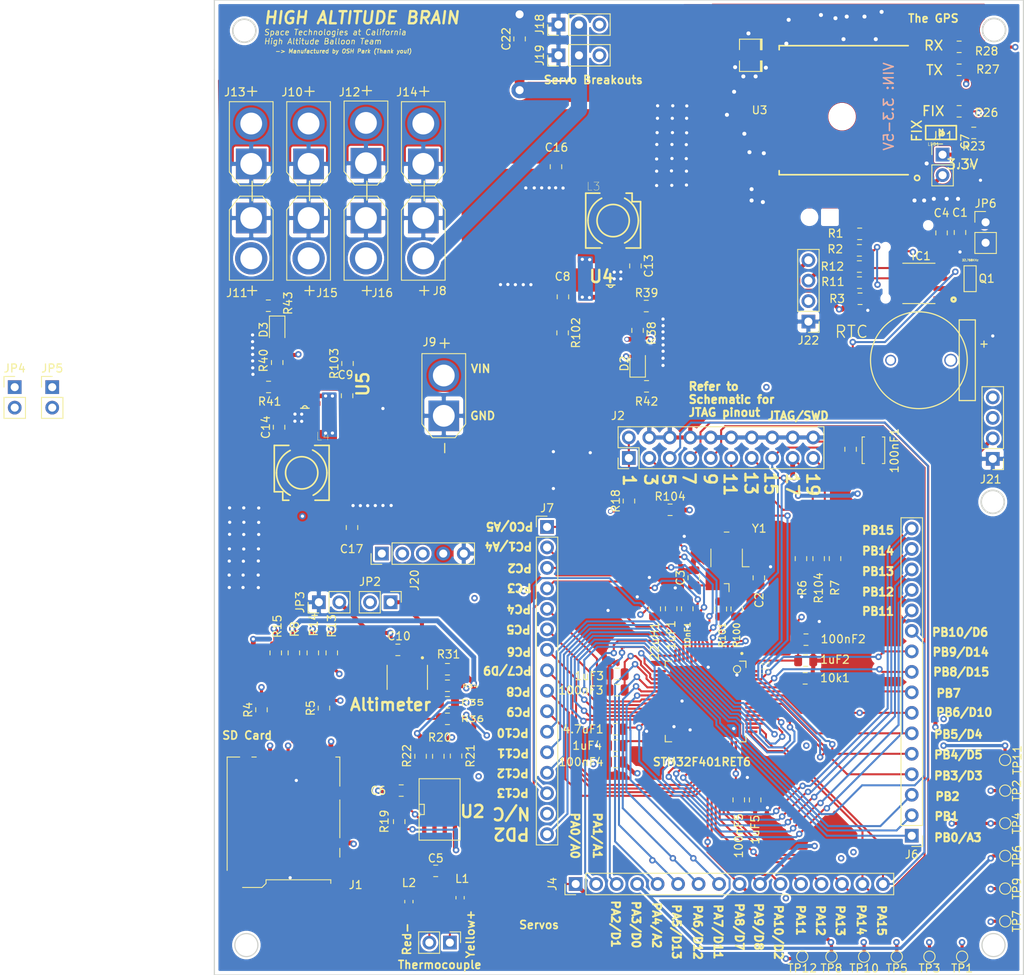
<source format=kicad_pcb>
(kicad_pcb (version 20171130) (host pcbnew "(5.1.4)-1")
  (layers (0 F.Cu signal) (1 In1.Cu power) (2 In2.Cu signal) (31 B.Cu signal) (34 B.Paste user hide) (35 F.Paste user hide) (36 B.SilkS user) (37 F.SilkS user) (38 B.Mask user) (39 F.Mask user) (44 Edge.Cuts user hide))
  (net 0 "")
  (net 1 +3V3)
  (net 2 GND)
  (net 3 "Net-(R31-Pad1)")
  (net 4 "Net-(R34-Pad1)")
  (net 5 "Net-(R35-Pad1)")
  (net 6 "Net-(R36-Pad2)")
  (net 7 PA5)
  (net 8 PA7)
  (net 9 PA6)
  (net 10 PA8)
  (net 11 "Net-(LED1-PadC)")
  (net 12 "Net-(R27-Pad1)")
  (net 13 "Net-(R28-Pad1)")
  (net 14 "Net-(U$1-PadP$3)")
  (net 15 "Net-(IC1-Pad1)")
  (net 16 "Net-(IC1-Pad2)")
  (net 17 "Net-(B2-Pad2)")
  (net 18 "Net-(IC1-Pad8)")
  (net 19 "Net-(IC1-Pad6)")
  (net 20 "Net-(IC1-Pad5)")
  (net 21 PB9)
  (net 22 PB8)
  (net 23 RST)
  (net 24 PB4)
  (net 25 PA15)
  (net 26 PA13)
  (net 27 PA14)
  (net 28 PB3)
  (net 29 "Net-(J2-Pad1)")
  (net 30 PA0)
  (net 31 PA1)
  (net 32 PA2)
  (net 33 PA3)
  (net 34 PA4)
  (net 35 PA9)
  (net 36 PA10)
  (net 37 PA11)
  (net 38 PA12)
  (net 39 PB0)
  (net 40 PB1)
  (net 41 PB2)
  (net 42 PB5)
  (net 43 PB6)
  (net 44 PB7)
  (net 45 PB10)
  (net 46 PB12)
  (net 47 PB13)
  (net 48 PB14)
  (net 49 PB15)
  (net 50 PC0)
  (net 51 PC1)
  (net 52 PC2)
  (net 53 PC3)
  (net 54 PC4)
  (net 55 PC5)
  (net 56 PC6)
  (net 57 PC7)
  (net 58 PC8)
  (net 59 PC9)
  (net 60 PC10)
  (net 61 PC11)
  (net 62 PC12)
  (net 63 PC13)
  (net 64 PD2)
  (net 65 PB11)
  (net 66 "Net-(10k1-Pad1)")
  (net 67 "Net-(C2-Pad1)")
  (net 68 "Net-(C3-Pad1)")
  (net 69 "Net-(C8-Pad1)")
  (net 70 "Net-(C13-Pad2)")
  (net 71 "Net-(C13-Pad1)")
  (net 72 "Net-(C14-Pad1)")
  (net 73 "Net-(C14-Pad2)")
  (net 74 +5V)
  (net 75 "Net-(D2-Pad1)")
  (net 76 "Net-(D3-Pad1)")
  (net 77 "Net-(J1-Pad5)")
  (net 78 "Net-(R38-Pad1)")
  (net 79 "Net-(R40-Pad1)")
  (net 80 "Net-(R100-Pad1)")
  (net 81 "Net-(R101-Pad1)")
  (net 82 "Net-(C5-Pad1)")
  (net 83 "Net-(C5-Pad2)")
  (net 84 "Net-(J3-Pad1)")
  (net 85 "Net-(J3-Pad2)")
  (net 86 "Net-(R19-Pad2)")
  (net 87 "Net-(R20-Pad1)")
  (net 88 "Net-(R21-Pad1)")
  (net 89 "Net-(R22-Pad1)")
  (net 90 "Net-(LED1-PadA)")
  (net 91 "Net-(C4-Pad1)")
  (net 92 "Net-(10nF1-Pad2)")
  (net 93 "Net-(IC1-Pad7)")
  (net 94 "Net-(J1-Pad1)")
  (net 95 "Net-(J1-Pad2)")
  (net 96 "Net-(J1-Pad3)")
  (net 97 "Net-(J1-Pad7)")
  (net 98 "Net-(J1-Pad8)")
  (net 99 "Net-(J7-Pad15)")
  (net 100 "Net-(U1-Pad5)")
  (net 101 "Net-(U1-Pad6)")
  (net 102 "Net-(Y1-Pad2)")
  (net 103 "Net-(Y1-Pad3)")
  (net 104 "Net-(JP1-Pad2)")
  (net 105 "Net-(J2-Pad11)")
  (net 106 "Net-(J2-Pad17)")
  (net 107 "Net-(J2-Pad19)")
  (net 108 "Net-(R102-Pad1)")
  (net 109 "Net-(R103-Pad1)")
  (net 110 "Net-(C6-Pad2)")
  (net 111 "Net-(C6-Pad1)")
  (net 112 "Net-(C10-Pad1)")
  (net 113 "Net-(C10-Pad2)")
  (net 114 "Net-(JP6-Pad1)")
  (net 115 "Net-(U3-PadP$20)")
  (net 116 "Net-(U3-PadP$18)")
  (net 117 "Net-(U3-PadP$17)")
  (net 118 "Net-(U3-PadP$16)")
  (net 119 "Net-(U3-PadP$15)")
  (net 120 "Net-(U3-PadP$14)")
  (net 121 "Net-(U3-PadP$13)")
  (net 122 "Net-(U3-PadP$7)")
  (net 123 "Net-(U3-PadP$6)")
  (net 124 "Net-(U3-PadP$4)")
  (net 125 "Net-(U3-PadP$2)")
  (module Connector_PinHeader_2.54mm:PinHeader_1x02_P2.54mm_Vertical (layer F.Cu) (at 176.657 36.703)
    (fp_text reference JP6 (at 0 -2.33) (layer F.SilkS))
    (fp_text value Jumper)
    (pad 2 thru_hole oval (at 0 2.54) (size 1.7 1.7) (drill 1) (layers *.Cu *.Mask) (net 1 +3V3))
    (pad 1 thru_hole rect (at 0 0) (size 1.7 1.7) (drill 1) (layers *.Cu *.Mask) (net 114 "Net-(JP6-Pad1)"))
  )
  (module Connector_PinHeader_2.54mm:PinHeader_1x02_P2.54mm_Vertical (layer F.Cu) (at 60.92 57.15)
    (fp_text reference JP5 (at 0 -2.33) (layer F.SilkS))
    (fp_text value Jumper)
    (pad 2 thru_hole oval (at 0 2.54) (size 1.7 1.7) (drill 1) (layers *.Cu *.Mask) (net 1 +3V3))
    (pad 1 thru_hole rect (at 0 0) (size 1.7 1.7) (drill 1) (layers *.Cu *.Mask) (net 111 "Net-(C6-Pad1)"))
  )
  (module Connector_PinHeader_2.54mm:PinHeader_1x02_P2.54mm_Vertical (layer F.Cu) (at 56.27 57.15)
    (fp_text reference JP4 (at 0 -2.33) (layer F.SilkS))
    (fp_text value Jumper)
    (pad 2 thru_hole oval (at 0 2.54) (size 1.7 1.7) (drill 1) (layers *.Cu *.Mask) (net 2 GND))
    (pad 1 thru_hole rect (at 0 0) (size 1.7 1.7) (drill 1) (layers *.Cu *.Mask) (net 110 "Net-(C6-Pad2)"))
  )
  (module Connector_PinHeader_2.54mm:PinHeader_1x02_P2.54mm_Vertical (layer F.Cu) (at 93.98 83.82 90)
    (fp_text reference JP3 (at 0 -2.33 90) (layer F.SilkS))
    (fp_text value Jumper)
    (pad 2 thru_hole oval (at 0 2.54 90) (size 1.7 1.7) (drill 1) (layers *.Cu *.Mask) (net 113 "Net-(C10-Pad2)"))
    (pad 1 thru_hole rect (at 0 0 90) (size 1.7 1.7) (drill 1) (layers *.Cu *.Mask) (net 2 GND))
  )
  (module Connector_PinHeader_2.54mm:PinHeader_1x02_P2.54mm_Vertical (layer F.Cu) (at 102.87 83.82 270)
    (fp_text reference JP2 (at -2.54 2.54) (layer F.SilkS))
    (fp_text value Jumper)
    (pad 2 thru_hole oval (at 0 2.54 270) (size 1.7 1.7) (drill 1) (layers *.Cu *.Mask) (net 1 +3V3))
    (pad 1 thru_hole rect (at 0 0 270) (size 1.7 1.7) (drill 1) (layers *.Cu *.Mask) (net 112 "Net-(C10-Pad1)"))
  )
  (module Connector_Card:microSD_HC_Hirose_DM3BT-DSF-PEJS (layer F.Cu) (at 89.59696 110.90284)
    (fp_text reference J1 (at 8.95504 7.96916) (layer F.SilkS))
    (fp_text value Micro_SD_Card_Det)
    (pad 1 smd rect (at -2.775 -7.625) (size 0.7 1.4) (layers F.Cu F.Paste F.Mask) (net 94 "Net-(J1-Pad1)"))
    (pad 11 smd rect (at -6.575 7.375) (size 1.5 1.9) (layers F.Cu F.Paste F.Mask) (net 2 GND))
    (pad 11 smd rect (at -4.675 -7.625) (size 1 1.4) (layers F.Cu F.Paste F.Mask) (net 2 GND))
    (pad 11 smd rect (at 6.725 -3.425) (size 1.2 1.2) (layers F.Cu F.Paste F.Mask) (net 2 GND))
    (pad 11 smd rect (at 6.725 6.375) (size 1.2 3.2) (layers F.Cu F.Paste F.Mask) (net 2 GND))
    (pad 9 smd rect (at 5.875 -7.725) (size 0.7 1.2) (layers F.Cu F.Paste F.Mask) (net 51 PC1))
    (pad 2 smd rect (at -1.675 -7.625) (size 0.7 1.4) (layers F.Cu F.Paste F.Mask) (net 95 "Net-(J1-Pad2)"))
    (pad 3 smd rect (at -0.575 -7.625) (size 0.7 1.4) (layers F.Cu F.Paste F.Mask) (net 96 "Net-(J1-Pad3)"))
    (pad 4 smd rect (at 0.525 -7.625) (size 0.7 1.4) (layers F.Cu F.Paste F.Mask) (net 1 +3V3))
    (pad 5 smd rect (at 1.625 -7.625) (size 0.7 1.4) (layers F.Cu F.Paste F.Mask) (net 77 "Net-(J1-Pad5)"))
    (pad 6 smd rect (at 2.725 -7.625) (size 0.7 1.4) (layers F.Cu F.Paste F.Mask) (net 2 GND))
    (pad 7 smd rect (at 3.825 -7.625) (size 0.7 1.4) (layers F.Cu F.Paste F.Mask) (net 97 "Net-(J1-Pad7)"))
    (pad 8 smd rect (at 4.925 -7.625) (size 0.7 1.4) (layers F.Cu F.Paste F.Mask) (net 98 "Net-(J1-Pad8)"))
    (pad 11 smd rect (at -5.575 8.075) (size 0.5 0.5) (layers F.Cu F.Paste F.Mask) (net 2 GND))
    (pad 10 smd rect (at 6.725 2.775) (size 1.2 0.8) (layers F.Cu F.Paste F.Mask) (net 50 PC0))
    (pad 11 smd rect (at -5.825 7.825 45) (size 0.2 0.2) (layers F.Cu F.Paste F.Mask) (net 2 GND))
  )
  (module Connector_PinHeader_2.54mm:PinHeader_1x04_P2.54mm_Vertical (layer F.Cu) (at 154.686 49.022 180)
    (fp_text reference J22 (at 0 -2.33) (layer F.SilkS))
    (fp_text value Conn_01x04_Male)
    (pad 4 thru_hole oval (at 0 7.62 180) (size 1.7 1.7) (drill 1) (layers *.Cu *.Mask) (net 22 PB8))
    (pad 3 thru_hole oval (at 0 5.08 180) (size 1.7 1.7) (drill 1) (layers *.Cu *.Mask) (net 21 PB9))
    (pad 2 thru_hole oval (at 0 2.54 180) (size 1.7 1.7) (drill 1) (layers *.Cu *.Mask) (net 1 +3V3))
    (pad 1 thru_hole rect (at 0 0 180) (size 1.7 1.7) (drill 1) (layers *.Cu *.Mask) (net 2 GND))
  )
  (module Resistor_SMD:R_0805_2012Metric_Pad1.15x1.40mm_HandSolder (layer F.Cu) (at 97.536 54.22 90)
    (fp_text reference R103 (at 0 -1.65 90) (layer F.SilkS))
    (fp_text value 10K)
    (pad 2 smd roundrect (at 1.025 0 90) (size 1.15 1.4) (layers F.Cu F.Paste F.Mask) (roundrect_rratio 0.217391) (net 69 "Net-(C8-Pad1)"))
    (pad 1 smd roundrect (at -1.025 0 90) (size 1.15 1.4) (layers F.Cu F.Paste F.Mask) (roundrect_rratio 0.217391) (net 109 "Net-(R103-Pad1)"))
  )
  (module Resistor_SMD:R_0805_2012Metric_Pad1.15x1.40mm_HandSolder (layer F.Cu) (at 124.206 50.419 270)
    (fp_text reference R102 (at 0 -1.65 90) (layer F.SilkS))
    (fp_text value 10K)
    (pad 2 smd roundrect (at 1.025 0 270) (size 1.15 1.4) (layers F.Cu F.Paste F.Mask) (roundrect_rratio 0.217391) (net 69 "Net-(C8-Pad1)"))
    (pad 1 smd roundrect (at -1.025 0 270) (size 1.15 1.4) (layers F.Cu F.Paste F.Mask) (roundrect_rratio 0.217391) (net 108 "Net-(R102-Pad1)"))
  )
  (module Resistor_SMD:R_0805_2012Metric (layer F.Cu) (at 94.615 96.9495 90)
    (fp_text reference R5 (at 0 -1.65 90) (layer F.SilkS))
    (fp_text value 0)
    (pad 2 smd roundrect (at 0.9375 0 90) (size 0.975 1.4) (layers F.Cu F.Paste F.Mask) (net 1 +3V3))
    (pad 1 smd roundrect (at -0.9375 0 90) (size 0.975 1.4) (layers F.Cu F.Paste F.Mask) (net 98 "Net-(J1-Pad8)"))
  )
  (module Resistor_SMD:R_0805_2012Metric_Pad1.15x1.40mm_HandSolder (layer F.Cu) (at 86.868 97.155 90)
    (fp_text reference R4 (at 0 -1.65 90) (layer F.SilkS))
    (fp_text value 0)
    (pad 2 smd roundrect (at 1.025 0 90) (size 1.15 1.4) (layers F.Cu F.Paste F.Mask) (roundrect_rratio 0.217391) (net 1 +3V3))
    (pad 1 smd roundrect (at -1.025 0 90) (size 1.15 1.4) (layers F.Cu F.Paste F.Mask) (roundrect_rratio 0.217391) (net 94 "Net-(J1-Pad1)"))
  )
  (module Connector_PinHeader_2.54mm:PinHeader_1x02_P2.54mm_Vertical (layer F.Cu) (at 171.323 28.321)
    (fp_text reference JP1 (at 0 -2.33) (layer F.SilkS))
    (fp_text value Jumper)
    (pad 2 thru_hole oval (at 0 2.54) (size 1.7 1.7) (drill 1) (layers *.Cu *.Mask) (net 104 "Net-(JP1-Pad2)"))
    (pad 1 thru_hole rect (at 0 0) (size 1.7 1.7) (drill 1) (layers *.Cu *.Mask) (net 1 +3V3))
  )
  (module Connector_PinHeader_2.54mm:PinHeader_1x04_P2.54mm_Vertical (layer F.Cu) (at 177.546 66.04 180)
    (fp_text reference J21 (at 0.254 -2.54 180) (layer F.SilkS))
    (fp_text value Conn_01x04_Male)
    (pad 1 thru_hole rect (at 0 0 180) (size 1.7 1.7) (drill 1) (layers *.Cu *.Mask) (net 2 GND))
    (pad 2 thru_hole oval (at 0 2.54 180) (size 1.7 1.7) (drill 1) (layers *.Cu *.Mask) (net 42 PB5))
    (pad 3 thru_hole oval (at 0 5.08 180) (size 1.7 1.7) (drill 1) (layers *.Cu *.Mask) (net 28 PB3))
    (pad 4 thru_hole oval (at 0 7.62 180) (size 1.7 1.7) (drill 1) (layers *.Cu *.Mask) (net 1 +3V3))
  )
  (module Connector_PinHeader_2.54mm:PinHeader_1x05_P2.54mm_Vertical (layer F.Cu) (at 101.7905 77.7875 90)
    (fp_text reference J20 (at -3.302 4.064 270) (layer F.SilkS))
    (fp_text value Conn_01x05_Male)
    (pad 1 thru_hole rect (at 0 0 90) (size 1.7 1.7) (drill 1) (layers *.Cu *.Mask) (net 38 PA12))
    (pad 2 thru_hole oval (at 0 2.54 90) (size 1.7 1.7) (drill 1) (layers *.Cu *.Mask) (net 37 PA11))
    (pad 3 thru_hole oval (at 0 5.08 90) (size 1.7 1.7) (drill 1) (layers *.Cu *.Mask) (net 45 PB10))
    (pad 4 thru_hole oval (at 0 7.62 90) (size 1.7 1.7) (drill 1) (layers *.Cu *.Mask) (net 74 +5V))
    (pad 5 thru_hole oval (at 0 10.16 90) (size 1.7 1.7) (drill 1) (layers *.Cu *.Mask) (net 2 GND))
  )
  (module Connector_PinHeader_2.54mm:PinHeader_1x03_P2.54mm_Vertical (layer F.Cu) (at 123.698 12.192 90)
    (fp_text reference J18 (at 0 -2.33 90) (layer F.SilkS))
    (fp_text value Conn_01x03_Male)
    (pad 3 thru_hole oval (at 0 5.08 90) (size 1.7 1.7) (drill 1) (layers *.Cu *.Mask) (net 36 PA10))
    (pad 2 thru_hole oval (at 0 2.54 90) (size 1.7 1.7) (drill 1) (layers *.Cu *.Mask) (net 74 +5V))
    (pad 1 thru_hole rect (at 0 0 90) (size 1.7 1.7) (drill 1) (layers *.Cu *.Mask) (net 2 GND))
  )
  (module Connector_PinHeader_2.54mm:PinHeader_1x03_P2.54mm_Vertical (layer F.Cu) (at 123.698 16.002 90)
    (fp_text reference J19 (at 0 -2.33 90) (layer F.SilkS))
    (fp_text value Conn_01x03_Male)
    (pad 1 thru_hole rect (at 0 0 90) (size 1.7 1.7) (drill 1) (layers *.Cu *.Mask) (net 2 GND))
    (pad 2 thru_hole oval (at 0 2.54 90) (size 1.7 1.7) (drill 1) (layers *.Cu *.Mask) (net 74 +5V))
    (pad 3 thru_hole oval (at 0 5.08 90) (size 1.7 1.7) (drill 1) (layers *.Cu *.Mask) (net 35 PA9))
  )
  (module Connector_AMASS:AMASS_XT30U-F_1x02_P5.0mm_Vertical (layer F.Cu) (at 92.71 36.179121 270)
    (fp_text reference J15 (at 9.286879 -2.286) (layer F.SilkS))
    (fp_text value Conn_01x02_Female)
    (fp_text user - (at -4 0 270) (layer F.SilkS) (effects (font (size 1.5 1.5))))
    (fp_text user + (at 9 0 270) (layer F.SilkS) (effects (font (size 1.5 1.5))))
    (pad 2 thru_hole circle (at 5 0 270) (size 4 4) (drill 2.7) (layers *.Cu *.Mask) (net 74 +5V))
    (pad 1 thru_hole rect (at 0 0 270) (size 3.8 3.8) (drill 2.7) (layers *.Cu *.Mask) (net 2 GND))
  )
  (module Connector_AMASS:AMASS_XT30U-F_1x02_P5.0mm_Vertical (layer F.Cu) (at 99.822 36.179121 270)
    (fp_text reference J16 (at 9.286879 -2.032) (layer F.SilkS))
    (fp_text value Conn_01x02_Female)
    (fp_text user + (at 9 0 270) (layer F.SilkS) (effects (font (size 1.5 1.5))))
    (fp_text user - (at -4 0 270) (layer F.SilkS) (effects (font (size 1.5 1.5))))
    (pad 1 thru_hole rect (at 0 0 270) (size 3.8 3.8) (drill 2.7) (layers *.Cu *.Mask) (net 2 GND))
    (pad 2 thru_hole circle (at 5 0 270) (size 4 4) (drill 2.7) (layers *.Cu *.Mask) (net 74 +5V))
  )
  (module Connector_AMASS:AMASS_XT30U-F_1x02_P5.0mm_Vertical (layer F.Cu) (at 85.598 29.464 90)
    (fp_text reference J13 (at 8.89 -2.032 180) (layer F.SilkS))
    (fp_text value Conn_01x02_Female)
    (fp_text user - (at -4 0 90) (layer F.SilkS) (effects (font (size 1.5 1.5))))
    (fp_text user + (at 9 0 90) (layer F.SilkS) (effects (font (size 1.5 1.5))))
    (pad 2 thru_hole circle (at 5 0 90) (size 4 4) (drill 2.7) (layers *.Cu *.Mask) (net 1 +3V3))
    (pad 1 thru_hole rect (at 0 0 90) (size 3.8 3.8) (drill 2.7) (layers *.Cu *.Mask) (net 2 GND))
  )
  (module Connector_AMASS:AMASS_XT30U-F_1x02_P5.0mm_Vertical (layer F.Cu) (at 106.934 29.464 90)
    (fp_text reference J14 (at 8.89 -2.032 180) (layer F.SilkS))
    (fp_text value Conn_01x02_Female)
    (fp_text user + (at 9 0 90) (layer F.SilkS) (effects (font (size 1.5 1.5))))
    (fp_text user - (at -4 0 90) (layer F.SilkS) (effects (font (size 1.5 1.5))))
    (pad 1 thru_hole rect (at 0 0 90) (size 3.8 3.8) (drill 2.7) (layers *.Cu *.Mask) (net 2 GND))
    (pad 2 thru_hole circle (at 5 0 90) (size 4 4) (drill 2.7) (layers *.Cu *.Mask) (net 1 +3V3))
  )
  (module Connector_AMASS:AMASS_XT30U-F_1x02_P5.0mm_Vertical (layer F.Cu) (at 99.822 29.384 90)
    (fp_text reference J12 (at 8.81 -2.032 180) (layer F.SilkS))
    (fp_text value Conn_01x02_Female)
    (fp_text user - (at -4 0 90) (layer F.SilkS) (effects (font (size 1.5 1.5))))
    (fp_text user + (at 9 0 90) (layer F.SilkS) (effects (font (size 1.5 1.5))))
    (pad 2 thru_hole circle (at 5 0 90) (size 4 4) (drill 2.7) (layers *.Cu *.Mask) (net 1 +3V3))
    (pad 1 thru_hole rect (at 0 0 90) (size 3.8 3.8) (drill 2.7) (layers *.Cu *.Mask) (net 2 GND))
  )
  (module Connector_AMASS:AMASS_XT30U-F_1x02_P5.0mm_Vertical (layer F.Cu) (at 85.598 36.179121 270)
    (fp_text reference J11 (at 9.286879 1.778) (layer F.SilkS))
    (fp_text value Conn_01x02_Female)
    (fp_text user + (at 9 0 270) (layer F.SilkS) (effects (font (size 1.5 1.5))))
    (fp_text user - (at -4 0 270) (layer F.SilkS) (effects (font (size 1.5 1.5))))
    (pad 1 thru_hole rect (at 0 0 270) (size 3.8 3.8) (drill 2.7) (layers *.Cu *.Mask) (net 2 GND))
    (pad 2 thru_hole circle (at 5 0 270) (size 4 4) (drill 2.7) (layers *.Cu *.Mask) (net 74 +5V))
  )
  (module Connector_AMASS:AMASS_XT30U-F_1x02_P5.0mm_Vertical (layer F.Cu) (at 92.71 29.464 90)
    (fp_text reference J10 (at 8.89 -2.032 180) (layer F.SilkS))
    (fp_text value Conn_01x02_Female)
    (fp_text user - (at -4 0 90) (layer F.SilkS) (effects (font (size 1.5 1.5))))
    (fp_text user + (at 9 0 90) (layer F.SilkS) (effects (font (size 1.5 1.5))))
    (pad 2 thru_hole circle (at 5 0 90) (size 4 4) (drill 2.7) (layers *.Cu *.Mask) (net 1 +3V3))
    (pad 1 thru_hole rect (at 0 0 90) (size 3.8 3.8) (drill 2.7) (layers *.Cu *.Mask) (net 2 GND))
  )
  (module Connector_AMASS:AMASS_XT30U-F_1x02_P5.0mm_Vertical (layer F.Cu) (at 106.934 36.179121 270)
    (fp_text reference J8 (at 9.032879 -2.032) (layer F.SilkS))
    (fp_text value Conn_01x02_Female)
    (fp_text user + (at 9 0 270) (layer F.SilkS) (effects (font (size 1.5 1.5))))
    (fp_text user - (at -4 0 270) (layer F.SilkS) (effects (font (size 1.5 1.5))))
    (pad 1 thru_hole rect (at 0 0 270) (size 3.8 3.8) (drill 2.7) (layers *.Cu *.Mask) (net 2 GND))
    (pad 2 thru_hole circle (at 5 0 270) (size 4 4) (drill 2.7) (layers *.Cu *.Mask) (net 74 +5V))
  )
  (module Connector_AMASS:AMASS_XT30U-M_1x02_P5.0mm_Vertical (layer F.Cu) (at 109.474 60.706 90)
    (fp_text reference J9 (at 9.144 -1.778 180) (layer F.SilkS))
    (fp_text value Conn_01x02_Male)
    (fp_text user + (at 9 0 90) (layer F.SilkS) (effects (font (size 1.5 1.5))))
    (fp_text user - (at -4 0 90) (layer F.SilkS) (effects (font (size 1.5 1.5))))
    (pad 1 thru_hole rect (at 0 0 90) (size 3.8 3.8) (drill 2.7) (layers *.Cu *.Mask) (net 2 GND))
    (pad 2 thru_hole circle (at 5 0 90) (size 3.8 3.8) (drill 2.7) (layers *.Cu *.Mask) (net 69 "Net-(C8-Pad1)"))
  )
  (module Capacitor_SMD:C_0805_2012Metric (layer F.Cu) (at 174.117 29.591 270)
    (fp_text reference C7 (at -2.8725 0 270) (layer F.SilkS))
    (fp_text value 0.1u)
    (pad 1 smd roundrect (at -0.9375 0 270) (size 0.975 1.4) (layers F.Cu F.Paste F.Mask) (net 1 +3V3))
    (pad 2 smd roundrect (at 0.9375 0 270) (size 0.975 1.4) (layers F.Cu F.Paste F.Mask) (net 2 GND))
  )
  (module TestPoint:TestPoint_Pad_D1.0mm (layer F.Cu) (at 153.924 127.762 180)
    (fp_text reference TP12 (at 0 -1.448 180) (layer F.SilkS))
    (fp_text value TestPoint)
    (pad 1 smd circle (at 0 0 180) (size 1 1) (layers F.Cu F.Mask) (net 23 RST))
  )
  (module TestPoint:TestPoint_Pad_D1.0mm (layer F.Cu) (at 179.07 103.378 90)
    (fp_text reference TP11 (at 0 1.524 90) (layer F.SilkS))
    (fp_text value TestPoint)
    (pad 1 smd circle (at 0 0 90) (size 1 1) (layers F.Cu F.Mask) (net 24 PB4))
  )
  (module Capacitor_SMD:C_0805_2012Metric (layer F.Cu) (at 171.196 38.0215 270)
    (fp_text reference C4 (at -2.4615 0) (layer F.SilkS))
    (fp_text value 3.3uF hide)
    (pad 2 smd roundrect (at 0.9375 0 270) (size 0.975 1.4) (layers F.Cu F.Paste F.Mask) (net 2 GND))
    (pad 1 smd roundrect (at -0.9375 0 270) (size 0.975 1.4) (layers F.Cu F.Paste F.Mask) (net 91 "Net-(C4-Pad1)"))
  )
  (module Capacitor_SMD:C_0805_2012Metric (layer F.Cu) (at 173.482 37.973 270)
    (fp_text reference C1 (at -2.4615 0) (layer F.SilkS))
    (fp_text value 10u hide)
    (pad 1 smd roundrect (at -0.9375 0 270) (size 0.975 1.4) (layers F.Cu F.Paste F.Mask) (net 1 +3V3))
    (pad 2 smd roundrect (at 0.9375 0 270) (size 0.975 1.4) (layers F.Cu F.Paste F.Mask) (net 2 GND))
  )
  (module TestPoint:TestPoint_Pad_D1.0mm (layer F.Cu) (at 179.090999 123.381001 270)
    (fp_text reference TP7 (at 0 -1.448 270) (layer F.SilkS))
    (fp_text value TestPoint)
    (pad 1 smd circle (at 0 0 270) (size 1 1) (layers F.Cu F.Mask) (net 57 PC7))
  )
  (module TestPoint:TestPoint_Pad_D1.0mm (layer F.Cu) (at 157.542999 127.768999 180)
    (fp_text reference TP8 (at 0 -1.448 180) (layer F.SilkS))
    (fp_text value TestPoint)
    (pad 1 smd circle (at 0 0 180) (size 1 1) (layers F.Cu F.Mask) (net 10 PA8))
  )
  (module TestPoint:TestPoint_Pad_D1.0mm (layer F.Cu) (at 179.090999 119.331001 270)
    (fp_text reference TP9 (at 0 -1.448 270) (layer F.SilkS))
    (fp_text value TestPoint)
    (pad 1 smd circle (at 0 0 270) (size 1 1) (layers F.Cu F.Mask) (net 44 PB7))
  )
  (module TestPoint:TestPoint_Pad_D1.0mm (layer F.Cu) (at 161.592999 127.768999 180)
    (fp_text reference TP10 (at 0 -1.448 180) (layer F.SilkS))
    (fp_text value TestPoint)
    (pad 1 smd circle (at 0 0 180) (size 1 1) (layers F.Cu F.Mask) (net 43 PB6))
  )
  (module TestPoint:TestPoint_Pad_D1.0mm (layer F.Cu) (at 179.090999 115.281001 270)
    (fp_text reference TP6 (at 0 -1.448 270) (layer F.SilkS))
    (fp_text value TestPoint)
    (pad 1 smd circle (at 0 0 270) (size 1 1) (layers F.Cu F.Mask) (net 33 PA3))
  )
  (module TestPoint:TestPoint_Pad_D1.0mm (layer F.Cu) (at 165.642999 127.768999 180)
    (fp_text reference TP5 (at 0 -1.448 180) (layer F.SilkS))
    (fp_text value TestPoint)
    (pad 1 smd circle (at 0 0 180) (size 1 1) (layers F.Cu F.Mask) (net 8 PA7))
  )
  (module TestPoint:TestPoint_Pad_D1.0mm (layer F.Cu) (at 179.090999 111.231001 270)
    (fp_text reference TP4 (at 0 -1.448 270) (layer F.SilkS))
    (fp_text value TestPoint)
    (pad 1 smd circle (at 0 0 270) (size 1 1) (layers F.Cu F.Mask) (net 7 PA5))
  )
  (module TestPoint:TestPoint_Pad_D1.0mm (layer F.Cu) (at 169.692999 127.768999 180)
    (fp_text reference TP3 (at 0 -1.448 180) (layer F.SilkS))
    (fp_text value TestPoint)
    (pad 1 smd circle (at 0 0 180) (size 1 1) (layers F.Cu F.Mask) (net 9 PA6))
  )
  (module TestPoint:TestPoint_Pad_D1.0mm (layer F.Cu) (at 179.090999 107.181001 270)
    (fp_text reference TP2 (at 0 -1.448 270) (layer F.SilkS))
    (fp_text value TestPoint)
    (pad 1 smd circle (at 0 0 270) (size 1 1) (layers F.Cu F.Mask) (net 21 PB9))
  )
  (module TestPoint:TestPoint_Pad_D1.0mm (layer F.Cu) (at 173.742999 127.768999 180)
    (fp_text reference TP1 (at 0 -1.448 180) (layer F.SilkS))
    (fp_text value TestPoint)
    (pad 1 smd circle (at 0 0 180) (size 1 1) (layers F.Cu F.Mask) (net 22 PB8))
  )
  (module MS560702BA03-00:SON125P500X300X100-8N (layer F.Cu) (at 104.949234 93.134805 270)
    (fp_text reference U7 hide)
    (fp_text value MS560702BA03-00 hide)
    (pad 1 smd rect (at -1.175 -1.875 270) (size 1.36 0.65) (layers F.Cu F.Paste F.Mask) (net 112 "Net-(C10-Pad1)"))
    (pad 8 smd rect (at 1.175 -1.875 270) (size 1.36 0.65) (layers F.Cu F.Paste F.Mask) (net 3 "Net-(R31-Pad1)"))
    (pad 2 smd rect (at -1.175 -0.625 270) (size 1.36 0.65) (layers F.Cu F.Paste F.Mask) (net 113 "Net-(C10-Pad2)"))
    (pad 3 smd rect (at -1.175 0.625 270) (size 1.36 0.65) (layers F.Cu F.Paste F.Mask) (net 113 "Net-(C10-Pad2)"))
    (pad 4 smd rect (at -1.175 1.875 270) (size 1.36 0.65) (layers F.Cu F.Paste F.Mask) (net 6 "Net-(R36-Pad2)"))
    (pad 5 smd rect (at 1.175 1.875 270) (size 1.36 0.65) (layers F.Cu F.Paste F.Mask) (net 6 "Net-(R36-Pad2)"))
    (pad 6 smd rect (at 1.175 0.625 270) (size 1.36 0.65) (layers F.Cu F.Paste F.Mask) (net 5 "Net-(R35-Pad1)"))
    (pad 7 smd rect (at 1.175 -0.625 270) (size 1.36 0.65) (layers F.Cu F.Paste F.Mask) (net 4 "Net-(R34-Pad1)"))
  )
  (module Capacitor_SMD:C_0805_2012Metric (layer F.Cu) (at 103.776734 89.729805 180)
    (fp_text reference C10 (at -0.1375 1.7) (layer F.SilkS))
    (fp_text value 100nF)
    (pad 1 smd roundrect (at -0.9375 0 180) (size 0.975 1.4) (layers F.Cu F.Paste F.Mask) (net 112 "Net-(C10-Pad1)"))
    (pad 2 smd roundrect (at 0.9375 0 180) (size 0.975 1.4) (layers F.Cu F.Paste F.Mask) (net 113 "Net-(C10-Pad2)"))
  )
  (module Resistor_SMD:R_0805_2012Metric (layer F.Cu) (at 109.926734 92.129805)
    (fp_text reference R31 (at 0.1375 -1.85) (layer F.SilkS))
    (fp_text value 0)
    (pad 2 smd roundrect (at 0.9375 0) (size 0.975 1.4) (layers F.Cu F.Paste F.Mask) (net 7 PA5))
    (pad 1 smd roundrect (at -0.9375 0) (size 0.975 1.4) (layers F.Cu F.Paste F.Mask) (net 3 "Net-(R31-Pad1)"))
  )
  (module Resistor_SMD:R_0805_2012Metric (layer F.Cu) (at 109.926734 94.179805)
    (fp_text reference R34 (at 2.849266 0.054195 180) (layer F.SilkS) (effects (font (size 0.4 0.7) (thickness 0.1))))
    (fp_text value 0)
    (pad 1 smd roundrect (at -0.9375 0) (size 0.975 1.4) (layers F.Cu F.Paste F.Mask) (net 4 "Net-(R34-Pad1)"))
    (pad 2 smd roundrect (at 0.9375 0) (size 0.975 1.4) (layers F.Cu F.Paste F.Mask) (net 8 PA7))
  )
  (module Resistor_SMD:R_0805_2012Metric (layer F.Cu) (at 109.926734 96.229805)
    (fp_text reference R35 (at 3.103266 0.036195) (layer F.SilkS) (effects (font (size 0.7 1))))
    (fp_text value 0)
    (pad 2 smd roundrect (at 0.9375 0) (size 0.975 1.4) (layers F.Cu F.Paste F.Mask) (net 9 PA6))
    (pad 1 smd roundrect (at -0.9375 0) (size 0.975 1.4) (layers F.Cu F.Paste F.Mask) (net 5 "Net-(R35-Pad1)"))
  )
  (module Resistor_SMD:R_0805_2012Metric (layer F.Cu) (at 109.926734 98.279805 180)
    (fp_text reference R36 (at -3.103266 -0.018195 180) (layer F.SilkS) (effects (font (size 0.7 1))))
    (fp_text value 0)
    (pad 1 smd roundrect (at -0.9375 0 180) (size 0.975 1.4) (layers F.Cu F.Paste F.Mask) (net 10 PA8))
    (pad 2 smd roundrect (at 0.9375 0 180) (size 0.975 1.4) (layers F.Cu F.Paste F.Mask) (net 6 "Net-(R36-Pad2)"))
  )
  (module "Adafruit Ultimate GPS:FGPMMOPA6H" (layer F.Cu) (at 159.0626 22.8089 180)
    (fp_text reference U3 (at 11.4886 -0.5591 180) (layer F.SilkS) (effects (font (size 0.9652 0.9652) (thickness 0.14478)) (justify left bottom)))
    (fp_text value FGPMMOPA6H)
    (pad "" np_thru_hole circle (at 0.2 -0.8 180) (size 3 3) (drill 3) (layers *.Cu))
    (pad P$20 smd rect (at 8 -6.75) (size 2 1) (layers F.Cu F.Paste F.Mask) (net 115 "Net-(U3-PadP$20)"))
    (pad P$19 smd rect (at 8 -5.25) (size 2 1) (layers F.Cu F.Paste F.Mask) (net 2 GND))
    (pad P$18 smd rect (at 8 -3.75) (size 2 1) (layers F.Cu F.Paste F.Mask) (net 116 "Net-(U3-PadP$18)"))
    (pad P$17 smd rect (at 8 -2.25) (size 2 1) (layers F.Cu F.Paste F.Mask) (net 117 "Net-(U3-PadP$17)"))
    (pad P$16 smd rect (at 8 -0.75) (size 2 1) (layers F.Cu F.Paste F.Mask) (net 118 "Net-(U3-PadP$16)"))
    (pad P$15 smd rect (at 8 0.75) (size 2 1) (layers F.Cu F.Paste F.Mask) (net 119 "Net-(U3-PadP$15)"))
    (pad P$14 smd rect (at 8 2.25) (size 2 1) (layers F.Cu F.Paste F.Mask) (net 120 "Net-(U3-PadP$14)"))
    (pad P$13 smd rect (at 8 3.75) (size 2 1) (layers F.Cu F.Paste F.Mask) (net 121 "Net-(U3-PadP$13)"))
    (pad P$12 smd rect (at 8 5.25) (size 2 1) (layers F.Cu F.Paste F.Mask) (net 2 GND))
    (pad P$11 smd rect (at 8 6.75) (size 2 1) (layers F.Cu F.Paste F.Mask) (net 14 "Net-(U$1-PadP$3)"))
    (pad P$10 smd rect (at -8 6.75 180) (size 2 1) (layers F.Cu F.Paste F.Mask) (net 13 "Net-(R28-Pad1)"))
    (pad P$9 smd rect (at -8 5.25 180) (size 2 1) (layers F.Cu F.Paste F.Mask) (net 12 "Net-(R27-Pad1)"))
    (pad P$8 smd rect (at -8 3.75 180) (size 2 1) (layers F.Cu F.Paste F.Mask) (net 2 GND))
    (pad P$7 smd rect (at -8 2.25 180) (size 2 1) (layers F.Cu F.Paste F.Mask) (net 122 "Net-(U3-PadP$7)"))
    (pad P$6 smd rect (at -8 0.75 180) (size 2 1) (layers F.Cu F.Paste F.Mask) (net 123 "Net-(U3-PadP$6)"))
    (pad P$5 smd rect (at -8 -0.75 180) (size 2 1) (layers F.Cu F.Paste F.Mask) (net 90 "Net-(LED1-PadA)"))
    (pad P$4 smd rect (at -8 -2.25 180) (size 2 1) (layers F.Cu F.Paste F.Mask) (net 124 "Net-(U3-PadP$4)"))
    (pad P$3 smd rect (at -8 -3.75 180) (size 2 1) (layers F.Cu F.Paste F.Mask) (net 2 GND))
    (pad P$2 smd rect (at -8 -5.25 180) (size 2 1) (layers F.Cu F.Paste F.Mask) (net 125 "Net-(U3-PadP$2)"))
    (pad P$1 smd rect (at -8 -6.75 180) (size 2 1) (layers F.Cu F.Paste F.Mask) (net 104 "Net-(JP1-Pad2)"))
  )
  (module "Adafruit Ultimate GPS:CHIPLED_0805" (layer F.Cu) (at 171.1276 25.5789 270)
    (fp_text reference LED1 (at 1.2181 0.1856 180) (layer F.SilkS) (effects (font (size 0.38608 0.38608) (thickness 0.057912)) (justify right top)))
    (fp_text value RED)
    (pad A smd rect (at 0 1.05 270) (size 1.2 1.2) (layers F.Cu F.Paste F.Mask) (net 90 "Net-(LED1-PadA)"))
    (pad C smd rect (at 0 -1.05 270) (size 1.2 1.2) (layers F.Cu F.Paste F.Mask) (net 11 "Net-(LED1-PadC)"))
  )
  (module Resistor_SMD:R_0805_2012Metric (layer F.Cu) (at 175.1916 25.6269 180)
    (fp_text reference R23 (at 0 -1.65 180) (layer F.SilkS))
    (fp_text value 1K)
    (pad 1 smd roundrect (at -0.9375 0 180) (size 0.975 1.4) (layers F.Cu F.Paste F.Mask) (net 2 GND))
    (pad 2 smd roundrect (at 0.9375 0 180) (size 0.975 1.4) (layers F.Cu F.Paste F.Mask) (net 11 "Net-(LED1-PadC)"))
  )
  (module Resistor_SMD:R_0805_2012Metric (layer F.Cu) (at 173.3775 22.952)
    (fp_text reference R26 (at 3.4065 0.162) (layer F.SilkS))
    (fp_text value 0)
    (pad 2 smd roundrect (at 0.9375 0) (size 0.975 1.4) (layers F.Cu F.Paste F.Mask) (net 49 PB15))
    (pad 1 smd roundrect (at -0.9375 0) (size 0.975 1.4) (layers F.Cu F.Paste F.Mask) (net 90 "Net-(LED1-PadA)"))
  )
  (module Resistor_SMD:R_0805_2012Metric (layer F.Cu) (at 173.3775 17.802)
    (fp_text reference R27 (at 3.5625 -0.05) (layer F.SilkS))
    (fp_text value 0)
    (pad 2 smd roundrect (at 0.9375 0) (size 0.975 1.4) (layers F.Cu F.Paste F.Mask) (net 44 PB7))
    (pad 1 smd roundrect (at -0.9375 0) (size 0.975 1.4) (layers F.Cu F.Paste F.Mask) (net 12 "Net-(R27-Pad1)"))
  )
  (module Resistor_SMD:R_0805_2012Metric (layer F.Cu) (at 173.3775 14.952)
    (fp_text reference R28 (at 3.4065 0.542) (layer F.SilkS))
    (fp_text value 0)
    (pad 1 smd roundrect (at -0.9375 0) (size 0.975 1.4) (layers F.Cu F.Paste F.Mask) (net 13 "Net-(R28-Pad1)"))
    (pad 2 smd roundrect (at 0.9375 0) (size 0.975 1.4) (layers F.Cu F.Paste F.Mask) (net 43 PB6))
  )
  (module "Adafruit Ultimate GPS:U.FL" (layer F.Cu) (at 147.44 16.002)
    (fp_text reference U$1 hide)
    (fp_text value U.FL hide)
    (pad P$1 smd rect (at 0 -1.375) (size 2.2 0.85) (layers F.Cu F.Paste F.Mask) (net 2 GND))
    (pad P$2 smd rect (at 0 1.375) (size 2.2 0.85) (layers F.Cu F.Paste F.Mask) (net 2 GND))
    (pad P$3 smd rect (at 1.525 0) (size 1.05 1) (layers F.Cu F.Paste F.Mask) (net 14 "Net-(U$1-PadP$3)"))
    (pad P$4 smd rect (at -1.525 0) (size 1.05 1) (layers F.Cu F.Paste F.Mask))
  )
  (module SOIC127P600X175-8N:SOIC127P600X175-8N (layer F.Cu) (at 168.386 44.287 180)
    (fp_text reference IC1 (at -0.27 3.393 180) (layer F.SilkS))
    (fp_text value RTC_PCF8523T)
    (pad 8 smd rect (at 2.63 -1.905 180) (size 1.65 0.61) (layers F.Cu F.Paste F.Mask) (net 91 "Net-(C4-Pad1)"))
    (pad 7 smd rect (at 2.63 -0.635 180) (size 1.65 0.61) (layers F.Cu F.Paste F.Mask) (net 93 "Net-(IC1-Pad7)"))
    (pad 6 smd rect (at 2.63 0.635 180) (size 1.65 0.61) (layers F.Cu F.Paste F.Mask) (net 19 "Net-(IC1-Pad6)"))
    (pad 5 smd rect (at 2.63 1.905 180) (size 1.65 0.61) (layers F.Cu F.Paste F.Mask) (net 20 "Net-(IC1-Pad5)"))
    (pad 4 smd rect (at -2.63 1.905 180) (size 1.65 0.61) (layers F.Cu F.Paste F.Mask) (net 2 GND))
    (pad 3 smd rect (at -2.63 0.635 180) (size 1.65 0.61) (layers F.Cu F.Paste F.Mask) (net 17 "Net-(B2-Pad2)"))
    (pad 2 smd rect (at -2.63 -0.635 180) (size 1.65 0.61) (layers F.Cu F.Paste F.Mask) (net 16 "Net-(IC1-Pad2)"))
    (pad 1 smd rect (at -2.63 -1.905 180) (size 1.65 0.61) (layers F.Cu F.Paste F.Mask) (net 15 "Net-(IC1-Pad1)"))
  )
  (module ABS07W-32.768KHZ-D-2-T:XTAL320X150X90 (layer F.Cu) (at 174.736 43.7028 90)
    (fp_text reference Q1 (at 0.0148 2.048 180) (layer F.SilkS) (effects (font (size 1.00058 1.00058))))
    (fp_text value 32.768KHz (at 2.3008 0.016 180) (layer F.SilkS) (effects (font (size 0.25 0.25) (thickness 0.0625))))
    (pad 1 smd rect (at -1.2192 0 90) (size 1.0922 1.905) (layers F.Cu F.Paste F.Mask) (net 15 "Net-(IC1-Pad1)"))
    (pad 2 smd rect (at 1.2192 0 90) (size 1.0922 1.905) (layers F.Cu F.Paste F.Mask) (net 16 "Net-(IC1-Pad2)"))
  )
  (module Resistor_SMD:R_0805_2012Metric (layer F.Cu) (at 161.0435 38.142)
    (fp_text reference R1 (at -2.9875 -0.05) (layer F.SilkS))
    (fp_text value 0)
    (pad 2 smd roundrect (at 0.9375 0) (size 0.975 1.4) (layers F.Cu F.Paste F.Mask) (net 18 "Net-(IC1-Pad8)"))
    (pad 1 smd roundrect (at -0.9375 0) (size 0.975 1.4) (layers F.Cu F.Paste F.Mask) (net 91 "Net-(C4-Pad1)"))
  )
  (module Resistor_SMD:R_0805_2012Metric (layer F.Cu) (at 161.006 40.192 180)
    (fp_text reference R2 (at 2.9875 0.15 180) (layer F.SilkS))
    (fp_text value 8.2k)
    (pad 2 smd roundrect (at 0.9375 0 180) (size 0.975 1.4) (layers F.Cu F.Paste F.Mask) (net 21 PB9))
    (pad 1 smd roundrect (at -0.9375 0 180) (size 0.975 1.4) (layers F.Cu F.Paste F.Mask) (net 1 +3V3))
  )
  (module Resistor_SMD:R_0805_2012Metric (layer F.Cu) (at 161.0935 46.192 180)
    (fp_text reference R3 (at 2.85 0 180) (layer F.SilkS))
    (fp_text value 8.2k)
    (pad 1 smd roundrect (at -0.9375 0 180) (size 0.975 1.4) (layers F.Cu F.Paste F.Mask) (net 1 +3V3))
    (pad 2 smd roundrect (at 0.9375 0 180) (size 0.975 1.4) (layers F.Cu F.Paste F.Mask) (net 22 PB8))
  )
  (module Resistor_SMD:R_0805_2012Metric (layer F.Cu) (at 161.0185 44.192 180)
    (fp_text reference R11 (at 3.3 0.1 180) (layer F.SilkS))
    (fp_text value 0)
    (pad 2 smd roundrect (at 0.9375 0 180) (size 0.975 1.4) (layers F.Cu F.Paste F.Mask) (net 22 PB8))
    (pad 1 smd roundrect (at -0.9375 0 180) (size 0.975 1.4) (layers F.Cu F.Paste F.Mask) (net 19 "Net-(IC1-Pad6)"))
  )
  (module Resistor_SMD:R_0805_2012Metric (layer F.Cu) (at 161.006 42.192 180)
    (fp_text reference R12 (at 3.35 0 180) (layer F.SilkS))
    (fp_text value 0)
    (pad 1 smd roundrect (at -0.9375 0 180) (size 0.975 1.4) (layers F.Cu F.Paste F.Mask) (net 20 "Net-(IC1-Pad5)"))
    (pad 2 smd roundrect (at 0.9375 0 180) (size 0.975 1.4) (layers F.Cu F.Paste F.Mask) (net 21 PB9))
  )
  (module TPS564208:INDC7070X450 (layer F.Cu) (at 130.57507 36.522009 270)
    (fp_text reference L3 (at -4.264009 2.55907) (layer F.SilkS) (effects (font (size 1.00085 1.00085) (thickness 0.05))))
    (fp_text value 2.2uH hide)
    (pad 1 smd rect (at -3.2254 0.1016) (size 2.2 1.5) (layers F.Cu F.Paste F.Mask) (net 1 +3V3))
    (pad 2 smd rect (at 3.1746 0.1016) (size 2.2 1.5) (layers F.Cu F.Paste F.Mask) (net 71 "Net-(C13-Pad1)"))
  )
  (module TPS564208:INDC7070X450 (layer F.Cu) (at 91.75371 67.748369 90)
    (fp_text reference L4 (at 4.502369 2.73429 180) (layer F.SilkS) (effects (font (size 1.00085 1.00085) (thickness 0.05))))
    (fp_text value 3.3uH hide)
    (pad 1 smd rect (at -3.2254 0.1016 180) (size 2.2 1.5) (layers F.Cu F.Paste F.Mask) (net 74 +5V))
    (pad 2 smd rect (at 3.1746 0.1016 180) (size 2.2 1.5) (layers F.Cu F.Paste F.Mask) (net 72 "Net-(C14-Pad1)"))
  )
  (module TPS564208:TPS564208 (layer F.Cu) (at 92.25155 58.239009 180)
    (fp_text reference U5 hide)
    (fp_text value TPS564208 hide)
    (pad 1 smd rect (at -1.2954 -0.9398 180) (size 1.27 0.5588) (layers F.Cu F.Paste F.Mask) (net 2 GND))
    (pad 2 smd rect (at -1.2954 0 180) (size 1.27 0.5588) (layers F.Cu F.Paste F.Mask) (net 72 "Net-(C14-Pad1)"))
    (pad 3 smd rect (at -1.2954 0.9398 180) (size 1.27 0.5588) (layers F.Cu F.Paste F.Mask) (net 69 "Net-(C8-Pad1)"))
    (pad 4 smd rect (at 1.2954 0.9398 180) (size 1.27 0.5588) (layers F.Cu F.Paste F.Mask) (net 79 "Net-(R40-Pad1)"))
    (pad 5 smd rect (at 1.2954 0 180) (size 1.27 0.5588) (layers F.Cu F.Paste F.Mask) (net 109 "Net-(R103-Pad1)"))
    (pad 6 smd rect (at 1.2954 -0.9398 180) (size 1.27 0.5588) (layers F.Cu F.Paste F.Mask) (net 73 "Net-(C14-Pad2)"))
  )
  (module TPS564208:TPS564208 (layer F.Cu) (at 130.16359 46.008909)
    (fp_text reference U4 hide)
    (fp_text value TPS564208 hide)
    (pad 1 smd rect (at -1.2954 -0.9398) (size 1.27 0.5588) (layers F.Cu F.Paste F.Mask) (net 2 GND))
    (pad 2 smd rect (at -1.2954 0) (size 1.27 0.5588) (layers F.Cu F.Paste F.Mask) (net 71 "Net-(C13-Pad1)"))
    (pad 3 smd rect (at -1.2954 0.9398) (size 1.27 0.5588) (layers F.Cu F.Paste F.Mask) (net 69 "Net-(C8-Pad1)"))
    (pad 4 smd rect (at 1.2954 0.9398) (size 1.27 0.5588) (layers F.Cu F.Paste F.Mask) (net 78 "Net-(R38-Pad1)"))
    (pad 5 smd rect (at 1.2954 0) (size 1.27 0.5588) (layers F.Cu F.Paste F.Mask) (net 108 "Net-(R102-Pad1)"))
    (pad 6 smd rect (at 1.2954 -0.9398) (size 1.27 0.5588) (layers F.Cu F.Paste F.Mask) (net 70 "Net-(C13-Pad2)"))
  )
  (module STM32F401RET6:QFP50P1200X1200X160-64N (layer F.Cu) (at 141.938167 96.124548 270)
    (fp_text reference U1 (at -4.22007 -7.40267 270) (layer F.SilkS) (effects (font (size 1.00239 1.00239) (thickness 0.05))))
    (fp_text value STM32F401RET6 (at 7.507452 0.460167) (layer F.SilkS) (effects (font (size 1.00246 1.00246) (thickness 0.2))))
    (pad 1 smd rect (at -5.67 -3.75 270) (size 1.5 0.3) (layers F.Cu F.Paste F.Mask) (net 1 +3V3))
    (pad 2 smd rect (at -5.67 -3.25 270) (size 1.5 0.3) (layers F.Cu F.Paste F.Mask) (net 63 PC13))
    (pad 3 smd rect (at -5.67 -2.75 270) (size 1.5 0.3) (layers F.Cu F.Paste F.Mask) (net 80 "Net-(R100-Pad1)"))
    (pad 4 smd rect (at -5.67 -2.25 270) (size 1.5 0.3) (layers F.Cu F.Paste F.Mask) (net 81 "Net-(R101-Pad1)"))
    (pad 5 smd rect (at -5.67 -1.75 270) (size 1.5 0.3) (layers F.Cu F.Paste F.Mask) (net 100 "Net-(U1-Pad5)"))
    (pad 6 smd rect (at -5.67 -1.25 270) (size 1.5 0.3) (layers F.Cu F.Paste F.Mask) (net 101 "Net-(U1-Pad6)"))
    (pad 7 smd rect (at -5.67 -0.75 270) (size 1.5 0.3) (layers F.Cu F.Paste F.Mask) (net 23 RST))
    (pad 8 smd rect (at -5.67 -0.25 270) (size 1.5 0.3) (layers F.Cu F.Paste F.Mask) (net 50 PC0))
    (pad 9 smd rect (at -5.67 0.25 270) (size 1.5 0.3) (layers F.Cu F.Paste F.Mask) (net 51 PC1))
    (pad 10 smd rect (at -5.67 0.75 270) (size 1.5 0.3) (layers F.Cu F.Paste F.Mask) (net 52 PC2))
    (pad 11 smd rect (at -5.67 1.25 270) (size 1.5 0.3) (layers F.Cu F.Paste F.Mask) (net 53 PC3))
    (pad 12 smd rect (at -5.67 1.75 270) (size 1.5 0.3) (layers F.Cu F.Paste F.Mask) (net 2 GND))
    (pad 13 smd rect (at -5.67 2.25 270) (size 1.5 0.3) (layers F.Cu F.Paste F.Mask) (net 92 "Net-(10nF1-Pad2)"))
    (pad 14 smd rect (at -5.67 2.75 270) (size 1.5 0.3) (layers F.Cu F.Paste F.Mask) (net 30 PA0))
    (pad 15 smd rect (at -5.67 3.25 270) (size 1.5 0.3) (layers F.Cu F.Paste F.Mask) (net 31 PA1))
    (pad 16 smd rect (at -5.67 3.75 270) (size 1.5 0.3) (layers F.Cu F.Paste F.Mask) (net 32 PA2))
    (pad 17 smd rect (at -3.75 5.67) (size 1.5 0.3) (layers F.Cu F.Paste F.Mask) (net 33 PA3))
    (pad 18 smd rect (at -3.25 5.67) (size 1.5 0.3) (layers F.Cu F.Paste F.Mask) (net 2 GND))
    (pad 19 smd rect (at -2.75 5.67) (size 1.5 0.3) (layers F.Cu F.Paste F.Mask) (net 1 +3V3))
    (pad 20 smd rect (at -2.25 5.67) (size 1.5 0.3) (layers F.Cu F.Paste F.Mask) (net 34 PA4))
    (pad 21 smd rect (at -1.75 5.67) (size 1.5 0.3) (layers F.Cu F.Paste F.Mask) (net 7 PA5))
    (pad 22 smd rect (at -1.25 5.67) (size 1.5 0.3) (layers F.Cu F.Paste F.Mask) (net 9 PA6))
    (pad 23 smd rect (at -0.75 5.67) (size 1.5 0.3) (layers F.Cu F.Paste F.Mask) (net 8 PA7))
    (pad 24 smd rect (at -0.25 5.67) (size 1.5 0.3) (layers F.Cu F.Paste F.Mask) (net 54 PC4))
    (pad 25 smd rect (at 0.25 5.67) (size 1.5 0.3) (layers F.Cu F.Paste F.Mask) (net 55 PC5))
    (pad 26 smd rect (at 0.75 5.67) (size 1.5 0.3) (layers F.Cu F.Paste F.Mask) (net 39 PB0))
    (pad 27 smd rect (at 1.25 5.67) (size 1.5 0.3) (layers F.Cu F.Paste F.Mask) (net 40 PB1))
    (pad 28 smd rect (at 1.75 5.67) (size 1.5 0.3) (layers F.Cu F.Paste F.Mask) (net 41 PB2))
    (pad 29 smd rect (at 2.25 5.67) (size 1.5 0.3) (layers F.Cu F.Paste F.Mask) (net 45 PB10))
    (pad 30 smd rect (at 2.75 5.67) (size 1.5 0.3) (layers F.Cu F.Paste F.Mask) (net 65 PB11))
    (pad 31 smd rect (at 3.25 5.67) (size 1.5 0.3) (layers F.Cu F.Paste F.Mask) (net 2 GND))
    (pad 32 smd rect (at 3.75 5.67) (size 1.5 0.3) (layers F.Cu F.Paste F.Mask) (net 1 +3V3))
    (pad 33 smd rect (at 5.67 3.75 90) (size 1.5 0.3) (layers F.Cu F.Paste F.Mask) (net 46 PB12))
    (pad 34 smd rect (at 5.67 3.25 90) (size 1.5 0.3) (layers F.Cu F.Paste F.Mask) (net 47 PB13))
    (pad 35 smd rect (at 5.67 2.75 90) (size 1.5 0.3) (layers F.Cu F.Paste F.Mask) (net 48 PB14))
    (pad 36 smd rect (at 5.67 2.25 90) (size 1.5 0.3) (layers F.Cu F.Paste F.Mask) (net 49 PB15))
    (pad 37 smd rect (at 5.67 1.75 90) (size 1.5 0.3) (layers F.Cu F.Paste F.Mask) (net 56 PC6))
    (pad 38 smd rect (at 5.67 1.25 90) (size 1.5 0.3) (layers F.Cu F.Paste F.Mask) (net 57 PC7))
    (pad 39 smd rect (at 5.67 0.75 90) (size 1.5 0.3) (layers F.Cu F.Paste F.Mask) (net 58 PC8))
    (pad 40 smd rect (at 5.67 0.25 90) (size 1.5 0.3) (layers F.Cu F.Paste F.Mask) (net 59 PC9))
    (pad 41 smd rect (at 5.67 -0.25 90) (size 1.5 0.3) (layers F.Cu F.Paste F.Mask) (net 10 PA8))
    (pad 42 smd rect (at 5.67 -0.75 90) (size 1.5 0.3) (layers F.Cu F.Paste F.Mask) (net 35 PA9))
    (pad 43 smd rect (at 5.67 -1.25 90) (size 1.5 0.3) (layers F.Cu F.Paste F.Mask) (net 36 PA10))
    (pad 44 smd rect (at 5.67 -1.75 90) (size 1.5 0.3) (layers F.Cu F.Paste F.Mask) (net 37 PA11))
    (pad 45 smd rect (at 5.67 -2.25 90) (size 1.5 0.3) (layers F.Cu F.Paste F.Mask) (net 38 PA12))
    (pad 46 smd rect (at 5.67 -2.75 90) (size 1.5 0.3) (layers F.Cu F.Paste F.Mask) (net 26 PA13))
    (pad 47 smd rect (at 5.67 -3.25 90) (size 1.5 0.3) (layers F.Cu F.Paste F.Mask) (net 2 GND))
    (pad 48 smd rect (at 5.67 -3.75 90) (size 1.5 0.3) (layers F.Cu F.Paste F.Mask) (net 1 +3V3))
    (pad 49 smd rect (at 3.75 -5.67 180) (size 1.5 0.3) (layers F.Cu F.Paste F.Mask) (net 27 PA14))
    (pad 50 smd rect (at 3.25 -5.67 180) (size 1.5 0.3) (layers F.Cu F.Paste F.Mask) (net 25 PA15))
    (pad 51 smd rect (at 2.75 -5.67 180) (size 1.5 0.3) (layers F.Cu F.Paste F.Mask) (net 60 PC10))
    (pad 52 smd rect (at 2.25 -5.67 180) (size 1.5 0.3) (layers F.Cu F.Paste F.Mask) (net 61 PC11))
    (pad 53 smd rect (at 1.75 -5.67 180) (size 1.5 0.3) (layers F.Cu F.Paste F.Mask) (net 62 PC12))
    (pad 54 smd rect (at 1.25 -5.67 180) (size 1.5 0.3) (layers F.Cu F.Paste F.Mask) (net 64 PD2))
    (pad 55 smd rect (at 0.75 -5.67 180) (size 1.5 0.3) (layers F.Cu F.Paste F.Mask) (net 28 PB3))
    (pad 56 smd rect (at 0.25 -5.67 180) (size 1.5 0.3) (layers F.Cu F.Paste F.Mask) (net 24 PB4))
    (pad 57 smd rect (at -0.25 -5.67 180) (size 1.5 0.3) (layers F.Cu F.Paste F.Mask) (net 42 PB5))
    (pad 58 smd rect (at -0.75 -5.67 180) (size 1.5 0.3) (layers F.Cu F.Paste F.Mask) (net 43 PB6))
    (pad 59 smd rect (at -1.25 -5.67 180) (size 1.5 0.3) (layers F.Cu F.Paste F.Mask) (net 44 PB7))
    (pad 60 smd rect (at -1.75 -5.67 180) (size 1.5 0.3) (layers F.Cu F.Paste F.Mask) (net 66 "Net-(10k1-Pad1)"))
    (pad 61 smd rect (at -2.25 -5.67 180) (size 1.5 0.3) (layers F.Cu F.Paste F.Mask) (net 22 PB8))
    (pad 62 smd rect (at -2.75 -5.67 180) (size 1.5 0.3) (layers F.Cu F.Paste F.Mask) (net 21 PB9))
    (pad 63 smd rect (at -3.25 -5.67 180) (size 1.5 0.3) (layers F.Cu F.Paste F.Mask) (net 2 GND))
    (pad 64 smd rect (at -3.75 -5.67 180) (size 1.5 0.3) (layers F.Cu F.Paste F.Mask) (net 1 +3V3))
  )
  (module Capacitor_SMD:C_0805_2012Metric (layer F.Cu) (at 159.916287 64.854568 90)
    (fp_text reference 100nF1 (at -0.169432 5.437713 90) (layer F.SilkS))
    (fp_text value C5)
    (pad 2 smd roundrect (at 0.9375 0 90) (size 0.975 1.4) (layers F.Cu F.Paste F.Mask) (net 2 GND))
    (pad 1 smd roundrect (at -0.9375 0 90) (size 0.975 1.4) (layers F.Cu F.Paste F.Mask) (net 23 RST))
  )
  (module Capacitor_SMD:C_0805_2012Metric (layer F.Cu) (at 154.386767 88.458448 180)
    (fp_text reference 100nF2 (at -4.617233 0.066448 180) (layer F.SilkS))
    (fp_text value C15)
    (pad 1 smd roundrect (at -0.9375 0 180) (size 0.975 1.4) (layers F.Cu F.Paste F.Mask) (net 2 GND))
    (pad 2 smd roundrect (at 0.9375 0 180) (size 0.975 1.4) (layers F.Cu F.Paste F.Mask) (net 1 +3V3))
  )
  (module Capacitor_SMD:C_0805_2012Metric (layer F.Cu) (at 130.960247 94.714848)
    (fp_text reference 100nF3 (at -4.468247 0.027152) (layer F.SilkS))
    (fp_text value C9)
    (pad 2 smd roundrect (at 0.9375 0) (size 0.975 1.4) (layers F.Cu F.Paste F.Mask) (net 1 +3V3))
    (pad 1 smd roundrect (at -0.9375 0) (size 0.975 1.4) (layers F.Cu F.Paste F.Mask) (net 2 GND))
  )
  (module Capacitor_SMD:C_0805_2012Metric (layer F.Cu) (at 130.777447 103.632)
    (fp_text reference 100nF4 (at -4.285447 0) (layer F.SilkS))
    (fp_text value C13)
    (pad 1 smd roundrect (at -0.9375 0) (size 0.975 1.4) (layers F.Cu F.Paste F.Mask) (net 2 GND))
    (pad 2 smd roundrect (at 0.9375 0) (size 0.975 1.4) (layers F.Cu F.Paste F.Mask) (net 1 +3V3))
  )
  (module Capacitor_SMD:C_0805_2012Metric (layer F.Cu) (at 146.05 108.329248 90)
    (fp_text reference 100nF5 (at -4.446752 0 90) (layer F.SilkS))
    (fp_text value C11)
    (pad 2 smd roundrect (at 0.9375 0 90) (size 0.975 1.4) (layers F.Cu F.Paste F.Mask) (net 1 +3V3))
    (pad 1 smd roundrect (at -0.9375 0 90) (size 0.975 1.4) (layers F.Cu F.Paste F.Mask) (net 2 GND))
  )
  (module Resistor_SMD:R_0805_2012Metric (layer F.Cu) (at 154.286767 93.258448)
    (fp_text reference 10k1 (at 3.701233 -0.040448) (layer F.SilkS))
    (fp_text value R5 hide)
    (pad 1 smd roundrect (at -0.9375 0) (size 0.975 1.4) (layers F.Cu F.Paste F.Mask) (net 66 "Net-(10k1-Pad1)"))
    (pad 2 smd roundrect (at 0.9375 0) (size 0.975 1.4) (layers F.Cu F.Paste F.Mask) (net 2 GND))
  )
  (module Resistor_SMD:R_0805_2012Metric (layer F.Cu) (at 153.764407 78.413128 90)
    (fp_text reference R6 (at -3.628872 0.159593 90) (layer F.SilkS))
    (fp_text value 10K)
    (pad 2 smd roundrect (at 0.9375 0 90) (size 0.975 1.4) (layers F.Cu F.Paste F.Mask) (net 105 "Net-(J2-Pad11)"))
    (pad 1 smd roundrect (at -0.9375 0 90) (size 0.975 1.4) (layers F.Cu F.Paste F.Mask) (net 2 GND))
  )
  (module Resistor_SMD:R_0805_2012Metric (layer F.Cu) (at 157.988 78.4075 90)
    (fp_text reference R7 (at -3.6345 0 90) (layer F.SilkS))
    (fp_text value 10K)
    (pad 1 smd roundrect (at -0.9375 0 90) (size 0.975 1.4) (layers F.Cu F.Paste F.Mask) (net 2 GND))
    (pad 2 smd roundrect (at 0.9375 0 90) (size 0.975 1.4) (layers F.Cu F.Paste F.Mask) (net 107 "Net-(J2-Pad19)"))
  )
  (module Resistor_SMD:R_0805_2012Metric (layer F.Cu) (at 155.956 78.413128 90)
    (fp_text reference R104 (at -3.628872 0 90) (layer F.SilkS))
    (fp_text value 10K)
    (pad 1 smd roundrect (at -0.9375 0 90) (size 0.975 1.4) (layers F.Cu F.Paste F.Mask) (net 2 GND))
    (pad 2 smd roundrect (at 0.9375 0 90) (size 0.975 1.4) (layers F.Cu F.Paste F.Mask) (net 106 "Net-(J2-Pad17)"))
  )
  (module Capacitor_SMD:C_0805_2012Metric (layer F.Cu) (at 139.664867 84.628508 270)
    (fp_text reference 10nF1 (at 3.255492 -0.035133 270) (layer F.SilkS) (effects (font (size 0.7 0.7))))
    (fp_text value C7)
    (pad 2 smd roundrect (at 0.9375 0 270) (size 0.975 1.4) (layers F.Cu F.Paste F.Mask) (net 92 "Net-(10nF1-Pad2)"))
    (pad 1 smd roundrect (at -0.9375 0 270) (size 0.975 1.4) (layers F.Cu F.Paste F.Mask) (net 2 GND))
  )
  (module Capacitor_SMD:C_0805_2012Metric (layer F.Cu) (at 137.668 84.625968 270)
    (fp_text reference 1uF1 (at 3.258032 0 90) (layer F.SilkS))
    (fp_text value C6)
    (pad 1 smd roundrect (at -0.9375 0 270) (size 0.975 1.4) (layers F.Cu F.Paste F.Mask) (net 2 GND))
    (pad 2 smd roundrect (at 0.9375 0 270) (size 0.975 1.4) (layers F.Cu F.Paste F.Mask) (net 92 "Net-(10nF1-Pad2)"))
  )
  (module Capacitor_SMD:C_0805_2012Metric (layer F.Cu) (at 154.349267 91.058448 180)
    (fp_text reference 1uF2 (at -3.638733 0.126448 180) (layer F.SilkS))
    (fp_text value C14)
    (pad 2 smd roundrect (at 0.9375 0 180) (size 0.975 1.4) (layers F.Cu F.Paste F.Mask) (net 1 +3V3))
    (pad 1 smd roundrect (at -0.9375 0 180) (size 0.975 1.4) (layers F.Cu F.Paste F.Mask) (net 2 GND))
  )
  (module Capacitor_SMD:C_0805_2012Metric (layer F.Cu) (at 130.960247 92.71)
    (fp_text reference 1uF3 (at -3.452247 0.254) (layer F.SilkS))
    (fp_text value C8)
    (pad 1 smd roundrect (at -0.9375 0) (size 0.975 1.4) (layers F.Cu F.Paste F.Mask) (net 2 GND))
    (pad 2 smd roundrect (at 0.9375 0) (size 0.975 1.4) (layers F.Cu F.Paste F.Mask) (net 1 +3V3))
  )
  (module Capacitor_SMD:C_0805_2012Metric (layer F.Cu) (at 130.777407 101.6)
    (fp_text reference 1uF4 (at -3.523407 0) (layer F.SilkS))
    (fp_text value C12)
    (pad 2 smd roundrect (at 0.9375 0) (size 0.975 1.4) (layers F.Cu F.Paste F.Mask) (net 1 +3V3))
    (pad 1 smd roundrect (at -0.9375 0) (size 0.975 1.4) (layers F.Cu F.Paste F.Mask) (net 2 GND))
  )
  (module Capacitor_SMD:C_0805_2012Metric (layer F.Cu) (at 148.082 108.334328 90)
    (fp_text reference 1uF5 (at -3.679672 0 90) (layer F.SilkS))
    (fp_text value C10)
    (pad 1 smd roundrect (at -0.9375 0 90) (size 0.975 1.4) (layers F.Cu F.Paste F.Mask) (net 2 GND))
    (pad 2 smd roundrect (at 0.9375 0 90) (size 0.975 1.4) (layers F.Cu F.Paste F.Mask) (net 1 +3V3))
  )
  (module Inductor_SMD:L_0805_2012Metric (layer F.Cu) (at 135.636 84.646288 90)
    (fp_text reference 22uH1 (at -3.999712 0 90) (layer F.SilkS))
    (fp_text value L1)
    (pad 1 smd roundrect (at -0.9375 0 90) (size 0.975 1.4) (layers F.Cu F.Paste F.Mask) (net 92 "Net-(10nF1-Pad2)"))
    (pad 2 smd roundrect (at 0.9375 0 90) (size 0.975 1.4) (layers F.Cu F.Paste F.Mask) (net 1 +3V3))
  )
  (module Capacitor_SMD:C_0805_2012Metric (layer F.Cu) (at 130.772287 99.568)
    (fp_text reference 4.7uF1 (at -4.026287 0) (layer F.SilkS))
    (fp_text value C21)
    (pad 1 smd roundrect (at -0.9375 0) (size 0.975 1.4) (layers F.Cu F.Paste F.Mask) (net 2 GND))
    (pad 2 smd roundrect (at 0.9375 0) (size 0.975 1.4) (layers F.Cu F.Paste F.Mask) (net 65 PB11))
  )
  (module Capacitor_SMD:C_0805_2012Metric (layer F.Cu) (at 148.542167 80.790568 90)
    (fp_text reference C2 (at -2.775432 0.047833 270) (layer F.SilkS))
    (fp_text value 4.3pF)
    (pad 1 smd roundrect (at -0.9375 0 90) (size 0.975 1.4) (layers F.Cu F.Paste F.Mask) (net 67 "Net-(C2-Pad1)"))
    (pad 2 smd roundrect (at 0.9375 0 90) (size 0.975 1.4) (layers F.Cu F.Paste F.Mask) (net 2 GND))
  )
  (module Capacitor_SMD:C_0805_2012Metric (layer F.Cu) (at 140.470047 80.785488 90)
    (fp_text reference C3 (at 0 -1.65 90) (layer F.SilkS))
    (fp_text value 4.3pF)
    (pad 2 smd roundrect (at 0.9375 0 90) (size 0.975 1.4) (layers F.Cu F.Paste F.Mask) (net 2 GND))
    (pad 1 smd roundrect (at -0.9375 0 90) (size 0.975 1.4) (layers F.Cu F.Paste F.Mask) (net 68 "Net-(C3-Pad1)"))
  )
  (module Capacitor_SMD:C_0805_2012Metric (layer F.Cu) (at 124.25047 45.947949 90)
    (fp_text reference C8 (at 2.513949 -0.04447 180) (layer F.SilkS))
    (fp_text value 10uF)
    (pad 1 smd roundrect (at -0.9375 0 90) (size 0.975 1.4) (layers F.Cu F.Paste F.Mask) (net 69 "Net-(C8-Pad1)"))
    (pad 2 smd roundrect (at 0.9375 0 90) (size 0.975 1.4) (layers F.Cu F.Paste F.Mask) (net 2 GND))
  )
  (module Capacitor_SMD:C_0805_2012Metric (layer F.Cu) (at 97.48395 58.213609 270)
    (fp_text reference C9 (at -2.587609 0.20195) (layer F.SilkS))
    (fp_text value 10uF)
    (pad 2 smd roundrect (at 0.9375 0 270) (size 0.975 1.4) (layers F.Cu F.Paste F.Mask) (net 2 GND))
    (pad 1 smd roundrect (at -0.9375 0 270) (size 0.975 1.4) (layers F.Cu F.Paste F.Mask) (net 69 "Net-(C8-Pad1)"))
  )
  (module Capacitor_SMD:C_0805_2012Metric (layer F.Cu) (at 133.23699 42.115089 270)
    (fp_text reference C13 (at 0 -1.65 270) (layer F.SilkS))
    (fp_text value 100nF)
    (pad 2 smd roundrect (at 0.9375 0 270) (size 0.975 1.4) (layers F.Cu F.Paste F.Mask) (net 70 "Net-(C13-Pad2)"))
    (pad 1 smd roundrect (at -0.9375 0 270) (size 0.975 1.4) (layers F.Cu F.Paste F.Mask) (net 71 "Net-(C13-Pad1)"))
  )
  (module Capacitor_SMD:C_0805_2012Metric (layer F.Cu) (at 89.05115 62.120129 90)
    (fp_text reference C14 (at 0 -1.65 90) (layer F.SilkS))
    (fp_text value 100nF)
    (pad 1 smd roundrect (at -0.9375 0 90) (size 0.975 1.4) (layers F.Cu F.Paste F.Mask) (net 72 "Net-(C14-Pad1)"))
    (pad 2 smd roundrect (at 0.9375 0 90) (size 0.975 1.4) (layers F.Cu F.Paste F.Mask) (net 73 "Net-(C14-Pad2)"))
  )
  (module Capacitor_SMD:C_0805_2012Metric (layer F.Cu) (at 123.38687 29.816409 270)
    (fp_text reference C16 (at -2.384409 -0.05713) (layer F.SilkS))
    (fp_text value 47uF)
    (pad 1 smd roundrect (at -0.9375 0 270) (size 0.975 1.4) (layers F.Cu F.Paste F.Mask) (net 1 +3V3))
    (pad 2 smd roundrect (at 0.9375 0 270) (size 0.975 1.4) (layers F.Cu F.Paste F.Mask) (net 2 GND))
  )
  (module Capacitor_SMD:C_0805_2012Metric (layer F.Cu) (at 98.09355 74.556009 90)
    (fp_text reference C17 (at -2.659991 -0.04955 180) (layer F.SilkS))
    (fp_text value 47uF)
    (pad 2 smd roundrect (at 0.9375 0 90) (size 0.975 1.4) (layers F.Cu F.Paste F.Mask) (net 2 GND))
    (pad 1 smd roundrect (at -0.9375 0 90) (size 0.975 1.4) (layers F.Cu F.Paste F.Mask) (net 74 +5V))
  )
  (module LED_SMD:LED_0805_2012Metric (layer F.Cu) (at 133.51385 54.225809 90)
    (fp_text reference D2 (at 0 -1.65 90) (layer F.SilkS))
    (fp_text value LED)
    (pad 1 smd roundrect (at -0.9375 0 90) (size 0.975 1.4) (layers F.Cu F.Paste F.Mask) (net 75 "Net-(D2-Pad1)"))
    (pad 2 smd roundrect (at 0.9375 0 90) (size 0.975 1.4) (layers F.Cu F.Paste F.Mask) (net 1 +3V3))
  )
  (module LED_SMD:LED_0805_2012Metric (layer F.Cu) (at 88.81239 50.014489 270)
    (fp_text reference D3 (at 0.023511 1.69039 270) (layer F.SilkS))
    (fp_text value LED)
    (pad 2 smd roundrect (at 0.9375 0 270) (size 0.975 1.4) (layers F.Cu F.Paste F.Mask) (net 74 +5V))
    (pad 1 smd roundrect (at -0.9375 0 270) (size 0.975 1.4) (layers F.Cu F.Paste F.Mask) (net 76 "Net-(D3-Pad1)"))
  )
  (module Connector_PinHeader_2.54mm:PinHeader_2x10_P2.54mm_Vertical (layer F.Cu) (at 132.418247 65.931568 90)
    (fp_text reference J2 (at 5.225568 -1.354247 180) (layer F.SilkS))
    (fp_text value Conn_ARM_JTAG_SWD_20)
    (pad 1 thru_hole rect (at 0 0 90) (size 1.7 1.7) (drill 1) (layers *.Cu *.Mask) (net 29 "Net-(J2-Pad1)"))
    (pad 2 thru_hole oval (at 2.54 0 90) (size 1.7 1.7) (drill 1) (layers *.Cu *.Mask) (net 29 "Net-(J2-Pad1)"))
    (pad 3 thru_hole oval (at 0 2.54 90) (size 1.7 1.7) (drill 1) (layers *.Cu *.Mask) (net 24 PB4))
    (pad 4 thru_hole oval (at 2.54 2.54 90) (size 1.7 1.7) (drill 1) (layers *.Cu *.Mask) (net 2 GND))
    (pad 5 thru_hole oval (at 0 5.08 90) (size 1.7 1.7) (drill 1) (layers *.Cu *.Mask) (net 25 PA15))
    (pad 6 thru_hole oval (at 2.54 5.08 90) (size 1.7 1.7) (drill 1) (layers *.Cu *.Mask) (net 2 GND))
    (pad 7 thru_hole oval (at 0 7.62 90) (size 1.7 1.7) (drill 1) (layers *.Cu *.Mask) (net 26 PA13))
    (pad 8 thru_hole oval (at 2.54 7.62 90) (size 1.7 1.7) (drill 1) (layers *.Cu *.Mask) (net 2 GND))
    (pad 9 thru_hole oval (at 0 10.16 90) (size 1.7 1.7) (drill 1) (layers *.Cu *.Mask) (net 27 PA14))
    (pad 10 thru_hole oval (at 2.54 10.16 90) (size 1.7 1.7) (drill 1) (layers *.Cu *.Mask) (net 2 GND))
    (pad 11 thru_hole oval (at 0 12.7 90) (size 1.7 1.7) (drill 1) (layers *.Cu *.Mask) (net 105 "Net-(J2-Pad11)"))
    (pad 12 thru_hole oval (at 2.54 12.7 90) (size 1.7 1.7) (drill 1) (layers *.Cu *.Mask) (net 2 GND))
    (pad 13 thru_hole oval (at 0 15.24 90) (size 1.7 1.7) (drill 1) (layers *.Cu *.Mask) (net 28 PB3))
    (pad 14 thru_hole oval (at 2.54 15.24 90) (size 1.7 1.7) (drill 1) (layers *.Cu *.Mask) (net 2 GND))
    (pad 15 thru_hole oval (at 0 17.78 90) (size 1.7 1.7) (drill 1) (layers *.Cu *.Mask) (net 23 RST))
    (pad 16 thru_hole oval (at 2.54 17.78 90) (size 1.7 1.7) (drill 1) (layers *.Cu *.Mask) (net 2 GND))
    (pad 17 thru_hole oval (at 0 20.32 90) (size 1.7 1.7) (drill 1) (layers *.Cu *.Mask) (net 106 "Net-(J2-Pad17)"))
    (pad 18 thru_hole oval (at 2.54 20.32 90) (size 1.7 1.7) (drill 1) (layers *.Cu *.Mask) (net 2 GND))
    (pad 19 thru_hole oval (at 0 22.86 90) (size 1.7 1.7) (drill 1) (layers *.Cu *.Mask) (net 107 "Net-(J2-Pad19)"))
    (pad 20 thru_hole oval (at 2.54 22.86 90) (size 1.7 1.7) (drill 1) (layers *.Cu *.Mask) (net 2 GND))
  )
  (module Connector_PinHeader_2.54mm:PinHeader_1x16_P2.54mm_Vertical (layer F.Cu) (at 125.829487 118.758488 90)
    (fp_text reference J4 (at 0 -2.893487 90) (layer F.SilkS))
    (fp_text value Conn_01x16_Male)
    (pad 1 thru_hole rect (at 0 0 90) (size 1.7 1.7) (drill 1) (layers *.Cu *.Mask) (net 30 PA0))
    (pad 2 thru_hole oval (at 0 2.54 90) (size 1.7 1.7) (drill 1) (layers *.Cu *.Mask) (net 31 PA1))
    (pad 3 thru_hole oval (at 0 5.08 90) (size 1.7 1.7) (drill 1) (layers *.Cu *.Mask) (net 32 PA2))
    (pad 4 thru_hole oval (at 0 7.62 90) (size 1.7 1.7) (drill 1) (layers *.Cu *.Mask) (net 33 PA3))
    (pad 5 thru_hole oval (at 0 10.16 90) (size 1.7 1.7) (drill 1) (layers *.Cu *.Mask) (net 34 PA4))
    (pad 6 thru_hole oval (at 0 12.7 90) (size 1.7 1.7) (drill 1) (layers *.Cu *.Mask) (net 7 PA5))
    (pad 7 thru_hole oval (at 0 15.24 90) (size 1.7 1.7) (drill 1) (layers *.Cu *.Mask) (net 9 PA6))
    (pad 8 thru_hole oval (at 0 17.78 90) (size 1.7 1.7) (drill 1) (layers *.Cu *.Mask) (net 8 PA7))
    (pad 9 thru_hole oval (at 0 20.32 90) (size 1.7 1.7) (drill 1) (layers *.Cu *.Mask) (net 10 PA8))
    (pad 10 thru_hole oval (at 0 22.86 90) (size 1.7 1.7) (drill 1) (layers *.Cu *.Mask) (net 35 PA9))
    (pad 11 thru_hole oval (at 0 25.4 90) (size 1.7 1.7) (drill 1) (layers *.Cu *.Mask) (net 36 PA10))
    (pad 12 thru_hole oval (at 0 27.94 90) (size 1.7 1.7) (drill 1) (layers *.Cu *.Mask) (net 37 PA11))
    (pad 13 thru_hole oval (at 0 30.48 90) (size 1.7 1.7) (drill 1) (layers *.Cu *.Mask) (net 38 PA12))
    (pad 14 thru_hole oval (at 0 33.02 90) (size 1.7 1.7) (drill 1) (layers *.Cu *.Mask) (net 26 PA13))
    (pad 15 thru_hole oval (at 0 35.56 90) (size 1.7 1.7) (drill 1) (layers *.Cu *.Mask) (net 27 PA14))
    (pad 16 thru_hole oval (at 0 38.1 90) (size 1.7 1.7) (drill 1) (layers *.Cu *.Mask) (net 25 PA15))
  )
  (module Connector_PinHeader_2.54mm:PinHeader_1x16_P2.54mm_Vertical (layer F.Cu) (at 167.500727 112.774248 180)
    (fp_text reference J6 (at 0 -2.33 180) (layer F.SilkS))
    (fp_text value Conn_01x16_Male)
    (pad 1 thru_hole rect (at 0 0 180) (size 1.7 1.7) (drill 1) (layers *.Cu *.Mask) (net 39 PB0))
    (pad 2 thru_hole oval (at 0 2.54 180) (size 1.7 1.7) (drill 1) (layers *.Cu *.Mask) (net 40 PB1))
    (pad 3 thru_hole oval (at 0 5.08 180) (size 1.7 1.7) (drill 1) (layers *.Cu *.Mask) (net 41 PB2))
    (pad 4 thru_hole oval (at 0 7.62 180) (size 1.7 1.7) (drill 1) (layers *.Cu *.Mask) (net 28 PB3))
    (pad 5 thru_hole oval (at 0 10.16 180) (size 1.7 1.7) (drill 1) (layers *.Cu *.Mask) (net 24 PB4))
    (pad 6 thru_hole oval (at 0 12.7 180) (size 1.7 1.7) (drill 1) (layers *.Cu *.Mask) (net 42 PB5))
    (pad 7 thru_hole oval (at 0 15.24 180) (size 1.7 1.7) (drill 1) (layers *.Cu *.Mask) (net 43 PB6))
    (pad 8 thru_hole oval (at 0 17.78 180) (size 1.7 1.7) (drill 1) (layers *.Cu *.Mask) (net 44 PB7))
    (pad 9 thru_hole oval (at 0 20.32 180) (size 1.7 1.7) (drill 1) (layers *.Cu *.Mask) (net 22 PB8))
    (pad 10 thru_hole oval (at 0 22.86 180) (size 1.7 1.7) (drill 1) (layers *.Cu *.Mask) (net 21 PB9))
    (pad 11 thru_hole oval (at 0 25.4 180) (size 1.7 1.7) (drill 1) (layers *.Cu *.Mask) (net 45 PB10))
    (pad 12 thru_hole oval (at 0 27.94 180) (size 1.7 1.7) (drill 1) (layers *.Cu *.Mask) (net 65 PB11))
    (pad 13 thru_hole oval (at 0 30.48 180) (size 1.7 1.7) (drill 1) (layers *.Cu *.Mask) (net 46 PB12))
    (pad 14 thru_hole oval (at 0 33.02 180) (size 1.7 1.7) (drill 1) (layers *.Cu *.Mask) (net 47 PB13))
    (pad 15 thru_hole oval (at 0 35.56 180) (size 1.7 1.7) (drill 1) (layers *.Cu *.Mask) (net 48 PB14))
    (pad 16 thru_hole oval (at 0 38.1 180) (size 1.7 1.7) (drill 1) (layers *.Cu *.Mask) (net 49 PB15))
  )
  (module Connector_PinHeader_2.54mm:PinHeader_1x16_P2.54mm_Vertical (layer F.Cu) (at 122.278567 74.481208)
    (fp_text reference J7 (at 0 -2.33) (layer F.SilkS))
    (fp_text value Conn_01x16_Male)
    (pad 16 thru_hole oval (at 0 38.1) (size 1.7 1.7) (drill 1) (layers *.Cu *.Mask) (net 64 PD2))
    (pad 15 thru_hole oval (at 0 35.56) (size 1.7 1.7) (drill 1) (layers *.Cu *.Mask) (net 99 "Net-(J7-Pad15)"))
    (pad 14 thru_hole oval (at 0 33.02) (size 1.7 1.7) (drill 1) (layers *.Cu *.Mask) (net 63 PC13))
    (pad 13 thru_hole oval (at 0 30.48) (size 1.7 1.7) (drill 1) (layers *.Cu *.Mask) (net 62 PC12))
    (pad 12 thru_hole oval (at 0 27.94) (size 1.7 1.7) (drill 1) (layers *.Cu *.Mask) (net 61 PC11))
    (pad 11 thru_hole oval (at 0 25.4) (size 1.7 1.7) (drill 1) (layers *.Cu *.Mask) (net 60 PC10))
    (pad 10 thru_hole oval (at 0 22.86) (size 1.7 1.7) (drill 1) (layers *.Cu *.Mask) (net 59 PC9))
    (pad 9 thru_hole oval (at 0 20.32) (size 1.7 1.7) (drill 1) (layers *.Cu *.Mask) (net 58 PC8))
    (pad 8 thru_hole oval (at 0 17.78) (size 1.7 1.7) (drill 1) (layers *.Cu *.Mask) (net 57 PC7))
    (pad 7 thru_hole oval (at 0 15.24) (size 1.7 1.7) (drill 1) (layers *.Cu *.Mask) (net 56 PC6))
    (pad 6 thru_hole oval (at 0 12.7) (size 1.7 1.7) (drill 1) (layers *.Cu *.Mask) (net 55 PC5))
    (pad 5 thru_hole oval (at 0 10.16) (size 1.7 1.7) (drill 1) (layers *.Cu *.Mask) (net 54 PC4))
    (pad 4 thru_hole oval (at 0 7.62) (size 1.7 1.7) (drill 1) (layers *.Cu *.Mask) (net 53 PC3))
    (pad 3 thru_hole oval (at 0 5.08) (size 1.7 1.7) (drill 1) (layers *.Cu *.Mask) (net 52 PC2))
    (pad 2 thru_hole oval (at 0 2.54) (size 1.7 1.7) (drill 1) (layers *.Cu *.Mask) (net 51 PC1))
    (pad 1 thru_hole rect (at 0 0) (size 1.7 1.7) (drill 1) (layers *.Cu *.Mask) (net 50 PC0))
  )
  (module Resistor_SMD:R_0805_2012Metric (layer F.Cu) (at 90.886 90.0995 90)
    (fp_text reference R8 (at 2.9375 0.1 90) (layer F.SilkS))
    (fp_text value 0)
    (pad 1 smd roundrect (at -0.9375 0 90) (size 0.975 1.4) (layers F.Cu F.Paste F.Mask) (net 77 "Net-(J1-Pad5)"))
    (pad 2 smd roundrect (at 0.9375 0 90) (size 0.975 1.4) (layers F.Cu F.Paste F.Mask) (net 7 PA5))
  )
  (module Resistor_SMD:R_0805_2012Metric (layer F.Cu) (at 95.586 90.0995 270)
    (fp_text reference R13 (at -3.3375 0 270) (layer F.SilkS))
    (fp_text value 0)
    (pad 1 smd roundrect (at -0.9375 0 270) (size 0.975 1.4) (layers F.Cu F.Paste F.Mask) (net 33 PA3))
    (pad 2 smd roundrect (at 0.9375 0 270) (size 0.975 1.4) (layers F.Cu F.Paste F.Mask) (net 95 "Net-(J1-Pad2)"))
  )
  (module Resistor_SMD:R_0805_2012Metric (layer F.Cu) (at 93.236 90.0995 90)
    (fp_text reference R14 (at 3.4875 0.1 90) (layer F.SilkS))
    (fp_text value 0)
    (pad 2 smd roundrect (at 0.9375 0 90) (size 0.975 1.4) (layers F.Cu F.Paste F.Mask) (net 9 PA6))
    (pad 1 smd roundrect (at -0.9375 0 90) (size 0.975 1.4) (layers F.Cu F.Paste F.Mask) (net 97 "Net-(J1-Pad7)"))
  )
  (module Resistor_SMD:R_0805_2012Metric (layer F.Cu) (at 88.636 90.0995 270)
    (fp_text reference R15 (at -3.2875 -0.2 270) (layer F.SilkS))
    (fp_text value 0)
    (pad 2 smd roundrect (at 0.9375 0 270) (size 0.975 1.4) (layers F.Cu F.Paste F.Mask) (net 96 "Net-(J1-Pad3)"))
    (pad 1 smd roundrect (at -0.9375 0 270) (size 0.975 1.4) (layers F.Cu F.Paste F.Mask) (net 8 PA7))
  )
  (module Resistor_SMD:R_0805_2012Metric (layer F.Cu) (at 132.436767 71.270948 90)
    (fp_text reference R18 (at 0 -1.65 90) (layer F.SilkS))
    (fp_text value 0)
    (pad 1 smd roundrect (at -0.9375 0 90) (size 0.975 1.4) (layers F.Cu F.Paste F.Mask) (net 1 +3V3))
    (pad 2 smd roundrect (at 0.9375 0 90) (size 0.975 1.4) (layers F.Cu F.Paste F.Mask) (net 29 "Net-(J2-Pad1)"))
  )
  (module Resistor_SMD:R_0805_2012Metric (layer F.Cu) (at 133.50115 50.113369 270)
    (fp_text reference R38 (at 0.338631 -1.73085 270) (layer F.SilkS))
    (fp_text value 33.2k)
    (pad 2 smd roundrect (at 0.9375 0 270) (size 0.975 1.4) (layers F.Cu F.Paste F.Mask) (net 1 +3V3))
    (pad 1 smd roundrect (at -0.9375 0 270) (size 0.975 1.4) (layers F.Cu F.Paste F.Mask) (net 78 "Net-(R38-Pad1)"))
  )
  (module Resistor_SMD:R_0805_2012Metric (layer F.Cu) (at 134.58083 47.093489 180)
    (fp_text reference R39 (at -0.03917 1.627489 180) (layer F.SilkS))
    (fp_text value 10k)
    (pad 1 smd roundrect (at -0.9375 0 180) (size 0.975 1.4) (layers F.Cu F.Paste F.Mask) (net 2 GND))
    (pad 2 smd roundrect (at 0.9375 0 180) (size 0.975 1.4) (layers F.Cu F.Paste F.Mask) (net 78 "Net-(R38-Pad1)"))
  )
  (module Resistor_SMD:R_0805_2012Metric (layer F.Cu) (at 88.81747 54.098809 90)
    (fp_text reference R40 (at 0.250809 -1.69547 90) (layer F.SilkS))
    (fp_text value 56.2k)
    (pad 2 smd roundrect (at 0.9375 0 90) (size 0.975 1.4) (layers F.Cu F.Paste F.Mask) (net 74 +5V))
    (pad 1 smd roundrect (at -0.9375 0 90) (size 0.975 1.4) (layers F.Cu F.Paste F.Mask) (net 79 "Net-(R40-Pad1)"))
  )
  (module Resistor_SMD:R_0805_2012Metric (layer F.Cu) (at 87.74831 57.126489)
    (fp_text reference R41 (at 0.13569 1.801511) (layer F.SilkS))
    (fp_text value 10k)
    (pad 1 smd roundrect (at -0.9375 0) (size 0.975 1.4) (layers F.Cu F.Paste F.Mask) (net 2 GND))
    (pad 2 smd roundrect (at 0.9375 0) (size 0.975 1.4) (layers F.Cu F.Paste F.Mask) (net 79 "Net-(R40-Pad1)"))
  )
  (module Resistor_SMD:R_0805_2012Metric (layer F.Cu) (at 134.61639 57.050289 180)
    (fp_text reference R42 (at -0.00361 -1.877711 180) (layer F.SilkS))
    (fp_text value 4.7k)
    (pad 1 smd roundrect (at -0.9375 0 180) (size 0.975 1.4) (layers F.Cu F.Paste F.Mask) (net 2 GND))
    (pad 2 smd roundrect (at 0.9375 0 180) (size 0.975 1.4) (layers F.Cu F.Paste F.Mask) (net 75 "Net-(D2-Pad1)"))
  )
  (module Resistor_SMD:R_0805_2012Metric (layer F.Cu) (at 87.71511 47.052849)
    (fp_text reference R43 (at 2.45489 -0.316849 270) (layer F.SilkS))
    (fp_text value 4.7k)
    (pad 2 smd roundrect (at 0.9375 0) (size 0.975 1.4) (layers F.Cu F.Paste F.Mask) (net 76 "Net-(D3-Pad1)"))
    (pad 1 smd roundrect (at -0.9375 0) (size 0.975 1.4) (layers F.Cu F.Paste F.Mask) (net 2 GND))
  )
  (module Resistor_SMD:R_0805_2012Metric (layer F.Cu) (at 145.796 84.651368 90)
    (fp_text reference R100 (at -3.232632 0 90) (layer F.SilkS) (effects (font (size 0.8 0.8))))
    (fp_text value 0k1)
    (pad 1 smd roundrect (at -0.9375 0 90) (size 0.975 1.4) (layers F.Cu F.Paste F.Mask) (net 80 "Net-(R100-Pad1)"))
    (pad 2 smd roundrect (at 0.9375 0 90) (size 0.975 1.4) (layers F.Cu F.Paste F.Mask) (net 67 "Net-(C2-Pad1)"))
  )
  (module Resistor_SMD:R_0805_2012Metric (layer F.Cu) (at 143.827927 84.661528 90)
    (fp_text reference R101 (at -3.222472 0.190073 90) (layer F.SilkS) (effects (font (size 0.8 0.8))))
    (fp_text value 0k2)
    (pad 2 smd roundrect (at 0.9375 0 90) (size 0.975 1.4) (layers F.Cu F.Paste F.Mask) (net 68 "Net-(C3-Pad1)"))
    (pad 1 smd roundrect (at -0.9375 0 90) (size 0.975 1.4) (layers F.Cu F.Paste F.Mask) (net 81 "Net-(R101-Pad1)"))
  )
  (module Button_Switch_SMD:SW_SPST_B3U-1000P (layer F.Cu) (at 162.750927 64.976528 270)
    (fp_text reference SW1 hide)
    (fp_text value SW_DPST_x2 hide)
    (pad 1 smd rect (at -1.7 0 270) (size 0.9 1.7) (layers F.Cu F.Paste F.Mask) (net 2 GND))
    (pad 2 smd rect (at 1.7 0 270) (size 0.9 1.7) (layers F.Cu F.Paste F.Mask) (net 23 RST))
  )
  (module Crystal:Crystal_SMD_0603-4Pin_6.0x3.5mm_HandSoldering (layer F.Cu) (at 144.544207 78.321688 90)
    (fp_text reference Y1 (at 3.645688 4.045793 180) (layer F.SilkS))
    (fp_text value 32.768MHz)
    (pad 1 smd rect (at -2.65 1.55 90) (size 2.7 2.1) (layers F.Cu F.Paste F.Mask) (net 67 "Net-(C2-Pad1)"))
    (pad 2 smd rect (at 2.65 1.55 90) (size 2.7 2.1) (layers F.Cu F.Paste F.Mask) (net 102 "Net-(Y1-Pad2)"))
    (pad 3 smd rect (at 2.65 -1.55 90) (size 2.7 2.1) (layers F.Cu F.Paste F.Mask) (net 103 "Net-(Y1-Pad3)"))
    (pad 4 smd rect (at -2.65 -1.55 90) (size 2.7 2.1) (layers F.Cu F.Paste F.Mask) (net 68 "Net-(C3-Pad1)"))
  )
  (module Connector_PinHeader_2.54mm:PinHeader_1x02_P2.54mm_Vertical (layer F.Cu) (at 110.226 126.024 270)
    (fp_text reference J3 hide)
    (fp_text value Conn_01x02_Male hide)
    (pad 1 thru_hole rect (at 0 0 270) (size 1.7 1.7) (drill 1) (layers *.Cu *.Mask) (net 84 "Net-(J3-Pad1)"))
    (pad 2 thru_hole oval (at 0 2.54 270) (size 1.7 1.7) (drill 1) (layers *.Cu *.Mask) (net 85 "Net-(J3-Pad2)"))
  )
  (module MAX31855:SO-8 (layer F.Cu) (at 108.956 109.514 90)
    (fp_text reference U2 (at -0.25654 4.074 180) (layer F.SilkS) (effects (font (size 1.5 1.5) (thickness 0.3))))
    (fp_text value MAX31855 hide)
    (pad 1 smd rect (at -2.465 -1.905 90) (size 1.98 0.53) (layers F.Cu F.Paste F.Mask) (net 110 "Net-(C6-Pad2)"))
    (pad 2 smd rect (at -2.465 -0.635 90) (size 1.98 0.53) (layers F.Cu F.Paste F.Mask) (net 83 "Net-(C5-Pad2)"))
    (pad 3 smd rect (at -2.465 0.635 90) (size 1.98 0.53) (layers F.Cu F.Paste F.Mask) (net 82 "Net-(C5-Pad1)"))
    (pad 4 smd rect (at -2.465 1.905 90) (size 1.98 0.53) (layers F.Cu F.Paste F.Mask) (net 86 "Net-(R19-Pad2)"))
    (pad 5 smd rect (at 2.465 1.905 90) (size 1.98 0.53) (layers F.Cu F.Paste F.Mask) (net 88 "Net-(R21-Pad1)"))
    (pad 6 smd rect (at 2.465 0.635 90) (size 1.98 0.53) (layers F.Cu F.Paste F.Mask) (net 87 "Net-(R20-Pad1)"))
    (pad 7 smd rect (at 2.465 -0.635 90) (size 1.98 0.53) (layers F.Cu F.Paste F.Mask) (net 89 "Net-(R22-Pad1)"))
    (pad 8 smd rect (at 2.465 -1.905 90) (size 1.98 0.53) (layers F.Cu F.Paste F.Mask))
  )
  (module Capacitor_SMD:C_0805_2012Metric (layer F.Cu) (at 108.4735 117.134 180)
    (fp_text reference C5 (at 0 1.564 180) (layer F.SilkS))
    (fp_text value ".01 uF")
    (pad 1 smd roundrect (at -0.9375 0 180) (size 0.975 1.4) (layers F.Cu F.Paste F.Mask) (net 82 "Net-(C5-Pad1)"))
    (pad 2 smd roundrect (at 0.9375 0 180) (size 0.975 1.4) (layers F.Cu F.Paste F.Mask) (net 83 "Net-(C5-Pad2)"))
  )
  (module Capacitor_SMD:C_0805_2012Metric (layer F.Cu) (at 104.196 107.174)
    (fp_text reference C6 (at -2.85 0.014 -180) (layer F.SilkS))
    (fp_text value "0.1 uF")
    (pad 2 smd roundrect (at 0.9375 0) (size 0.975 1.4) (layers F.Cu F.Paste F.Mask) (net 110 "Net-(C6-Pad2)"))
    (pad 1 smd roundrect (at -0.9375 0) (size 0.975 1.4) (layers F.Cu F.Paste F.Mask) (net 111 "Net-(C6-Pad1)"))
  )
  (module Inductor_SMD:L_0603_1608Metric (layer F.Cu) (at 111.496 120.4615 270)
    (fp_text reference L1 (at -2.3515 -0.264) (layer F.SilkS))
    (fp_text value Ferrite_Bead hide)
    (pad 1 smd roundrect (at -0.7875 0 270) (size 0.875 0.95) (layers F.Cu F.Paste F.Mask) (net 82 "Net-(C5-Pad1)"))
    (pad 2 smd roundrect (at 0.7875 0 270) (size 0.875 0.95) (layers F.Cu F.Paste F.Mask) (net 84 "Net-(J3-Pad1)"))
  )
  (module Inductor_SMD:L_0603_1608Metric (layer F.Cu) (at 105.146 120.944 270)
    (fp_text reference L2 (at -2.326 -0.01) (layer F.SilkS))
    (fp_text value Ferrite_Bead hide)
    (pad 2 smd roundrect (at 0.7875 0 270) (size 0.875 0.95) (layers F.Cu F.Paste F.Mask) (net 85 "Net-(J3-Pad2)"))
    (pad 1 smd roundrect (at -0.7875 0 270) (size 0.875 0.95) (layers F.Cu F.Paste F.Mask) (net 83 "Net-(C5-Pad2)"))
  )
  (module Resistor_SMD:R_0805_2012Metric (layer F.Cu) (at 103.946 111.024 270)
    (fp_text reference R19 (at -0.026 1.838 270) (layer F.SilkS))
    (fp_text value 0)
    (pad 1 smd roundrect (at -0.9375 0 270) (size 0.975 1.4) (layers F.Cu F.Paste F.Mask) (net 111 "Net-(C6-Pad1)"))
    (pad 2 smd roundrect (at 0.9375 0 270) (size 0.975 1.4) (layers F.Cu F.Paste F.Mask) (net 86 "Net-(R19-Pad2)"))
  )
  (module Resistor_SMD:R_0805_2012Metric (layer F.Cu) (at 108.796 102.924 90)
    (fp_text reference R20 (at 2.34 0.17 180) (layer F.SilkS))
    (fp_text value 0)
    (pad 2 smd roundrect (at 0.9375 0 90) (size 0.975 1.4) (layers F.Cu F.Paste F.Mask) (net 57 PC7))
    (pad 1 smd roundrect (at -0.9375 0 90) (size 0.975 1.4) (layers F.Cu F.Paste F.Mask) (net 87 "Net-(R20-Pad1)"))
  )
  (module Resistor_SMD:R_0805_2012Metric (layer F.Cu) (at 110.996 102.8865 90)
    (fp_text reference R21 (at 0.0165 1.78 90) (layer F.SilkS))
    (fp_text value 0)
    (pad 1 smd roundrect (at -0.9375 0 90) (size 0.975 1.4) (layers F.Cu F.Paste F.Mask) (net 88 "Net-(R21-Pad1)"))
    (pad 2 smd roundrect (at 0.9375 0 90) (size 0.975 1.4) (layers F.Cu F.Paste F.Mask) (net 7 PA5))
  )
  (module Resistor_SMD:R_0805_2012Metric (layer F.Cu) (at 106.596 102.924 90)
    (fp_text reference R22 (at 0.054 -1.694 90) (layer F.SilkS))
    (fp_text value 0)
    (pad 2 smd roundrect (at 0.9375 0 90) (size 0.975 1.4) (layers F.Cu F.Paste F.Mask) (net 9 PA6))
    (pad 1 smd roundrect (at -0.9375 0 90) (size 0.975 1.4) (layers F.Cu F.Paste F.Mask) (net 89 "Net-(R22-Pad1)"))
  )
  (module Resistor_SMD:R_0805_2012Metric (layer F.Cu) (at 137.536767 72.358448)
    (fp_text reference R104 (at 0 -1.65) (layer F.SilkS))
    (fp_text value 10K)
    (pad 2 smd roundrect (at 0.9375 0) (size 0.975 1.4) (layers F.Cu F.Paste F.Mask) (net 106 "Net-(J2-Pad17)"))
    (pad 1 smd roundrect (at -0.9375 0) (size 0.975 1.4) (layers F.Cu F.Paste F.Mask) (net 2 GND))
  )
  (module S8411-45R:S8411-45R (layer F.Cu) (at 168.386 53.812 90)
    (fp_text reference B2)
    (fp_text value CR1220)
    (fp_text user + (at 2 8 90) (layer F.SilkS))
    (pad 1 smd rect (at 0 8.2 90) (size 2.3 4.5) (layers F.Cu F.Paste F.Mask) (net 2 GND))
    (pad 2 smd rect (at 0 -8.2 90) (size 2.3 4.5) (layers F.Cu F.Paste F.Mask) (net 17 "Net-(B2-Pad2)"))
    (pad "" np_thru_hole circle (at 0 3.95 90) (size 1.6 1.6) (drill 1.25) (layers *.Cu *.Mask))
    (pad "" np_thru_hole circle (at 0 -3.5 90) (size 1.35 1.35) (drill 1) (layers *.Cu *.Mask))
  )
  (module Capacitor_SMD:C_0805_2012Metric (layer F.Cu) (at 118.872 13.97 90)
    (fp_text reference C22 (at 0 -1.65 90) (layer F.SilkS))
    (fp_text value 10u)
    (pad 2 smd roundrect (at 0.9375 0 90) (size 0.975 1.4) (layers F.Cu F.Paste F.Mask) (net 2 GND))
    (pad 1 smd roundrect (at -0.9375 0 90) (size 0.975 1.4) (layers F.Cu F.Paste F.Mask) (net 74 +5V))
  )
  (gr_text "HIGH ALTITUDE BRAIN" (at 99.3 11.35) (layer F.SilkS) (effects (font (size 1.5 1.5) (thickness 0.3) italic)))
  (gr_text "Space Technologies at California\nHigh Altitude Balloon Team" (at 87.122 13.716) (layer F.SilkS) (effects (font (size 0.7 0.7) (thickness 0.1) italic) (justify left)))
  (gr_circle (center 177.706 12.86) (end 179.136 12.86) (layer Edge.Cuts) (width 0.2))
  (gr_text "-> Manufactured by OSH Park (Thank you!)" (at 97.028 15.494) (layer F.SilkS) (effects (font (size 0.5 0.5) (thickness 0.1) italic)))
  (gr_text Altimeter (at 102.87 96.52) (layer F.SilkS) (effects (font (size 1.5 1.5) (thickness 0.3))))
  (gr_text Thermocouple (at 108.966 128.778) (layer F.SilkS) (effects (font (size 1 1) (thickness 0.2))))
  (gr_text "The GPS" (at 170.18 11.43) (layer F.SilkS) (effects (font (size 1 1) (thickness 0.2))))
  (gr_text Servos (at 121.285 123.825) (layer F.SilkS) (effects (font (size 1 1) (thickness 0.2))))
  (gr_text "Servo Breakouts" (at 128.016 19.05) (layer F.SilkS) (effects (font (size 1 1) (thickness 0.2))))
  (gr_text "SD Card" (at 85.09 100.33) (layer F.SilkS) (effects (font (size 1 1) (thickness 0.2))))
  (gr_circle (center 84.996 126.332) (end 86.426 126.332) (layer Edge.Cuts) (width 0.15))
  (gr_circle (center 177.546 71.374) (end 178.976 71.374) (layer Edge.Cuts) (width 0.2))
  (gr_circle (center 177.64 126.332) (end 179.07 126.332) (layer Edge.Cuts) (width 0.15))
  (gr_circle (center 84.742 12.954) (end 86.172 12.954) (layer Edge.Cuts) (width 0.2))
  (gr_line (start 81.534 130.048) (end 81.026 130.048) (layer Edge.Cuts) (width 0.15))
  (gr_line (start 181.356 130.048) (end 81.534 130.048) (layer Edge.Cuts) (width 0.15))
  (gr_line (start 181.356 9.144) (end 181.356 130.048) (layer Edge.Cuts) (width 0.15))
  (gr_line (start 81.026 9.144) (end 181.356 9.144) (layer Edge.Cuts) (width 0.15))
  (gr_line (start 81.026 17.78) (end 81.026 9.144) (layer Edge.Cuts) (width 0.15))
  (gr_line (start 81.026 130.048) (end 81.026 17.78) (layer Edge.Cuts) (width 0.15))
  (gr_text U4 (at 129.032 43.434) (layer F.SilkS) (effects (font (size 1.5 1.5) (thickness 0.3))))
  (gr_text U5 (at 99.441 56.769 90) (layer F.SilkS) (effects (font (size 1.5 1.5) (thickness 0.3))))
  (gr_text FIX (at 168.656 23.622) (layer F.SilkS) (effects (font (size 1.2065 1.2065) (thickness 0.1905)) (justify left bottom)))
  (gr_text 3.3V (at 171.704 30.226) (layer F.SilkS) (effects (font (size 1.2065 1.2065) (thickness 0.1905)) (justify left bottom)))
  (gr_text TX (at 169.164 18.542) (layer F.SilkS) (effects (font (size 1.2065 1.2065) (thickness 0.1905)) (justify left bottom)))
  (gr_text RX (at 168.91 15.494) (layer F.SilkS) (effects (font (size 1.2065 1.2065) (thickness 0.1905)) (justify left bottom)))
  (gr_text "VIN: 3.3-5V" (at 165.354 16.764 90) (layer B.SilkS) (effects (font (size 1.2065 1.2065) (thickness 0.1905)) (justify left bottom mirror)))
  (gr_text FIX (at 168.8416 26.8729 90) (layer F.SilkS) (effects (font (size 1.2065 1.2065) (thickness 0.1905)) (justify left bottom)))
  (gr_text RTC (at 160.02 50.292) (layer F.SilkS) (effects (font (size 1.5 1.5))))
  (gr_text VIN (at 114.046 54.864) (layer F.SilkS) (effects (font (size 1 1) (thickness 0.2))))
  (gr_text GND (at 114.3 60.706) (layer F.SilkS) (effects (font (size 1 1) (thickness 0.2))))
  (gr_text "Refer to\nSchematic for\nJTAG pinout" (at 139.7 58.674) (layer F.SilkS) (effects (font (size 1 1) (thickness 0.25)) (justify left)))
  (gr_text 19 (at 155.232527 69.218328 270) (layer F.SilkS) (effects (font (size 1.5 1.5) (thickness 0.3))))
  (gr_text 17 (at 152.707767 69.218328 270) (layer F.SilkS) (effects (font (size 1.5 1.5) (thickness 0.3))))
  (gr_text 15 (at 150.020447 69.106568 270) (layer F.SilkS) (effects (font (size 1.5 1.5) (thickness 0.3))))
  (gr_text 13 (at 147.556647 69.045608 270) (layer F.SilkS) (effects (font (size 1.5 1.5) (thickness 0.3))))
  (gr_text 11 (at 144.976007 69.218328 270) (layer F.SilkS) (effects (font (size 1.5 1.5) (thickness 0.3))))
  (gr_text 9 (at 142.512207 68.532528 270) (layer F.SilkS) (effects (font (size 1.5 1.5) (thickness 0.3))))
  (gr_text 7 (at 139.880767 68.476648 270) (layer F.SilkS) (effects (font (size 1.5 1.5) (thickness 0.3))))
  (gr_text 5 (at 137.361087 68.588408 270) (layer F.SilkS) (effects (font (size 1.5 1.5) (thickness 0.3))))
  (gr_text 3 (at 135.125887 68.644288 270) (layer F.SilkS) (effects (font (size 1.5 1.5) (thickness 0.3))))
  (gr_text 1 (at 132.489367 68.705248 270) (layer F.SilkS) (effects (font (size 1.5 1.5) (thickness 0.3))))
  (gr_text PC1/A4 (at 117.498287 76.878968 180) (layer F.SilkS) (effects (font (size 1 1) (thickness 0.3))))
  (gr_text PC3 (at 118.829247 82.030088 180) (layer F.SilkS) (effects (font (size 1 1) (thickness 0.3))))
  (gr_text PC4 (at 118.778447 84.651368 180) (layer F.SilkS) (effects (font (size 1 1) (thickness 0.3))))
  (gr_text PC2 (at 118.880047 79.561208 180) (layer F.SilkS) (effects (font (size 1 1) (thickness 0.3))))
  (gr_text PC11 (at 118.052007 102.517728 180) (layer F.SilkS) (effects (font (size 1 1) (thickness 0.3))))
  (gr_text PC10 (at 118.021527 99.992968 180) (layer F.SilkS) (effects (font (size 1 1) (thickness 0.3))))
  (gr_text PC8 (at 118.717487 94.887568 180) (layer F.SilkS) (effects (font (size 1 1) (thickness 0.3))))
  (gr_text PC9 (at 118.742887 97.381848 180) (layer F.SilkS) (effects (font (size 1 1) (thickness 0.3))))
  (gr_text PC13 (at 118.021527 107.430088 180) (layer F.SilkS) (effects (font (size 1 1) (thickness 0.3))))
  (gr_text N/C (at 117.856 110.041208 180) (layer F.SilkS) (effects (font (size 1.5 1.5) (thickness 0.3))))
  (gr_text PD2 (at 117.856 112.565968 180) (layer F.SilkS) (effects (font (size 1.5 1.5) (thickness 0.3))))
  (gr_text PC12 (at 118.021527 104.986608 180) (layer F.SilkS) (effects (font (size 1 1) (thickness 0.3))))
  (gr_text PC7/D9 (at 117.348 92.276448 180) (layer F.SilkS) (effects (font (size 1 1) (thickness 0.3))))
  (gr_text PC6 (at 118.778447 89.934568 180) (layer F.SilkS) (effects (font (size 1 1) (thickness 0.3))))
  (gr_text PC5 (at 118.732727 87.165968 180) (layer F.SilkS) (effects (font (size 1 1) (thickness 0.3))))
  (gr_text PC0/A5 (at 117.635447 74.415168 180) (layer F.SilkS) (effects (font (size 1 1) (thickness 0.3))))
  (gr_text PB7 (at 172.077807 95.111088) (layer F.SilkS) (effects (font (size 1 1) (thickness 0.3))))
  (gr_text PB9/D14 (at 173.571327 90.010768) (layer F.SilkS) (effects (font (size 1 1) (thickness 0.3))))
  (gr_text PB8/D15 (at 173.637367 92.474568) (layer F.SilkS) (effects (font (size 1 1) (thickness 0.3))))
  (gr_text PB5/D4 (at 173.281767 100.206328) (layer F.SilkS) (effects (font (size 1 1) (thickness 0.3))))
  (gr_text PB15 (at 163.322 74.902848) (layer F.SilkS) (effects (font (size 1 1) (thickness 0.3))))
  (gr_text PB11 (at 163.322 84.951088) (layer F.SilkS) (effects (font (size 1 1) (thickness 0.3))))
  (gr_text PB13 (at 163.322 80.01) (layer F.SilkS) (effects (font (size 1 1) (thickness 0.3))))
  (gr_text PB12 (at 163.322 82.55) (layer F.SilkS) (effects (font (size 1 1) (thickness 0.3))))
  (gr_text PB14 (at 163.322 77.47) (layer F.SilkS) (effects (font (size 1 1) (thickness 0.3))))
  (gr_text PB10/D6 (at 173.505287 87.546968) (layer F.SilkS) (effects (font (size 1 1) (thickness 0.3))))
  (gr_text PB6/D10 (at 174.013287 97.478368) (layer F.SilkS) (effects (font (size 1 1) (thickness 0.3))))
  (gr_text PB2 (at 171.930487 107.907608) (layer F.SilkS) (effects (font (size 1 1) (thickness 0.3))))
  (gr_text PB4/D5 (at 173.281767 102.741248) (layer F.SilkS) (effects (font (size 1 1) (thickness 0.3))))
  (gr_text PB3/D3 (at 173.281767 105.342208) (layer F.SilkS) (effects (font (size 1 1) (thickness 0.3))))
  (gr_text PB1 (at 171.833967 110.376488) (layer F.SilkS) (effects (font (size 1 1) (thickness 0.3))))
  (gr_text PB0/A3 (at 173.228 113.007928) (layer F.SilkS) (effects (font (size 1 1) (thickness 0.3))))
  (gr_text JTAG/SWD (at 153.416 60.706) (layer F.SilkS) (effects (font (size 1 1) (thickness 0.25))))
  (gr_text PA15 (at 163.766927 123.294928 270) (layer F.SilkS) (effects (font (size 1 1) (thickness 0.3))))
  (gr_text PA14 (at 161.242167 123.208568 270) (layer F.SilkS) (effects (font (size 1 1) (thickness 0.3))))
  (gr_text PA13 (at 158.631047 123.294928 270) (layer F.SilkS) (effects (font (size 1 1) (thickness 0.3))))
  (gr_text PA12 (at 156.187567 123.294928 270) (layer F.SilkS) (effects (font (size 1 1) (thickness 0.3))))
  (gr_text PA11 (at 153.718687 123.264448 270) (layer F.SilkS) (effects (font (size 1 1) (thickness 0.3))))
  (gr_text PA10/D2 (at 150.975487 124.752888 270) (layer F.SilkS) (effects (font (size 1 1) (thickness 0.3))))
  (gr_text PA9/D8 (at 148.516767 124.062008 270) (layer F.SilkS) (effects (font (size 1 1) (thickness 0.3))))
  (gr_text PA8/D7 (at 146.124087 124.062008 270) (layer F.SilkS) (effects (font (size 1 1) (thickness 0.3))))
  (gr_text PA7/D11 (at 143.482487 124.691928 270) (layer F.SilkS) (effects (font (size 1 1) (thickness 0.3))))
  (gr_text PA6/D12 (at 140.962807 124.752888 270) (layer F.SilkS) (effects (font (size 1 1) (thickness 0.3))))
  (gr_text PA5/D13 (at 138.321207 124.691928 270) (layer F.SilkS) (effects (font (size 1 1) (thickness 0.3))))
  (gr_text PA4/A2 (at 135.862487 123.874048 270) (layer F.SilkS) (effects (font (size 1 1) (thickness 0.3))))
  (gr_text PA3/D0 (at 133.307247 123.797848 270) (layer F.SilkS) (effects (font (size 1 1) (thickness 0.3))))
  (gr_text PA2/D1 (at 130.772327 123.731808 270) (layer F.SilkS) (effects (font (size 1 1) (thickness 0.3))))
  (gr_text PA1/A1 (at 128.524 112.776 270) (layer F.SilkS) (effects (font (size 1 1) (thickness 0.3))))
  (gr_text PA0/A0 (at 125.73 112.776 270) (layer F.SilkS) (effects (font (size 1 1) (thickness 0.3))))
  (gr_text Yellow+ (at 112.776 124.968 90) (layer F.SilkS) (effects (font (size 1 1) (thickness 0.2))))
  (gr_text Red- (at 104.902 125.58458 90) (layer F.SilkS) (effects (font (size 1 1) (thickness 0.2))))
  (segment (start 134.188635 101.105488) (end 134.109887 101.105488) (width 0.25) (layer F.Cu) (net 1))
  (segment (start 145.688167 90.454548) (end 145.688167 91.054548) (width 0.25) (layer F.Cu) (net 1))
  (segment (start 145.688167 91.054548) (end 147.008167 92.374548) (width 0.25) (layer F.Cu) (net 1))
  (segment (start 147.008167 92.374548) (end 147.608167 92.374548) (width 0.25) (layer F.Cu) (net 1))
  (segment (start 131.727447 101.105528) (end 131.727407 101.105488) (width 0.25) (layer F.Cu) (net 1))
  (segment (start 145.707527 107.384328) (end 145.702447 107.379248) (width 0.25) (layer F.Cu) (net 1))
  (segment (start 145.688167 107.364968) (end 145.702447 107.379248) (width 0.25) (layer F.Cu) (net 1))
  (via (at 145.688167 105.073448) (size 0.8) (drill 0.4) (layers F.Cu B.Cu) (net 1))
  (segment (start 145.688167 101.794548) (end 145.688167 105.073448) (width 0.25) (layer F.Cu) (net 1))
  (segment (start 145.688167 105.073448) (end 145.688167 107.364968) (width 0.25) (layer F.Cu) (net 1))
  (via (at 133.858 85.344) (size 0.8) (drill 0.4) (layers F.Cu B.Cu) (net 1))
  (segment (start 136.868167 99.874548) (end 136.268167 99.874548) (width 0.25) (layer F.Cu) (net 1))
  (segment (start 131.910247 93.363568) (end 131.685247 93.363568) (width 0.25) (layer F.Cu) (net 1))
  (segment (start 132.135247 93.363568) (end 131.910247 93.363568) (width 0.25) (layer F.Cu) (net 1))
  (segment (start 132.643766 90.498447) (end 132.643766 90.498447) (width 0.25) (layer F.Cu) (net 1))
  (segment (start 136.268167 93.374548) (end 135.317867 93.374548) (width 0.25) (layer F.Cu) (net 1))
  (segment (start 131.910247 91.231966) (end 131.910247 92.738568) (width 0.25) (layer F.Cu) (net 1))
  (segment (start 135.06678 93.123461) (end 135.066778 92.73911) (width 0.25) (layer F.Cu) (net 1))
  (segment (start 131.910247 92.738568) (end 131.910247 93.363568) (width 0.25) (layer F.Cu) (net 1))
  (segment (start 135.317867 93.374548) (end 135.06678 93.123461) (width 0.25) (layer F.Cu) (net 1))
  (via (at 153.836767 85.658448) (size 0.8) (drill 0.4) (layers F.Cu B.Cu) (net 1))
  (via (at 130.136767 72.558448) (size 0.6) (drill 0.4) (layers F.Cu B.Cu) (net 1))
  (segment (start 133.51385 53.125809) (end 133.51385 53.125809) (width 0.6) (layer F.Cu) (net 1))
  (segment (start 133.51385 51.226069) (end 133.50115 51.213369) (width 0.6) (layer F.Cu) (net 1))
  (segment (start 133.50115 51.213369) (end 132.17019 51.213369) (width 0.6) (layer F.Cu) (net 1))
  (via (at 132.17019 51.213369) (size 0.6) (drill 0.4) (layers F.Cu B.Cu) (net 1))
  (segment (start 132.086767 72.558448) (end 132.436767 72.208448) (width 0.25) (layer F.Cu) (net 1))
  (segment (start 130.136767 72.558448) (end 132.086767 72.558448) (width 0.25) (layer F.Cu) (net 1))
  (segment (start 153.411767 88.495948) (end 153.449267 88.458448) (width 0.25) (layer F.Cu) (net 1))
  (segment (start 153.411767 91.058448) (end 153.411767 88.495948) (width 0.25) (layer F.Cu) (net 1))
  (segment (start 153.449267 86.045948) (end 153.836767 85.658448) (width 0.25) (layer F.Cu) (net 1))
  (segment (start 153.449267 88.458448) (end 153.449267 86.045948) (width 0.25) (layer F.Cu) (net 1))
  (segment (start 147.608167 91.974548) (end 147.608167 92.374548) (width 0.25) (layer F.Cu) (net 1))
  (segment (start 148.524267 91.058448) (end 147.608167 91.974548) (width 0.25) (layer F.Cu) (net 1))
  (segment (start 153.411767 91.058448) (end 148.524267 91.058448) (width 0.25) (layer F.Cu) (net 1))
  (segment (start 134.000788 85.344) (end 135.636 83.708788) (width 0.25) (layer F.Cu) (net 1))
  (segment (start 133.858 85.344) (end 134.000788 85.344) (width 0.25) (layer F.Cu) (net 1))
  (segment (start 148.07692 107.391748) (end 148.082 107.396828) (width 0.25) (layer F.Cu) (net 1))
  (segment (start 146.05 107.391748) (end 148.07692 107.391748) (width 0.25) (layer F.Cu) (net 1))
  (segment (start 131.714947 101.60004) (end 131.714907 101.6) (width 0.25) (layer F.Cu) (net 1))
  (segment (start 131.714947 103.632) (end 131.714947 101.60004) (width 0.25) (layer F.Cu) (net 1))
  (segment (start 134.12691 101.043763) (end 134.188635 101.105488) (width 0.25) (layer F.Cu) (net 1))
  (segment (start 132.271144 101.043763) (end 134.12691 101.043763) (width 0.25) (layer F.Cu) (net 1))
  (segment (start 131.714907 101.6) (end 132.271144 101.043763) (width 0.25) (layer F.Cu) (net 1))
  (segment (start 135.498952 101.043763) (end 134.12691 101.043763) (width 0.25) (layer F.Cu) (net 1))
  (segment (start 136.268167 100.274548) (end 135.498952 101.043763) (width 0.25) (layer F.Cu) (net 1))
  (segment (start 136.268167 99.874548) (end 136.268167 100.274548) (width 0.25) (layer F.Cu) (net 1))
  (segment (start 131.897747 94.714848) (end 131.897747 92.71) (width 0.25) (layer F.Cu) (net 1))
  (segment (start 132.643766 90.498447) (end 131.910247 91.231966) (width 0.25) (layer F.Cu) (net 1))
  (via (at 132.643766 90.498447) (size 0.8) (drill 0.4) (layers F.Cu B.Cu) (net 1))
  (segment (start 133.51385 53.125809) (end 133.51385 51.226069) (width 0.6) (layer F.Cu) (net 1))
  (via (at 132.08 53.34) (size 0.8) (drill 0.4) (layers F.Cu B.Cu) (net 1))
  (segment (start 133.50115 51.213369) (end 133.50115 51.213369) (width 0.6) (layer F.Cu) (net 1))
  (via (at 135.128 51.213369) (size 0.8) (drill 0.4) (layers F.Cu B.Cu) (net 1))
  (segment (start 135.066778 92.73911) (end 133.916598 91.58893) (width 0.25) (layer F.Cu) (net 1))
  (segment (start 133.916598 91.58893) (end 133.916598 91.15969) (width 0.25) (layer F.Cu) (net 1))
  (segment (start 133.916598 91.15969) (end 133.255355 90.498447) (width 0.25) (layer F.Cu) (net 1))
  (segment (start 133.255355 90.498447) (end 132.643766 90.498447) (width 0.25) (layer F.Cu) (net 1))
  (segment (start 133.462159 53.34) (end 133.51385 53.288309) (width 0.4) (layer F.Cu) (net 1))
  (segment (start 132.08 53.34) (end 133.462159 53.34) (width 0.4) (layer F.Cu) (net 1))
  (segment (start 134.9655 51.050869) (end 135.128 51.213369) (width 0.4) (layer F.Cu) (net 1))
  (segment (start 133.50115 51.050869) (end 134.9655 51.050869) (width 0.4) (layer F.Cu) (net 1))
  (via (at 90.17 101.6) (size 0.8) (drill 0.4) (layers F.Cu B.Cu) (net 1))
  (segment (start 90.17 103.2298) (end 90.12196 103.27784) (width 0.4) (layer F.Cu) (net 1))
  (segment (start 90.17 101.6) (end 90.17 103.2298) (width 0.4) (layer F.Cu) (net 1))
  (via (at 86.868 94.361) (size 0.8) (drill 0.4) (layers F.Cu B.Cu) (net 1))
  (segment (start 86.868 94.361) (end 86.868 96.13) (width 0.4) (layer F.Cu) (net 1))
  (via (at 96.647 96.012) (size 0.8) (drill 0.4) (layers F.Cu B.Cu) (net 1))
  (segment (start 96.647 96.012) (end 94.615 96.012) (width 0.4) (layer F.Cu) (net 1))
  (segment (start 173.7845 28.321) (end 174.117 28.6535) (width 0.5) (layer F.Cu) (net 1))
  (segment (start 171.323 28.321) (end 173.7845 28.321) (width 0.5) (layer F.Cu) (net 1))
  (via (at 133.477 105.029) (size 0.8) (drill 0.4) (layers F.Cu B.Cu) (net 1))
  (segment (start 133.111947 105.029) (end 131.714947 103.632) (width 0.5) (layer F.Cu) (net 1))
  (segment (start 133.477 105.029) (end 133.111947 105.029) (width 0.5) (layer F.Cu) (net 1))
  (via (at 162.052 47.625) (size 0.8) (drill 0.4) (layers F.Cu B.Cu) (net 1))
  (segment (start 162.052 46.213) (end 162.031 46.192) (width 0.5) (layer F.Cu) (net 1))
  (segment (start 162.052 47.625) (end 162.052 46.213) (width 0.5) (layer F.Cu) (net 1))
  (via (at 129.8448 84.836) (size 0.8) (drill 0.4) (layers F.Cu B.Cu) (net 2))
  (via (at 91.186 105.918) (size 0.8) (drill 0.4) (layers F.Cu B.Cu) (net 2))
  (via (at 176.022 31.496) (size 0.8) (drill 0.4) (layers F.Cu B.Cu) (net 2))
  (via (at 177.546 50.8) (size 0.8) (drill 0.4) (layers F.Cu B.Cu) (net 2))
  (segment (start 163.7616 10.6169) (end 163.7616 10.4899) (width 0.4064) (layer B.Cu) (net 2))
  (segment (start 167.0626 19.0589) (end 165.6066 19.0589) (width 0.4064) (layer F.Cu) (net 2))
  (segment (start 168.4006 26.5589) (end 167.0626 26.5589) (width 0.4064) (layer F.Cu) (net 2))
  (segment (start 169.3496 27.5079) (end 168.4006 26.5589) (width 0.4064) (layer F.Cu) (net 2))
  (segment (start 169.3496 29.4129) (end 169.3496 27.5079) (width 0.4064) (layer F.Cu) (net 2))
  (segment (start 169.3496 29.4129) (end 169.6036 29.4129) (width 0.4064) (layer B.Cu) (net 2))
  (via (at 163.7616 10.6169) (size 0.9064) (drill 0.5) (layers F.Cu B.Cu) (net 2))
  (via (at 163.04 14.002) (size 0.9064) (drill 0.5) (layers F.Cu B.Cu) (net 2))
  (via (at 169.3496 29.4129) (size 0.9064) (drill 0.5) (layers F.Cu B.Cu) (net 2))
  (via (at 171.84 33.802) (size 0.9064) (drill 0.5) (layers F.Cu B.Cu) (net 2))
  (segment (start 151.0626 17.5589) (end 147.7166 17.5589) (width 0.6096) (layer F.Cu) (net 2))
  (segment (start 147.7166 17.5589) (end 147.6326 17.4749) (width 0.6096) (layer F.Cu) (net 2))
  (segment (start 147.6326 17.4749) (end 148.0356 17.4749) (width 0.6096) (layer F.Cu) (net 2))
  (segment (start 148.0356 17.4749) (end 148.1186 17.4749) (width 0.4064) (layer F.Cu) (net 2))
  (segment (start 147.6326 17.4529) (end 147.6326 17.4749) (width 0.4064) (layer F.Cu) (net 2))
  (segment (start 147.6326 14.7029) (end 150.7226 14.7029) (width 0.8128) (layer F.Cu) (net 2))
  (segment (start 150.7226 14.7029) (end 150.7226 14.6809) (width 0.8128) (layer F.Cu) (net 2))
  (via (at 169.04 34.002) (size 0.9064) (drill 0.5) (layers F.Cu B.Cu) (net 2))
  (via (at 147.64 34.002) (size 0.9064) (drill 0.5) (layers F.Cu B.Cu) (net 2))
  (via (at 149.04 34.202) (size 0.9064) (drill 0.5) (layers F.Cu B.Cu) (net 2))
  (via (at 159.04 14.002) (size 0.9064) (drill 0.5) (layers F.Cu B.Cu) (net 2))
  (via (at 156.24 11.002) (size 0.9064) (drill 0.5) (layers F.Cu B.Cu) (net 2))
  (via (at 170.24 33.802) (size 0.9064) (drill 0.5) (layers F.Cu B.Cu) (net 2))
  (via (at 159.44 11.202) (size 0.9064) (drill 0.5) (layers F.Cu B.Cu) (net 2))
  (via (at 147.64 32.602) (size 0.9064) (drill 0.5) (layers F.Cu B.Cu) (net 2))
  (via (at 173.24 33.802) (size 0.9064) (drill 0.5) (layers F.Cu B.Cu) (net 2))
  (via (at 161.64 11.202) (size 0.9064) (drill 0.5) (layers F.Cu B.Cu) (net 2))
  (via (at 148.1406 18.6179) (size 0.9064) (drill 0.5) (layers F.Cu B.Cu) (net 2))
  (via (at 149.4106 17.5384) (size 0.9064) (drill 0.5) (layers F.Cu B.Cu) (net 2))
  (via (at 145.6006 17.4749) (size 0.9064) (drill 0.5) (layers F.Cu B.Cu) (net 2))
  (via (at 149.1566 28.1429) (size 0.9064) (drill 0.5) (layers F.Cu B.Cu) (net 2))
  (via (at 146.7436 25.7299) (size 0.9064) (drill 0.5) (layers F.Cu B.Cu) (net 2))
  (via (at 147.3786 28.0159) (size 0.9064) (drill 0.5) (layers F.Cu B.Cu) (net 2))
  (via (at 145.4736 20.5229) (size 0.9064) (drill 0.5) (layers F.Cu B.Cu) (net 2))
  (via (at 144.5846 23.3804) (size 0.9064) (drill 0.5) (layers F.Cu B.Cu) (net 2))
  (via (at 146.6166 18.6179) (size 0.9064) (drill 0.5) (layers F.Cu B.Cu) (net 2))
  (via (at 147.2516 13.2839) (size 0.9064) (drill 0.5) (layers F.Cu B.Cu) (net 2))
  (via (at 151.9506 14.5539) (size 0.9064) (drill 0.5) (layers F.Cu B.Cu) (net 2))
  (via (at 158.04 11.402) (size 0.9064) (drill 0.5) (layers F.Cu B.Cu) (net 2))
  (via (at 152.24 11.602) (size 0.9064) (drill 0.5) (layers F.Cu B.Cu) (net 2))
  (via (at 167.84 34.002) (size 0.9064) (drill 0.5) (layers F.Cu B.Cu) (net 2))
  (segment (start 163.04 14.642921) (end 163.04 14.002) (width 0.406) (layer F.Cu) (net 2))
  (segment (start 165.6066 17.5686) (end 163.04 15.002) (width 0.406) (layer F.Cu) (net 2))
  (segment (start 165.6066 19.0589) (end 165.6066 17.5686) (width 0.406) (layer F.Cu) (net 2))
  (segment (start 163.04 14.642921) (end 163.04 15.002) (width 0.406) (layer F.Cu) (net 2))
  (segment (start 155.222367 79.513128) (end 153.764407 79.513128) (width 0.25) (layer F.Cu) (net 2))
  (segment (start 156.665087 79.513128) (end 155.222367 79.513128) (width 0.25) (layer F.Cu) (net 2))
  (segment (start 130.010247 93.363568) (end 130.235247 93.363568) (width 0.25) (layer F.Cu) (net 2))
  (segment (start 138.323747 83.678508) (end 138.321207 83.675968) (width 0.25) (layer F.Cu) (net 2))
  (segment (start 162.750927 63.276528) (end 160.544327 63.276528) (width 0.25) (layer F.Cu) (net 2))
  (segment (start 160.544327 63.276528) (end 159.916287 63.904568) (width 0.25) (layer F.Cu) (net 2))
  (segment (start 159.916287 63.904568) (end 155.791247 63.904568) (width 0.25) (layer F.Cu) (net 2))
  (segment (start 155.791247 63.904568) (end 155.278247 63.391568) (width 0.25) (layer F.Cu) (net 2))
  (segment (start 129.827407 101.105488) (end 129.827407 102.431328) (width 0.25) (layer F.Cu) (net 2))
  (segment (start 129.822287 99.993128) (end 129.827407 99.998248) (width 0.25) (layer F.Cu) (net 2))
  (segment (start 129.822287 99.368128) (end 129.822287 99.993128) (width 0.25) (layer F.Cu) (net 2))
  (segment (start 129.847687 102.411128) (end 129.827447 102.431368) (width 0.25) (layer F.Cu) (net 2))
  (segment (start 130.010247 93.363568) (end 130.010247 94.714848) (width 0.25) (layer F.Cu) (net 2))
  (segment (start 147.063887 109.284328) (end 145.707527 109.284328) (width 0.25) (layer F.Cu) (net 2))
  (segment (start 145.707527 109.284328) (end 145.702447 109.279248) (width 0.25) (layer F.Cu) (net 2))
  (segment (start 139.662327 83.681048) (end 139.664867 83.678508) (width 0.25) (layer F.Cu) (net 2))
  (via (at 147.116767 105.548448) (size 0.8) (drill 0.4) (layers F.Cu B.Cu) (net 2))
  (segment (start 140.470047 80.060488) (end 140.470047 79.835488) (width 0.25) (layer F.Cu) (net 2))
  (segment (start 145.118247 63.391568) (end 142.578247 63.391568) (width 0.6) (layer B.Cu) (net 2))
  (segment (start 153.764407 83.071088) (end 153.841767 83.148448) (width 0.25) (layer F.Cu) (net 2))
  (segment (start 153.764407 79.513128) (end 153.764407 83.071088) (width 0.25) (layer F.Cu) (net 2))
  (via (at 153.841767 83.148448) (size 0.8) (drill 0.4) (layers F.Cu B.Cu) (net 2))
  (via (at 149.991767 79.423448) (size 0.8) (drill 0.4) (layers F.Cu B.Cu) (net 2))
  (segment (start 148.542167 79.840568) (end 149.574647 79.840568) (width 0.25) (layer F.Cu) (net 2))
  (segment (start 149.591768 79.823447) (end 149.991767 79.423448) (width 0.25) (layer F.Cu) (net 2))
  (segment (start 149.574647 79.840568) (end 149.591768 79.823447) (width 0.25) (layer F.Cu) (net 2))
  (segment (start 139.664867 83.903508) (end 139.664867 83.678508) (width 0.25) (layer F.Cu) (net 2))
  (via (at 139.291767 75.648434) (size 0.8) (drill 0.4) (layers F.Cu B.Cu) (net 2))
  (segment (start 140.470047 79.835488) (end 140.470047 76.826714) (width 0.25) (layer F.Cu) (net 2))
  (segment (start 140.470047 76.826714) (end 139.691766 76.048433) (width 0.25) (layer F.Cu) (net 2))
  (segment (start 139.691766 76.048433) (end 139.291767 75.648434) (width 0.25) (layer F.Cu) (net 2))
  (via (at 134.966781 80.748448) (size 0.8) (drill 0.4) (layers F.Cu B.Cu) (net 2))
  (segment (start 133.466769 82.582763) (end 133.466769 83.148448) (width 0.25) (layer B.Cu) (net 2))
  (segment (start 133.466769 82.24846) (end 133.466769 82.582763) (width 0.25) (layer B.Cu) (net 2))
  (via (at 133.466769 83.148448) (size 0.8) (drill 0.4) (layers F.Cu B.Cu) (net 2))
  (segment (start 133.566781 83.24846) (end 133.466769 83.148448) (width 0.25) (layer F.Cu) (net 2))
  (segment (start 132.658443 84.481772) (end 132.658443 84.483577) (width 0.25) (layer F.Cu) (net 2))
  (segment (start 134.966781 80.748448) (end 133.466769 82.24846) (width 0.25) (layer B.Cu) (net 2))
  (segment (start 133.466769 83.675251) (end 132.658443 84.483577) (width 0.25) (layer F.Cu) (net 2))
  (segment (start 133.466769 83.148448) (end 133.466769 83.675251) (width 0.25) (layer F.Cu) (net 2))
  (via (at 145.816765 92.848448) (size 0.8) (drill 0.4) (layers F.Cu B.Cu) (net 2))
  (segment (start 145.842865 92.874548) (end 145.816765 92.848448) (width 0.25) (layer F.Cu) (net 2))
  (segment (start 147.608167 92.874548) (end 145.842865 92.874548) (width 0.25) (layer F.Cu) (net 2))
  (via (at 140.016767 99.648448) (size 0.8) (drill 0.4) (layers F.Cu B.Cu) (net 2))
  (segment (start 136.268167 99.374548) (end 137.890667 99.374548) (width 0.25) (layer F.Cu) (net 2))
  (segment (start 137.890667 99.374548) (end 138.016767 99.248448) (width 0.25) (layer F.Cu) (net 2))
  (segment (start 140.016767 99.648448) (end 138.416766 99.648447) (width 0.25) (layer B.Cu) (net 2))
  (via (at 138.016767 99.248448) (size 0.8) (drill 0.4) (layers F.Cu B.Cu) (net 2))
  (segment (start 138.416766 99.648447) (end 138.016767 99.248448) (width 0.25) (layer B.Cu) (net 2))
  (segment (start 141.696976 91.877554) (end 142.262661 91.877554) (width 0.25) (layer F.Cu) (net 2))
  (via (at 142.262661 91.877554) (size 0.8) (drill 0.4) (layers F.Cu B.Cu) (net 2))
  (segment (start 140.188167 91.454548) (end 140.611173 91.877554) (width 0.25) (layer F.Cu) (net 2))
  (segment (start 140.611173 91.877554) (end 141.696976 91.877554) (width 0.25) (layer F.Cu) (net 2))
  (segment (start 140.188167 90.454548) (end 140.188167 91.454548) (width 0.25) (layer F.Cu) (net 2))
  (segment (start 139.016618 95.507933) (end 139.016618 96.073618) (width 0.25) (layer F.Cu) (net 2))
  (segment (start 139.016618 94.451397) (end 139.016618 95.507933) (width 0.25) (layer F.Cu) (net 2))
  (segment (start 137.439769 92.874548) (end 139.016618 94.451397) (width 0.25) (layer F.Cu) (net 2))
  (segment (start 136.268167 92.874548) (end 137.439769 92.874548) (width 0.25) (layer F.Cu) (net 2))
  (via (at 139.016618 96.073618) (size 0.8) (drill 0.4) (layers F.Cu B.Cu) (net 2))
  (segment (start 130.010247 92.241928) (end 129.791766 92.023447) (width 0.25) (layer F.Cu) (net 2))
  (segment (start 130.010247 93.363568) (end 130.010247 92.241928) (width 0.25) (layer F.Cu) (net 2))
  (segment (start 136.268167 99.374548) (end 134.77009 99.374548) (width 0.25) (layer F.Cu) (net 2))
  (segment (start 148.642647 109.284328) (end 148.656767 109.298448) (width 0.25) (layer F.Cu) (net 2))
  (segment (start 147.063887 109.284328) (end 148.642647 109.284328) (width 0.25) (layer F.Cu) (net 2))
  (via (at 149.606 109.298448) (size 0.8) (drill 0.4) (layers F.Cu B.Cu) (net 2))
  (segment (start 145.188167 101.794548) (end 145.188167 99.726094) (width 0.25) (layer F.Cu) (net 2))
  (segment (start 145.188167 99.726094) (end 145.427946 99.486315) (width 0.25) (layer F.Cu) (net 2))
  (via (at 145.427946 99.486315) (size 0.8) (drill 0.4) (layers F.Cu B.Cu) (net 2))
  (via (at 156.036767 86.208448) (size 0.8) (drill 0.4) (layers F.Cu B.Cu) (net 2))
  (via (at 128.397 101.6) (size 0.8) (drill 0.4) (layers F.Cu B.Cu) (net 2))
  (segment (start 130.338766 99.213449) (end 129.938767 99.613448) (width 0.25) (layer F.Cu) (net 2))
  (segment (start 129.822287 99.368128) (end 128.787087 99.368128) (width 0.25) (layer F.Cu) (net 2))
  (segment (start 128.787087 99.368128) (end 128.306766 99.848449) (width 0.25) (layer F.Cu) (net 2))
  (segment (start 97.56407 60.443729) (end 101.28125 60.443729) (width 0.6) (layer F.Cu) (net 2))
  (segment (start 101.28125 60.443729) (end 101.92641 59.798569) (width 0.6) (layer F.Cu) (net 2))
  (segment (start 97.48395 59.163609) (end 97.48395 60.363609) (width 0.6) (layer F.Cu) (net 2))
  (segment (start 97.48395 60.363609) (end 97.56407 60.443729) (width 0.6) (layer F.Cu) (net 2))
  (segment (start 101.92641 59.798569) (end 102.88653 59.798569) (width 0.6) (layer B.Cu) (net 2))
  (via (at 101.92641 59.798569) (size 0.6) (drill 0.4) (layers F.Cu B.Cu) (net 2))
  (segment (start 101.93149 71.822929) (end 102.94749 71.822929) (width 0.6) (layer B.Cu) (net 2))
  (via (at 102.94749 71.822929) (size 0.6) (drill 0.4) (layers F.Cu B.Cu) (net 2))
  (segment (start 100.98153 71.833089) (end 101.92133 71.833089) (width 0.6) (layer F.Cu) (net 2))
  (segment (start 101.92133 71.833089) (end 101.93149 71.822929) (width 0.6) (layer F.Cu) (net 2))
  (via (at 101.93149 71.822929) (size 0.6) (drill 0.4) (layers F.Cu B.Cu) (net 2))
  (segment (start 100.03665 71.843249) (end 100.97137 71.843249) (width 0.6) (layer B.Cu) (net 2))
  (segment (start 100.97137 71.843249) (end 100.98153 71.833089) (width 0.6) (layer B.Cu) (net 2))
  (via (at 100.98153 71.833089) (size 0.6) (drill 0.4) (layers F.Cu B.Cu) (net 2))
  (segment (start 99.12733 71.843249) (end 100.03665 71.843249) (width 0.6) (layer F.Cu) (net 2))
  (via (at 100.03665 71.843249) (size 0.6) (drill 0.4) (layers F.Cu B.Cu) (net 2))
  (segment (start 98.22309 71.833089) (end 99.11717 71.833089) (width 0.6) (layer B.Cu) (net 2))
  (segment (start 99.11717 71.833089) (end 99.12733 71.843249) (width 0.6) (layer B.Cu) (net 2))
  (via (at 99.12733 71.843249) (size 0.6) (drill 0.4) (layers F.Cu B.Cu) (net 2))
  (via (at 98.22309 71.833089) (size 0.6) (drill 0.4) (layers F.Cu B.Cu) (net 2))
  (segment (start 84.57821 81.993089) (end 82.87641 81.993089) (width 0.6) (layer F.Cu) (net 2))
  (via (at 82.87641 81.993089) (size 0.6) (drill 0.4) (layers F.Cu B.Cu) (net 2))
  (segment (start 86.47813 82.008329) (end 84.59345 82.008329) (width 0.6) (layer B.Cu) (net 2))
  (segment (start 84.59345 82.008329) (end 84.57821 81.993089) (width 0.6) (layer B.Cu) (net 2))
  (via (at 84.57821 81.993089) (size 0.6) (drill 0.4) (layers F.Cu B.Cu) (net 2))
  (segment (start 86.46289 80.453849) (end 86.46289 81.993089) (width 0.6) (layer F.Cu) (net 2))
  (segment (start 86.46289 81.993089) (end 86.47813 82.008329) (width 0.6) (layer F.Cu) (net 2))
  (via (at 86.47813 82.008329) (size 0.6) (drill 0.4) (layers F.Cu B.Cu) (net 2))
  (segment (start 84.59345 80.453849) (end 86.46289 80.453849) (width 0.6) (layer B.Cu) (net 2))
  (via (at 86.46289 80.453849) (size 0.6) (drill 0.4) (layers F.Cu B.Cu) (net 2))
  (segment (start 82.86117 80.453849) (end 84.59345 80.453849) (width 0.6) (layer F.Cu) (net 2))
  (via (at 84.59345 80.453849) (size 0.6) (drill 0.4) (layers F.Cu B.Cu) (net 2))
  (segment (start 82.87641 78.716489) (end 82.87641 80.438609) (width 0.6) (layer B.Cu) (net 2))
  (via (at 82.86117 80.453849) (size 0.6) (drill 0.4) (layers F.Cu B.Cu) (net 2))
  (segment (start 82.87641 80.438609) (end 82.86117 80.453849) (width 0.6) (layer B.Cu) (net 2))
  (segment (start 84.62393 78.736809) (end 82.89673 78.736809) (width 0.6) (layer F.Cu) (net 2))
  (segment (start 82.89673 78.736809) (end 82.87641 78.716489) (width 0.6) (layer F.Cu) (net 2))
  (via (at 82.87641 78.716489) (size 0.6) (drill 0.4) (layers F.Cu B.Cu) (net 2))
  (segment (start 86.47813 78.701249) (end 84.65949 78.701249) (width 0.6) (layer B.Cu) (net 2))
  (segment (start 84.65949 78.701249) (end 84.62393 78.736809) (width 0.6) (layer B.Cu) (net 2))
  (via (at 84.62393 78.736809) (size 0.6) (drill 0.4) (layers F.Cu B.Cu) (net 2))
  (segment (start 86.49337 77.207729) (end 86.49337 78.686009) (width 0.6) (layer F.Cu) (net 2))
  (segment (start 86.49337 78.686009) (end 86.47813 78.701249) (width 0.6) (layer F.Cu) (net 2))
  (via (at 86.47813 78.701249) (size 0.6) (drill 0.4) (layers F.Cu B.Cu) (net 2))
  (segment (start 84.66965 77.222969) (end 86.47813 77.222969) (width 0.6) (layer B.Cu) (net 2))
  (segment (start 86.47813 77.222969) (end 86.49337 77.207729) (width 0.6) (layer B.Cu) (net 2))
  (via (at 86.49337 77.207729) (size 0.6) (drill 0.4) (layers F.Cu B.Cu) (net 2))
  (segment (start 82.89165 77.207729) (end 84.65441 77.207729) (width 0.6) (layer F.Cu) (net 2))
  (segment (start 84.65441 77.207729) (end 84.66965 77.222969) (width 0.6) (layer F.Cu) (net 2))
  (via (at 84.66965 77.222969) (size 0.6) (drill 0.4) (layers F.Cu B.Cu) (net 2))
  (segment (start 82.91197 75.399249) (end 82.91197 77.187409) (width 0.6) (layer B.Cu) (net 2))
  (segment (start 82.91197 77.187409) (end 82.89165 77.207729) (width 0.6) (layer B.Cu) (net 2))
  (via (at 82.89165 77.207729) (size 0.6) (drill 0.4) (layers F.Cu B.Cu) (net 2))
  (segment (start 84.66965 75.419569) (end 82.93229 75.419569) (width 0.6) (layer F.Cu) (net 2))
  (segment (start 82.93229 75.419569) (end 82.91197 75.399249) (width 0.6) (layer F.Cu) (net 2))
  (via (at 82.91197 75.399249) (size 0.6) (drill 0.4) (layers F.Cu B.Cu) (net 2))
  (segment (start 86.52385 75.419569) (end 84.66965 75.419569) (width 0.6) (layer B.Cu) (net 2))
  (via (at 84.66965 75.419569) (size 0.6) (drill 0.4) (layers F.Cu B.Cu) (net 2))
  (segment (start 86.52385 73.920969) (end 86.52385 75.419569) (width 0.6) (layer F.Cu) (net 2))
  (via (at 86.52385 75.419569) (size 0.6) (drill 0.4) (layers F.Cu B.Cu) (net 2))
  (segment (start 84.68489 73.905729) (end 86.50861 73.905729) (width 0.6) (layer B.Cu) (net 2))
  (segment (start 86.50861 73.905729) (end 86.52385 73.920969) (width 0.6) (layer B.Cu) (net 2))
  (via (at 86.52385 73.920969) (size 0.6) (drill 0.4) (layers F.Cu B.Cu) (net 2))
  (segment (start 82.92721 73.905729) (end 84.68489 73.905729) (width 0.6) (layer F.Cu) (net 2))
  (via (at 84.68489 73.905729) (size 0.6) (drill 0.4) (layers F.Cu B.Cu) (net 2))
  (segment (start 82.91197 72.117569) (end 82.91197 73.890489) (width 0.6) (layer B.Cu) (net 2))
  (segment (start 82.91197 73.890489) (end 82.92721 73.905729) (width 0.6) (layer B.Cu) (net 2))
  (via (at 82.92721 73.905729) (size 0.6) (drill 0.4) (layers F.Cu B.Cu) (net 2))
  (segment (start 84.66965 72.117569) (end 82.91197 72.117569) (width 0.6) (layer F.Cu) (net 2))
  (via (at 82.91197 72.117569) (size 0.6) (drill 0.4) (layers F.Cu B.Cu) (net 2))
  (segment (start 86.52385 72.132809) (end 84.68489 72.132809) (width 0.6) (layer B.Cu) (net 2))
  (segment (start 84.68489 72.132809) (end 84.66965 72.117569) (width 0.6) (layer B.Cu) (net 2))
  (via (at 84.66965 72.117569) (size 0.6) (drill 0.4) (layers F.Cu B.Cu) (net 2))
  (segment (start 86.64831 57.126489) (end 86.64831 72.008349) (width 0.6) (layer F.Cu) (net 2))
  (segment (start 86.64831 72.008349) (end 86.52385 72.132809) (width 0.6) (layer F.Cu) (net 2))
  (via (at 86.52385 72.132809) (size 0.6) (drill 0.4) (layers F.Cu B.Cu) (net 2))
  (segment (start 91.01965 60.494529) (end 91.84261 60.494529) (width 0.6) (layer B.Cu) (net 2))
  (segment (start 91.84261 60.494529) (end 91.85277 60.504689) (width 0.6) (layer B.Cu) (net 2))
  (via (at 91.85277 60.504689) (size 0.6) (drill 0.4) (layers F.Cu B.Cu) (net 2))
  (segment (start 91.00949 60.504689) (end 91.01965 60.494529) (width 0.6) (layer F.Cu) (net 2))
  (via (at 91.01965 60.494529) (size 0.6) (drill 0.4) (layers F.Cu B.Cu) (net 2))
  (segment (start 91.85277 61.388609) (end 91.02473 61.388609) (width 0.6) (layer B.Cu) (net 2))
  (segment (start 91.02473 61.388609) (end 91.00949 61.373369) (width 0.6) (layer B.Cu) (net 2))
  (via (at 91.00949 61.373369) (size 0.6) (drill 0.4) (layers F.Cu B.Cu) (net 2))
  (segment (start 93.59013 60.926329) (end 93.12785 61.388609) (width 0.6) (layer F.Cu) (net 2))
  (segment (start 93.12785 61.388609) (end 91.85277 61.388609) (width 0.6) (layer F.Cu) (net 2))
  (via (at 91.85277 61.388609) (size 0.6) (drill 0.4) (layers F.Cu B.Cu) (net 2))
  (segment (start 93.59013 60.101389) (end 93.59013 60.926329) (width 0.6) (layer F.Cu) (net 2))
  (segment (start 93.54695 59.178809) (end 93.54695 60.058209) (width 0.6) (layer F.Cu) (net 2))
  (segment (start 93.54695 60.058209) (end 93.59013 60.101389) (width 0.6) (layer F.Cu) (net 2))
  (segment (start 85.78217 54.754129) (end 85.78217 55.536449) (width 0.6) (layer F.Cu) (net 2))
  (segment (start 85.78217 55.536449) (end 85.80757 55.561849) (width 0.6) (layer F.Cu) (net 2))
  (via (at 85.80757 55.561849) (size 0.6) (drill 0.4) (layers F.Cu B.Cu) (net 2))
  (segment (start 85.77201 53.900689) (end 85.77201 54.743969) (width 0.6) (layer B.Cu) (net 2))
  (segment (start 85.77201 54.743969) (end 85.78217 54.754129) (width 0.6) (layer B.Cu) (net 2))
  (via (at 85.78217 54.754129) (size 0.6) (drill 0.4) (layers F.Cu B.Cu) (net 2))
  (segment (start 85.77201 53.098049) (end 85.77201 53.900689) (width 0.6) (layer F.Cu) (net 2))
  (via (at 85.77201 53.900689) (size 0.6) (drill 0.4) (layers F.Cu B.Cu) (net 2))
  (segment (start 85.76185 52.295409) (end 85.76185 53.087889) (width 0.6) (layer B.Cu) (net 2))
  (segment (start 85.76185 53.087889) (end 85.77201 53.098049) (width 0.6) (layer B.Cu) (net 2))
  (via (at 85.77201 53.098049) (size 0.6) (drill 0.4) (layers F.Cu B.Cu) (net 2))
  (segment (start 85.76185 51.513089) (end 85.76185 52.295409) (width 0.6) (layer F.Cu) (net 2))
  (via (at 85.76185 52.295409) (size 0.6) (drill 0.4) (layers F.Cu B.Cu) (net 2))
  (segment (start 85.76185 50.674889) (end 85.76185 51.513089) (width 0.6) (layer B.Cu) (net 2))
  (via (at 85.76185 51.513089) (size 0.6) (drill 0.4) (layers F.Cu B.Cu) (net 2))
  (segment (start 86.61511 47.052849) (end 86.61511 49.821629) (width 0.6) (layer F.Cu) (net 2))
  (segment (start 86.61511 49.821629) (end 85.76185 50.674889) (width 0.6) (layer F.Cu) (net 2))
  (via (at 85.76185 50.674889) (size 0.6) (drill 0.4) (layers F.Cu B.Cu) (net 2))
  (segment (start 120.69193 32.442769) (end 119.64545 32.442769) (width 0.6) (layer B.Cu) (net 2))
  (via (at 119.64037 32.447849) (size 0.6) (drill 0.4) (layers F.Cu B.Cu) (net 2))
  (segment (start 119.64545 32.442769) (end 119.64037 32.447849) (width 0.6) (layer B.Cu) (net 2))
  (segment (start 121.61141 32.437689) (end 120.69701 32.437689) (width 0.6) (layer F.Cu) (net 2))
  (segment (start 120.69701 32.437689) (end 120.69193 32.442769) (width 0.6) (layer F.Cu) (net 2))
  (via (at 120.69193 32.442769) (size 0.6) (drill 0.4) (layers F.Cu B.Cu) (net 2))
  (segment (start 122.54613 32.437689) (end 121.61141 32.437689) (width 0.6) (layer B.Cu) (net 2))
  (via (at 121.61141 32.437689) (size 0.6) (drill 0.4) (layers F.Cu B.Cu) (net 2))
  (segment (start 123.34369 32.432609) (end 122.55121 32.432609) (width 0.6) (layer F.Cu) (net 2))
  (segment (start 122.55121 32.432609) (end 122.54613 32.437689) (width 0.6) (layer F.Cu) (net 2))
  (via (at 122.54613 32.437689) (size 0.6) (drill 0.4) (layers F.Cu B.Cu) (net 2))
  (segment (start 124.26317 32.463089) (end 123.37417 32.463089) (width 0.6) (layer B.Cu) (net 2))
  (segment (start 123.37417 32.463089) (end 123.34369 32.432609) (width 0.6) (layer B.Cu) (net 2))
  (via (at 123.34369 32.432609) (size 0.6) (drill 0.4) (layers F.Cu B.Cu) (net 2))
  (segment (start 123.38687 30.766409) (end 123.38687 31.586789) (width 0.6) (layer F.Cu) (net 2))
  (segment (start 123.38687 31.586789) (end 124.26317 32.463089) (width 0.6) (layer F.Cu) (net 2))
  (via (at 124.26317 32.463089) (size 0.6) (drill 0.4) (layers F.Cu B.Cu) (net 2))
  (segment (start 117.42041 44.416329) (end 116.52633 44.416329) (width 0.6) (layer F.Cu) (net 2))
  (via (at 116.50601 44.436649) (size 0.6) (drill 0.4) (layers F.Cu B.Cu) (net 2))
  (segment (start 116.52633 44.416329) (end 116.50601 44.436649) (width 0.6) (layer F.Cu) (net 2))
  (segment (start 118.35005 44.441729) (end 117.44581 44.441729) (width 0.6) (layer B.Cu) (net 2))
  (segment (start 117.44581 44.441729) (end 117.42041 44.416329) (width 0.6) (layer B.Cu) (net 2))
  (via (at 117.42041 44.416329) (size 0.6) (drill 0.4) (layers F.Cu B.Cu) (net 2))
  (segment (start 119.33049 44.441729) (end 118.35005 44.441729) (width 0.6) (layer F.Cu) (net 2))
  (via (at 118.35005 44.441729) (size 0.6) (drill 0.4) (layers F.Cu B.Cu) (net 2))
  (segment (start 120.27537 44.441729) (end 119.33049 44.441729) (width 0.6) (layer B.Cu) (net 2))
  (via (at 119.33049 44.441729) (size 0.6) (drill 0.4) (layers F.Cu B.Cu) (net 2))
  (segment (start 124.25047 44.997949) (end 120.83159 44.997949) (width 0.6) (layer F.Cu) (net 2))
  (segment (start 120.83159 44.997949) (end 120.27537 44.441729) (width 0.6) (layer F.Cu) (net 2))
  (via (at 120.27537 44.441729) (size 0.6) (drill 0.4) (layers F.Cu B.Cu) (net 2))
  (segment (start 137.86741 22.257369) (end 139.58445 22.257369) (width 0.6) (layer B.Cu) (net 2))
  (segment (start 139.58445 22.257369) (end 139.60477 22.277689) (width 0.6) (layer B.Cu) (net 2))
  (via (at 139.60477 22.277689) (size 0.6) (drill 0.4) (layers F.Cu B.Cu) (net 2))
  (segment (start 135.98781 22.257369) (end 137.86741 22.257369) (width 0.6) (layer F.Cu) (net 2))
  (via (at 137.86741 22.257369) (size 0.6) (drill 0.4) (layers F.Cu B.Cu) (net 2))
  (segment (start 135.96749 23.811849) (end 135.96749 22.277689) (width 0.6) (layer B.Cu) (net 2))
  (via (at 135.98781 22.257369) (size 0.6) (drill 0.4) (layers F.Cu B.Cu) (net 2))
  (segment (start 135.96749 22.277689) (end 135.98781 22.257369) (width 0.6) (layer B.Cu) (net 2))
  (segment (start 137.80645 23.811849) (end 135.96749 23.811849) (width 0.6) (layer F.Cu) (net 2))
  (via (at 135.96749 23.811849) (size 0.6) (drill 0.4) (layers F.Cu B.Cu) (net 2))
  (segment (start 139.58445 23.811849) (end 137.80645 23.811849) (width 0.6) (layer B.Cu) (net 2))
  (via (at 137.80645 23.811849) (size 0.6) (drill 0.4) (layers F.Cu B.Cu) (net 2))
  (segment (start 139.58445 25.610169) (end 139.58445 23.811849) (width 0.6) (layer F.Cu) (net 2))
  (via (at 139.58445 23.811849) (size 0.6) (drill 0.4) (layers F.Cu B.Cu) (net 2))
  (segment (start 137.82677 25.589849) (end 139.56413 25.589849) (width 0.6) (layer B.Cu) (net 2))
  (segment (start 139.56413 25.589849) (end 139.58445 25.610169) (width 0.6) (layer B.Cu) (net 2))
  (via (at 139.58445 25.610169) (size 0.6) (drill 0.4) (layers F.Cu B.Cu) (net 2))
  (segment (start 135.92685 25.589849) (end 137.82677 25.589849) (width 0.6) (layer F.Cu) (net 2))
  (via (at 137.82677 25.589849) (size 0.6) (drill 0.4) (layers F.Cu B.Cu) (net 2))
  (segment (start 135.88621 27.057969) (end 135.88621 25.630489) (width 0.6) (layer B.Cu) (net 2))
  (segment (start 135.88621 25.630489) (end 135.92685 25.589849) (width 0.6) (layer B.Cu) (net 2))
  (via (at 135.92685 25.589849) (size 0.6) (drill 0.4) (layers F.Cu B.Cu) (net 2))
  (segment (start 137.76581 27.057969) (end 135.88621 27.057969) (width 0.6) (layer F.Cu) (net 2))
  (via (at 135.88621 27.057969) (size 0.6) (drill 0.4) (layers F.Cu B.Cu) (net 2))
  (segment (start 139.54381 27.078289) (end 137.78613 27.078289) (width 0.6) (layer B.Cu) (net 2))
  (via (at 137.76581 27.057969) (size 0.6) (drill 0.4) (layers F.Cu B.Cu) (net 2))
  (segment (start 137.78613 27.078289) (end 137.76581 27.057969) (width 0.6) (layer B.Cu) (net 2))
  (segment (start 139.54381 28.815649) (end 139.54381 27.078289) (width 0.6) (layer F.Cu) (net 2))
  (via (at 139.54381 27.078289) (size 0.6) (drill 0.4) (layers F.Cu B.Cu) (net 2))
  (segment (start 137.76581 28.795329) (end 139.52349 28.795329) (width 0.6) (layer B.Cu) (net 2))
  (segment (start 139.52349 28.795329) (end 139.54381 28.815649) (width 0.6) (layer B.Cu) (net 2))
  (via (at 139.54381 28.815649) (size 0.6) (drill 0.4) (layers F.Cu B.Cu) (net 2))
  (segment (start 135.86589 28.856289) (end 137.70485 28.856289) (width 0.6) (layer F.Cu) (net 2))
  (segment (start 137.70485 28.856289) (end 137.76581 28.795329) (width 0.6) (layer F.Cu) (net 2))
  (via (at 137.76581 28.795329) (size 0.6) (drill 0.4) (layers F.Cu B.Cu) (net 2))
  (via (at 135.86589 28.856289) (size 0.6) (drill 0.4) (layers F.Cu B.Cu) (net 2))
  (segment (start 135.86589 30.370129) (end 135.86589 28.856289) (width 0.6) (layer F.Cu) (net 2))
  (segment (start 137.70485 30.329489) (end 135.90653 30.329489) (width 0.6) (layer B.Cu) (net 2))
  (segment (start 135.90653 30.329489) (end 135.86589 30.370129) (width 0.6) (layer B.Cu) (net 2))
  (via (at 135.86589 30.370129) (size 0.6) (drill 0.4) (layers F.Cu B.Cu) (net 2))
  (segment (start 139.56413 30.370129) (end 137.74549 30.370129) (width 0.6) (layer F.Cu) (net 2))
  (segment (start 137.74549 30.370129) (end 137.70485 30.329489) (width 0.6) (layer F.Cu) (net 2))
  (via (at 137.70485 30.329489) (size 0.6) (drill 0.4) (layers F.Cu B.Cu) (net 2))
  (segment (start 139.56413 32.087169) (end 139.56413 30.370129) (width 0.6) (layer B.Cu) (net 2))
  (via (at 139.56413 30.370129) (size 0.6) (drill 0.4) (layers F.Cu B.Cu) (net 2))
  (segment (start 137.74549 32.127809) (end 139.52349 32.127809) (width 0.6) (layer F.Cu) (net 2))
  (segment (start 139.52349 32.127809) (end 139.56413 32.087169) (width 0.6) (layer F.Cu) (net 2))
  (via (at 139.56413 32.087169) (size 0.6) (drill 0.4) (layers F.Cu B.Cu) (net 2))
  (segment (start 135.86589 32.148129) (end 137.72517 32.148129) (width 0.6) (layer B.Cu) (net 2))
  (segment (start 137.72517 32.148129) (end 137.74549 32.127809) (width 0.6) (layer B.Cu) (net 2))
  (via (at 137.74549 32.127809) (size 0.6) (drill 0.4) (layers F.Cu B.Cu) (net 2))
  (segment (start 135.68083 47.093489) (end 135.68083 32.333189) (width 0.6) (layer F.Cu) (net 2))
  (segment (start 135.68083 32.333189) (end 135.86589 32.148129) (width 0.6) (layer F.Cu) (net 2))
  (via (at 135.86589 32.148129) (size 0.6) (drill 0.4) (layers F.Cu B.Cu) (net 2))
  (segment (start 136.66853 49.521729) (end 136.66853 48.719089) (width 0.6) (layer B.Cu) (net 2))
  (segment (start 136.66853 48.719089) (end 136.65837 48.708929) (width 0.6) (layer B.Cu) (net 2))
  (via (at 136.65837 48.708929) (size 0.6) (drill 0.4) (layers F.Cu B.Cu) (net 2))
  (segment (start 136.65837 50.298969) (end 136.65837 49.531889) (width 0.6) (layer F.Cu) (net 2))
  (segment (start 136.65837 49.531889) (end 136.66853 49.521729) (width 0.6) (layer F.Cu) (net 2))
  (via (at 136.66853 49.521729) (size 0.6) (drill 0.4) (layers F.Cu B.Cu) (net 2))
  (segment (start 136.65837 51.096529) (end 136.65837 50.298969) (width 0.6) (layer B.Cu) (net 2))
  (via (at 136.65837 50.298969) (size 0.6) (drill 0.4) (layers F.Cu B.Cu) (net 2))
  (segment (start 136.66853 51.914409) (end 136.66853 51.106689) (width 0.6) (layer F.Cu) (net 2))
  (segment (start 136.66853 51.106689) (end 136.65837 51.096529) (width 0.6) (layer F.Cu) (net 2))
  (via (at 136.65837 51.096529) (size 0.6) (drill 0.4) (layers F.Cu B.Cu) (net 2))
  (segment (start 136.66853 52.701809) (end 136.66853 51.914409) (width 0.6) (layer B.Cu) (net 2))
  (via (at 136.66853 51.914409) (size 0.6) (drill 0.4) (layers F.Cu B.Cu) (net 2))
  (segment (start 136.65837 53.565409) (end 136.65837 52.711969) (width 0.6) (layer F.Cu) (net 2))
  (segment (start 136.65837 52.711969) (end 136.66853 52.701809) (width 0.6) (layer F.Cu) (net 2))
  (via (at 136.66853 52.701809) (size 0.6) (drill 0.4) (layers F.Cu B.Cu) (net 2))
  (segment (start 136.65837 54.454409) (end 136.65837 53.565409) (width 0.6) (layer B.Cu) (net 2))
  (via (at 136.65837 53.565409) (size 0.6) (drill 0.4) (layers F.Cu B.Cu) (net 2))
  (segment (start 135.71639 57.050289) (end 135.71639 55.396389) (width 0.6) (layer F.Cu) (net 2))
  (segment (start 135.71639 55.396389) (end 136.65837 54.454409) (width 0.6) (layer F.Cu) (net 2))
  (via (at 136.65837 54.454409) (size 0.6) (drill 0.4) (layers F.Cu B.Cu) (net 2))
  (segment (start 131.42089 43.720369) (end 130.60809 43.720369) (width 0.6) (layer F.Cu) (net 2))
  (segment (start 131.42089 42.866929) (end 131.42089 43.720369) (width 0.6) (layer B.Cu) (net 2))
  (via (at 131.42089 43.720369) (size 0.6) (drill 0.4) (layers F.Cu B.Cu) (net 2))
  (segment (start 130.60809 42.887249) (end 131.40057 42.887249) (width 0.6) (layer F.Cu) (net 2))
  (segment (start 131.40057 42.887249) (end 131.42089 42.866929) (width 0.6) (layer F.Cu) (net 2))
  (via (at 131.42089 42.866929) (size 0.6) (drill 0.4) (layers F.Cu B.Cu) (net 2))
  (segment (start 130.60809 43.720369) (end 130.60809 42.887249) (width 0.6) (layer B.Cu) (net 2))
  (via (at 130.60809 42.887249) (size 0.6) (drill 0.4) (layers F.Cu B.Cu) (net 2))
  (segment (start 129.41937 43.720369) (end 130.60809 43.720369) (width 0.6) (layer F.Cu) (net 2))
  (via (at 130.60809 43.720369) (size 0.6) (drill 0.4) (layers F.Cu B.Cu) (net 2))
  (segment (start 129.01861 44.121129) (end 129.41937 43.720369) (width 0.6) (layer F.Cu) (net 2))
  (segment (start 128.93677 44.121129) (end 129.01861 44.121129) (width 0.6) (layer F.Cu) (net 2))
  (segment (start 128.86819 45.069109) (end 128.86819 44.189709) (width 0.6) (layer F.Cu) (net 2))
  (segment (start 128.86819 44.189709) (end 128.93677 44.121129) (width 0.6) (layer F.Cu) (net 2))
  (segment (start 86.61511 47.052849) (end 86.61511 48.968189) (width 0.6) (layer F.Cu) (net 2))
  (segment (start 135.71639 57.050289) (end 135.71639 56.12011) (width 0.6) (layer F.Cu) (net 2))
  (segment (start 135.71639 57.050289) (end 135.71639 56.110129) (width 0.6) (layer F.Cu) (net 2))
  (segment (start 135.70351 57.187449) (end 135.70351 56.123009) (width 0.6) (layer F.Cu) (net 2))
  (segment (start 86.61511 47.052849) (end 86.61511 48.117289) (width 0.6) (layer F.Cu) (net 2))
  (segment (start 86.61511 47.052849) (end 86.46511 47.052849) (width 0.6) (layer F.Cu) (net 2))
  (segment (start 155.286767 88.495948) (end 155.324267 88.458448) (width 0.25) (layer F.Cu) (net 2))
  (segment (start 155.286767 91.058448) (end 155.286767 88.495948) (width 0.25) (layer F.Cu) (net 2))
  (segment (start 156.036767 87.745948) (end 156.036767 86.208448) (width 0.25) (layer F.Cu) (net 2))
  (segment (start 155.324267 88.458448) (end 156.036767 87.745948) (width 0.25) (layer F.Cu) (net 2))
  (segment (start 155.386767 91.158448) (end 155.286767 91.058448) (width 0.25) (layer F.Cu) (net 2))
  (segment (start 155.224267 91.120948) (end 155.286767 91.058448) (width 0.25) (layer F.Cu) (net 2))
  (segment (start 155.224267 93.258448) (end 155.224267 91.120948) (width 0.25) (layer F.Cu) (net 2))
  (segment (start 138.636767 74.993434) (end 139.291767 75.648434) (width 0.25) (layer F.Cu) (net 2))
  (segment (start 98.09355 71.962629) (end 98.22309 71.833089) (width 0.2) (layer F.Cu) (net 2))
  (segment (start 98.09355 73.618509) (end 98.09355 71.962629) (width 0.2) (layer F.Cu) (net 2))
  (segment (start 176.586 51.76) (end 177.546 50.8) (width 0.25) (layer F.Cu) (net 2))
  (segment (start 176.586 53.812) (end 176.586 51.76) (width 0.25) (layer F.Cu) (net 2))
  (segment (start 139.670047 79.847988) (end 140.470047 79.847988) (width 0.25) (layer F.Cu) (net 2))
  (segment (start 139.169586 80.348449) (end 139.670047 79.847988) (width 0.25) (layer F.Cu) (net 2))
  (segment (start 134.966781 80.748448) (end 135.36678 80.348449) (width 0.25) (layer F.Cu) (net 2))
  (segment (start 137.668 83.100968) (end 138.176 82.592968) (width 0.25) (layer F.Cu) (net 2))
  (segment (start 137.668 83.688468) (end 137.668 83.100968) (width 0.25) (layer F.Cu) (net 2))
  (segment (start 135.36678 80.348449) (end 138.176 80.348449) (width 0.25) (layer F.Cu) (net 2))
  (segment (start 138.176 82.592968) (end 138.176 82.042) (width 0.25) (layer F.Cu) (net 2))
  (segment (start 138.176 80.348449) (end 139.169586 80.348449) (width 0.25) (layer F.Cu) (net 2))
  (segment (start 138.176 82.042) (end 138.176 80.348449) (width 0.25) (layer F.Cu) (net 2))
  (via (at 138.176 82.042) (size 0.8) (drill 0.4) (layers F.Cu B.Cu) (net 2))
  (via (at 139.7 86.868) (size 0.8) (drill 0.4) (layers F.Cu B.Cu) (net 2))
  (segment (start 138.176 82.042) (end 138.176 86.106) (width 0.25) (layer B.Cu) (net 2))
  (segment (start 140.188167 87.356167) (end 139.7 86.868) (width 0.25) (layer F.Cu) (net 2))
  (segment (start 140.188167 90.454548) (end 140.188167 87.356167) (width 0.25) (layer F.Cu) (net 2))
  (segment (start 138.938 86.106) (end 139.7 86.868) (width 0.25) (layer B.Cu) (net 2))
  (segment (start 138.176 86.106) (end 138.938 86.106) (width 0.25) (layer B.Cu) (net 2))
  (segment (start 147.116767 105.548448) (end 147.116767 107.758448) (width 0.25) (layer B.Cu) (net 2))
  (segment (start 147.116767 107.758448) (end 148.656767 109.298448) (width 0.25) (layer B.Cu) (net 2))
  (segment (start 149.098 109.298448) (end 149.606 109.298448) (width 0.25) (layer B.Cu) (net 2))
  (segment (start 149.098 109.298448) (end 149.352 109.298448) (width 0.25) (layer B.Cu) (net 2))
  (segment (start 148.656767 109.298448) (end 149.098 109.298448) (width 0.25) (layer B.Cu) (net 2))
  (segment (start 134.77009 99.374548) (end 134.77009 99.374548) (width 0.25) (layer F.Cu) (net 2))
  (via (at 134.62 99.822) (size 0.8) (drill 0.4) (layers F.Cu B.Cu) (net 2))
  (segment (start 134.77009 99.67191) (end 134.62 99.822) (width 0.25) (layer F.Cu) (net 2))
  (segment (start 134.77009 99.374548) (end 134.77009 99.67191) (width 0.25) (layer F.Cu) (net 2))
  (segment (start 134.62 102.362) (end 134.874 102.616) (width 0.25) (layer B.Cu) (net 2))
  (segment (start 134.62 99.822) (end 134.62 102.362) (width 0.25) (layer B.Cu) (net 2))
  (segment (start 171.196 42.202) (end 171.016 42.382) (width 0.25) (layer F.Cu) (net 2))
  (segment (start 171.196 38.959) (end 171.196 42.202) (width 0.25) (layer F.Cu) (net 2))
  (segment (start 171.196 38.959) (end 173.482 38.959) (width 0.25) (layer F.Cu) (net 2))
  (segment (start 173.482 38.959) (end 173.482 38.959) (width 0.25) (layer F.Cu) (net 2))
  (via (at 173.482 40.386) (size 0.8) (drill 0.4) (layers F.Cu B.Cu) (net 2))
  (segment (start 173.482 38.959) (end 173.482 40.386) (width 0.25) (layer F.Cu) (net 2))
  (segment (start 175.0845 31.496) (end 174.117 30.5285) (width 0.5) (layer F.Cu) (net 2))
  (segment (start 176.022 31.496) (end 175.0845 31.496) (width 0.5) (layer F.Cu) (net 2))
  (segment (start 139.664867 83.691008) (end 139.664867 83.022867) (width 0.5) (layer F.Cu) (net 2))
  (segment (start 139.664867 83.022867) (end 138.938 82.296) (width 0.5) (layer F.Cu) (net 2))
  (segment (start 129.827407 99.998248) (end 129.827407 101.105488) (width 0.25) (layer F.Cu) (net 2))
  (via (at 90.424 117.983) (size 0.8) (drill 0.4) (layers F.Cu B.Cu) (net 2))
  (segment (start 90.12916 118.27784) (end 90.424 117.983) (width 0.5) (layer F.Cu) (net 2))
  (segment (start 83.02196 118.27784) (end 90.12916 118.27784) (width 0.5) (layer F.Cu) (net 2))
  (segment (start 91.12916 117.27784) (end 90.424 117.983) (width 0.5) (layer F.Cu) (net 2))
  (segment (start 96.32196 117.27784) (end 91.12916 117.27784) (width 0.5) (layer F.Cu) (net 2))
  (segment (start 90.620315 105.918) (end 91.186 105.918) (width 0.5) (layer F.Cu) (net 2))
  (segment (start 86.36212 105.918) (end 90.620315 105.918) (width 0.5) (layer F.Cu) (net 2))
  (segment (start 84.92196 104.47784) (end 86.36212 105.918) (width 0.5) (layer F.Cu) (net 2))
  (segment (start 84.92196 103.27784) (end 84.92196 104.47784) (width 0.5) (layer F.Cu) (net 2))
  (segment (start 92.32196 104.78204) (end 91.186 105.918) (width 0.5) (layer F.Cu) (net 2))
  (segment (start 92.32196 103.27784) (end 92.32196 104.78204) (width 0.5) (layer F.Cu) (net 2))
  (segment (start 92.74584 107.47784) (end 91.186 105.918) (width 0.5) (layer F.Cu) (net 2))
  (segment (start 96.32196 107.47784) (end 92.74584 107.47784) (width 0.5) (layer F.Cu) (net 2))
  (via (at 123.063 65.151) (size 0.8) (drill 0.4) (layers F.Cu B.Cu) (net 2))
  (via (at 123.063 69.723) (size 0.8) (drill 0.4) (layers F.Cu B.Cu) (net 2))
  (via (at 127.635 65.278) (size 0.8) (drill 0.4) (layers F.Cu B.Cu) (net 2))
  (via (at 118.872 10.922) (size 2) (drill 1) (layers F.Cu B.Cu) (net 2))
  (segment (start 118.872 13.0325) (end 118.872 10.922) (width 1) (layer F.Cu) (net 2))
  (segment (start 106.824234 94.309805) (end 106.824234 94.664805) (width 0.25) (layer F.Cu) (net 3))
  (segment (start 106.824234 94.294805) (end 106.824234 94.309805) (width 0.25) (layer F.Cu) (net 3))
  (segment (start 108.989234 92.129805) (end 106.824234 94.294805) (width 0.25) (layer F.Cu) (net 3))
  (segment (start 105.574234 94.664805) (end 105.574234 94.309805) (width 0.25) (layer F.Cu) (net 4))
  (segment (start 106.224235 95.314806) (end 105.574234 94.664805) (width 0.25) (layer F.Cu) (net 4))
  (segment (start 107.854233 95.314806) (end 106.224235 95.314806) (width 0.25) (layer F.Cu) (net 4))
  (segment (start 108.989234 94.179805) (end 107.854233 95.314806) (width 0.25) (layer F.Cu) (net 4))
  (segment (start 104.324234 94.664805) (end 104.324234 94.309805) (width 0.25) (layer F.Cu) (net 5))
  (segment (start 105.889234 96.229805) (end 104.324234 94.664805) (width 0.25) (layer F.Cu) (net 5))
  (segment (start 108.989234 96.229805) (end 105.889234 96.229805) (width 0.25) (layer F.Cu) (net 5))
  (segment (start 103.074234 91.959805) (end 103.074234 94.309805) (width 0.25) (layer F.Cu) (net 6))
  (segment (start 106.689234 98.279805) (end 103.074234 94.664805) (width 0.25) (layer F.Cu) (net 6))
  (segment (start 103.074234 94.664805) (end 103.074234 94.309805) (width 0.25) (layer F.Cu) (net 6))
  (segment (start 108.989234 98.279805) (end 106.689234 98.279805) (width 0.25) (layer F.Cu) (net 6))
  (segment (start 106.764234 91.899805) (end 106.824234 91.959805) (width 0.25) (layer F.Cu) (net 112))
  (segment (start 133.81679 93.473447) (end 133.416791 93.073448) (width 0.25) (layer F.Cu) (net 7))
  (segment (start 134.717891 94.374548) (end 133.81679 93.473447) (width 0.25) (layer F.Cu) (net 7))
  (via (at 133.416791 93.073448) (size 0.8) (drill 0.4) (layers F.Cu B.Cu) (net 7))
  (segment (start 136.268167 94.374548) (end 134.717891 94.374548) (width 0.25) (layer F.Cu) (net 7))
  (segment (start 131.197832 95.292407) (end 133.416791 93.073448) (width 0.25) (layer B.Cu) (net 7))
  (segment (start 131.197832 111.426833) (end 131.197832 95.292407) (width 0.25) (layer B.Cu) (net 7))
  (segment (start 138.529487 118.758488) (end 135.340999 115.57) (width 0.25) (layer B.Cu) (net 7))
  (segment (start 135.340999 115.57) (end 131.197832 111.426833) (width 0.25) (layer B.Cu) (net 7))
  (via (at 177.292 111.252) (size 0.8) (drill 0.4) (layers F.Cu B.Cu) (net 7))
  (segment (start 177.312999 111.231001) (end 177.292 111.252) (width 0.4) (layer F.Cu) (net 7))
  (segment (start 179.090999 111.231001) (end 177.312999 111.231001) (width 0.4) (layer F.Cu) (net 7))
  (segment (start 177.292 111.252) (end 172.466 111.252) (width 0.4) (layer F.Cu) (net 7))
  (segment (start 172.466 111.252) (end 172.466 111.252) (width 0.4) (layer F.Cu) (net 7))
  (via (at 172.466 111.252) (size 0.8) (drill 0.4) (layers F.Cu B.Cu) (net 7))
  (via (at 160.274 114.808) (size 0.8) (drill 0.4) (layers F.Cu B.Cu) (net 7))
  (via (at 135.340999 115.824) (size 0.8) (drill 0.4) (layers F.Cu B.Cu) (net 7))
  (via (at 90.678 87.122) (size 0.8) (drill 0.4) (layers F.Cu B.Cu) (net 7))
  (segment (start 90.886 87.33) (end 90.678 87.122) (width 0.6) (layer F.Cu) (net 7))
  (segment (start 90.886 89.162) (end 90.886 87.33) (width 0.6) (layer F.Cu) (net 7))
  (segment (start 113.19602 99.74898) (end 111.552237 101.392763) (width 0.6) (layer F.Cu) (net 7))
  (segment (start 113.19602 93.874091) (end 113.19602 93.874091) (width 0.6) (layer F.Cu) (net 7))
  (segment (start 111.552237 101.392763) (end 110.996 101.949) (width 0.6) (layer F.Cu) (net 7))
  (segment (start 111.451734 92.129805) (end 113.19602 93.874091) (width 0.6) (layer F.Cu) (net 7))
  (segment (start 110.864234 92.129805) (end 111.451734 92.129805) (width 0.6) (layer F.Cu) (net 7))
  (segment (start 113.19602 93.874091) (end 113.19602 99.74898) (width 0.6) (layer F.Cu) (net 7))
  (via (at 113.19602 93.874091) (size 0.8) (drill 0.4) (layers F.Cu B.Cu) (net 7))
  (segment (start 91.077999 86.722001) (end 90.678 87.122) (width 0.6) (layer B.Cu) (net 7))
  (segment (start 91.678001 86.121999) (end 91.077999 86.722001) (width 0.6) (layer B.Cu) (net 7))
  (segment (start 108.684001 86.121999) (end 91.678001 86.121999) (width 0.6) (layer B.Cu) (net 7))
  (segment (start 113.19602 90.634018) (end 108.684001 86.121999) (width 0.6) (layer B.Cu) (net 7))
  (segment (start 113.19602 93.874091) (end 113.19602 90.634018) (width 0.6) (layer B.Cu) (net 7))
  (via (at 112.268 94.488) (size 0.8) (drill 0.4) (layers F.Cu B.Cu) (net 8))
  (via (at 88.392 87.122) (size 0.8) (drill 0.4) (layers F.Cu B.Cu) (net 8))
  (segment (start 133.467193 95.374548) (end 133.445802 95.395939) (width 0.25) (layer F.Cu) (net 8))
  (segment (start 136.268167 95.374548) (end 133.467193 95.374548) (width 0.25) (layer F.Cu) (net 8))
  (via (at 133.445802 95.395939) (size 0.8) (drill 0.4) (layers F.Cu B.Cu) (net 8))
  (segment (start 132.141755 98.939047) (end 132.141755 96.699986) (width 0.25) (layer B.Cu) (net 8))
  (segment (start 133.045803 95.795938) (end 133.445802 95.395939) (width 0.25) (layer B.Cu) (net 8))
  (segment (start 132.116755 98.964047) (end 132.141755 98.939047) (width 0.25) (layer B.Cu) (net 8))
  (segment (start 132.141755 96.699986) (end 133.045803 95.795938) (width 0.25) (layer B.Cu) (net 8))
  (segment (start 143.609487 118.758488) (end 140.420999 115.57) (width 0.25) (layer B.Cu) (net 8))
  (segment (start 132.116755 107.265756) (end 132.116755 98.964047) (width 0.25) (layer B.Cu) (net 8))
  (segment (start 88.636 87.366) (end 88.392 87.122) (width 0.6) (layer F.Cu) (net 8))
  (segment (start 88.636 89.162) (end 88.636 87.366) (width 0.6) (layer F.Cu) (net 8))
  (segment (start 140.420999 115.57) (end 139.150999 114.3) (width 0.25) (layer B.Cu) (net 8))
  (via (at 140.420999 115.57) (size 0.8) (drill 0.4) (layers F.Cu B.Cu) (net 8))
  (segment (start 111.959805 94.179805) (end 112.268 94.488) (width 0.6) (layer F.Cu) (net 8))
  (segment (start 110.864234 94.179805) (end 111.959805 94.179805) (width 0.6) (layer F.Cu) (net 8))
  (segment (start 139.150999 114.3) (end 132.116755 107.265756) (width 0.25) (layer B.Cu) (net 8))
  (via (at 165.608 125.984) (size 0.8) (drill 0.4) (layers F.Cu B.Cu) (net 8))
  (segment (start 165.642999 126.018999) (end 165.608 125.984) (width 0.4) (layer F.Cu) (net 8))
  (segment (start 165.642999 127.768999) (end 165.642999 126.018999) (width 0.4) (layer F.Cu) (net 8))
  (via (at 112.268 96.266) (size 0.8) (drill 0.4) (layers F.Cu B.Cu) (net 9))
  (via (at 93.218 87.122) (size 0.8) (drill 0.4) (layers F.Cu B.Cu) (net 9))
  (via (at 133.316767 94.248448) (size 0.8) (drill 0.4) (layers F.Cu B.Cu) (net 9))
  (segment (start 133.716766 94.648447) (end 133.316767 94.248448) (width 0.25) (layer F.Cu) (net 9))
  (segment (start 136.268167 94.874548) (end 133.967867 94.874548) (width 0.25) (layer F.Cu) (net 9))
  (segment (start 133.967867 94.874548) (end 133.741766 94.648447) (width 0.25) (layer F.Cu) (net 9))
  (segment (start 133.741766 94.648447) (end 133.716766 94.648447) (width 0.25) (layer F.Cu) (net 9))
  (segment (start 131.666744 98.777647) (end 131.687382 98.757009) (width 0.25) (layer B.Cu) (net 9))
  (segment (start 141.069487 118.758488) (end 137.880999 115.57) (width 0.25) (layer B.Cu) (net 9))
  (segment (start 131.687382 98.757009) (end 131.687382 95.877833) (width 0.25) (layer B.Cu) (net 9))
  (segment (start 131.666744 109.355745) (end 131.666744 98.777647) (width 0.25) (layer B.Cu) (net 9))
  (segment (start 131.687382 95.877833) (end 132.916768 94.648447) (width 0.25) (layer B.Cu) (net 9))
  (segment (start 132.916768 94.648447) (end 133.316767 94.248448) (width 0.25) (layer B.Cu) (net 9))
  (segment (start 93.236 87.14) (end 93.218 87.122) (width 0.6) (layer F.Cu) (net 9))
  (segment (start 93.236 89.162) (end 93.236 87.14) (width 0.6) (layer F.Cu) (net 9))
  (segment (start 137.880999 115.57) (end 135.848999 113.538) (width 0.25) (layer B.Cu) (net 9))
  (via (at 137.880999 115.57) (size 0.8) (drill 0.4) (layers F.Cu B.Cu) (net 9))
  (via (at 106.172 100.076) (size 0.8) (drill 0.4) (layers F.Cu B.Cu) (net 9))
  (segment (start 106.596 100.5) (end 106.172 100.076) (width 0.6) (layer F.Cu) (net 9))
  (segment (start 106.596 101.9865) (end 106.596 100.5) (width 0.6) (layer F.Cu) (net 9))
  (segment (start 112.231805 96.229805) (end 112.268 96.266) (width 0.3) (layer F.Cu) (net 9))
  (segment (start 110.864234 96.229805) (end 112.231805 96.229805) (width 0.3) (layer F.Cu) (net 9))
  (segment (start 109.982 96.266) (end 106.172 100.076) (width 0.3) (layer B.Cu) (net 9))
  (segment (start 112.268 96.266) (end 109.982 96.266) (width 0.3) (layer B.Cu) (net 9))
  (segment (start 135.848999 113.538) (end 131.666744 109.355745) (width 0.25) (layer B.Cu) (net 9))
  (via (at 169.672 125.984) (size 0.8) (drill 0.4) (layers F.Cu B.Cu) (net 9))
  (segment (start 169.692999 126.004999) (end 169.672 125.984) (width 0.4) (layer F.Cu) (net 9))
  (segment (start 169.692999 127.768999) (end 169.692999 126.004999) (width 0.4) (layer F.Cu) (net 9))
  (via (at 112.268 97.79) (size 0.8) (drill 0.4) (layers F.Cu B.Cu) (net 10))
  (segment (start 142.188167 101.794548) (end 142.188167 113.538) (width 0.25) (layer F.Cu) (net 10))
  (segment (start 142.188167 114.797168) (end 146.149487 118.758488) (width 0.25) (layer F.Cu) (net 10))
  (segment (start 142.188167 113.792) (end 142.188167 114.797168) (width 0.25) (layer F.Cu) (net 10))
  (segment (start 142.188167 113.538) (end 142.188167 113.792) (width 0.25) (layer F.Cu) (net 10))
  (via (at 142.188167 113.538) (size 0.8) (drill 0.4) (layers F.Cu B.Cu) (net 10))
  (segment (start 111.778195 98.279805) (end 112.268 97.79) (width 0.3) (layer F.Cu) (net 10))
  (segment (start 110.864234 98.279805) (end 111.778195 98.279805) (width 0.3) (layer F.Cu) (net 10))
  (segment (start 112.268 97.79) (end 114.808 100.33) (width 0.3) (layer B.Cu) (net 10))
  (segment (start 114.808 100.33) (end 114.808 100.33) (width 0.3) (layer B.Cu) (net 10))
  (via (at 114.808 100.33) (size 0.8) (drill 0.4) (layers F.Cu B.Cu) (net 10))
  (via (at 157.48 125.984) (size 0.8) (drill 0.4) (layers F.Cu B.Cu) (net 10))
  (segment (start 146.999486 119.608487) (end 146.149487 118.758488) (width 0.4) (layer F.Cu) (net 10))
  (segment (start 152.975 125.584001) (end 146.999486 119.608487) (width 0.4) (layer F.Cu) (net 10))
  (segment (start 157.080001 125.584001) (end 152.975 125.584001) (width 0.4) (layer F.Cu) (net 10))
  (segment (start 157.48 125.984) (end 157.080001 125.584001) (width 0.4) (layer F.Cu) (net 10))
  (segment (start 157.542999 126.046999) (end 157.48 125.984) (width 0.4) (layer F.Cu) (net 10))
  (segment (start 157.542999 127.768999) (end 157.542999 126.046999) (width 0.4) (layer F.Cu) (net 10))
  (segment (start 174.1936 25.5789) (end 172.1776 25.5789) (width 0.4064) (layer F.Cu) (net 11))
  (segment (start 174.2416 25.6269) (end 174.1936 25.5789) (width 0.4064) (layer F.Cu) (net 11))
  (segment (start 168.7986 17.5589) (end 167.0626 17.5589) (width 0.4064) (layer F.Cu) (net 12))
  (segment (start 172.1969 17.5589) (end 172.44 17.802) (width 0.4064) (layer F.Cu) (net 12))
  (segment (start 167.0626 17.5589) (end 172.1969 17.5589) (width 0.4064) (layer F.Cu) (net 12))
  (segment (start 171.3331 16.0589) (end 172.44 14.952) (width 0.406) (layer F.Cu) (net 13))
  (segment (start 167.0626 16.0589) (end 171.3331 16.0589) (width 0.406) (layer F.Cu) (net 13))
  (segment (start 149.0719 16.0589) (end 148.965 15.952) (width 0.813) (layer F.Cu) (net 14))
  (segment (start 151.0626 16.0589) (end 149.0719 16.0589) (width 0.813) (layer F.Cu) (net 14))
  (segment (start 172.091 46.192) (end 171.016 46.192) (width 0.25) (layer F.Cu) (net 15))
  (segment (start 172.2635 46.192) (end 172.091 46.192) (width 0.25) (layer F.Cu) (net 15))
  (segment (start 173.5335 44.922) (end 172.2635 46.192) (width 0.25) (layer F.Cu) (net 15))
  (segment (start 174.736 44.922) (end 173.5335 44.922) (width 0.25) (layer F.Cu) (net 15))
  (segment (start 174.3296 42.4836) (end 174.736 42.4836) (width 0.25) (layer F.Cu) (net 16))
  (segment (start 173.5335 43.2797) (end 174.3296 42.4836) (width 0.25) (layer F.Cu) (net 16))
  (segment (start 173.5335 43.6861) (end 173.5335 43.2797) (width 0.25) (layer F.Cu) (net 16))
  (segment (start 172.2976 44.922) (end 173.5335 43.6861) (width 0.25) (layer F.Cu) (net 16))
  (segment (start 171.016 44.922) (end 172.2976 44.922) (width 0.25) (layer F.Cu) (net 16))
  (segment (start 170.496 43.652) (end 171.016 43.652) (width 0.25) (layer F.Cu) (net 17))
  (segment (start 160.186 53.812) (end 160.336 53.812) (width 0.25) (layer F.Cu) (net 17))
  (segment (start 172.091 43.652) (end 172.906 42.837) (width 0.25) (layer F.Cu) (net 17))
  (segment (start 171.016 43.652) (end 172.091 43.652) (width 0.25) (layer F.Cu) (net 17))
  (segment (start 160.186 51.562) (end 160.186 53.812) (width 0.25) (layer F.Cu) (net 17))
  (via (at 160.186 51.562) (size 0.8) (drill 0.4) (layers F.Cu B.Cu) (net 17))
  (via (at 172.906 42.837) (size 0.8) (drill 0.4) (layers F.Cu B.Cu) (net 17))
  (segment (start 164.181 51.562) (end 160.186 51.562) (width 0.25) (layer B.Cu) (net 17))
  (segment (start 172.906 42.837) (end 164.181 51.562) (width 0.25) (layer B.Cu) (net 17))
  (via (at 163.206 39.792) (size 0.8) (drill 0.4) (layers F.Cu B.Cu) (net 18))
  (via (at 163.256 44.442) (size 0.8) (drill 0.4) (layers F.Cu B.Cu) (net 18))
  (segment (start 165.756 46.192) (end 165.379002 46.192) (width 0.25) (layer F.Cu) (net 91))
  (segment (start 161.981 40.1545) (end 161.9435 40.192) (width 0.25) (layer F.Cu) (net 18))
  (segment (start 161.981 38.142) (end 161.981 40.1545) (width 0.25) (layer F.Cu) (net 18))
  (segment (start 162.806 40.192) (end 163.206 39.792) (width 0.25) (layer F.Cu) (net 18))
  (segment (start 161.9435 40.192) (end 162.806 40.192) (width 0.25) (layer F.Cu) (net 18))
  (segment (start 163.206 44.392) (end 163.256 44.442) (width 0.25) (layer B.Cu) (net 18))
  (segment (start 163.206 39.792) (end 163.206 44.392) (width 0.25) (layer B.Cu) (net 18))
  (segment (start 162.496 43.652) (end 161.956 44.192) (width 0.25) (layer F.Cu) (net 19))
  (segment (start 165.756 43.652) (end 162.496 43.652) (width 0.25) (layer F.Cu) (net 19))
  (segment (start 162.1335 42.382) (end 161.9435 42.192) (width 0.25) (layer F.Cu) (net 20))
  (segment (start 165.756 42.382) (end 162.1335 42.382) (width 0.25) (layer F.Cu) (net 20))
  (segment (start 160.0685 40.192) (end 160.0685 42.192) (width 0.25) (layer F.Cu) (net 21))
  (via (at 163.376767 90.598446) (size 0.8) (drill 0.4) (layers F.Cu B.Cu) (net 21))
  (segment (start 167.500727 89.914248) (end 164.060965 89.914248) (width 0.25) (layer F.Cu) (net 21))
  (segment (start 163.776766 90.198447) (end 163.376767 90.598446) (width 0.25) (layer F.Cu) (net 21))
  (segment (start 164.060965 89.914248) (end 163.776766 90.198447) (width 0.25) (layer F.Cu) (net 21))
  (segment (start 163.376767 90.598446) (end 151.597119 90.598446) (width 0.25) (layer B.Cu) (net 21))
  (segment (start 147.608167 93.374548) (end 148.821017 93.374548) (width 0.25) (layer F.Cu) (net 21))
  (segment (start 148.821017 93.374548) (end 149.308808 92.886757) (width 0.25) (layer F.Cu) (net 21))
  (via (at 149.708807 92.486758) (size 0.8) (drill 0.4) (layers F.Cu B.Cu) (net 21))
  (segment (start 151.597119 90.598446) (end 150.108806 92.086759) (width 0.25) (layer B.Cu) (net 21))
  (segment (start 149.308808 92.886757) (end 149.708807 92.486758) (width 0.25) (layer F.Cu) (net 21))
  (segment (start 150.108806 92.086759) (end 149.708807 92.486758) (width 0.25) (layer B.Cu) (net 21))
  (via (at 177.292 107.188) (size 0.8) (drill 0.4) (layers F.Cu B.Cu) (net 21))
  (segment (start 177.298999 107.181001) (end 177.292 107.188) (width 0.4) (layer F.Cu) (net 21))
  (segment (start 179.090999 107.181001) (end 177.298999 107.181001) (width 0.4) (layer F.Cu) (net 21))
  (segment (start 156.436 42.192) (end 154.686 43.942) (width 0.5) (layer F.Cu) (net 21))
  (segment (start 160.0685 42.192) (end 156.436 42.192) (width 0.5) (layer F.Cu) (net 21))
  (via (at 158.496 47.498) (size 0.8) (drill 0.4) (layers F.Cu B.Cu) (net 22))
  (segment (start 160.081 46.117) (end 160.156 46.192) (width 0.25) (layer F.Cu) (net 22))
  (segment (start 160.081 44.192) (end 160.081 46.117) (width 0.25) (layer F.Cu) (net 22))
  (via (at 163.496767 92.128448) (size 0.8) (drill 0.4) (layers F.Cu B.Cu) (net 22))
  (segment (start 163.822567 92.454248) (end 163.496767 92.128448) (width 0.25) (layer F.Cu) (net 22))
  (segment (start 167.500727 92.454248) (end 163.822567 92.454248) (width 0.25) (layer F.Cu) (net 22))
  (segment (start 163.496767 92.128448) (end 161.036 92.128448) (width 0.25) (layer B.Cu) (net 22))
  (segment (start 149.800667 93.874548) (end 150.036768 93.638447) (width 0.25) (layer F.Cu) (net 22))
  (segment (start 151.546767 92.128448) (end 150.836766 92.838449) (width 0.25) (layer B.Cu) (net 22))
  (segment (start 150.836766 92.838449) (end 150.436767 93.238448) (width 0.25) (layer B.Cu) (net 22))
  (segment (start 150.036768 93.638447) (end 150.436767 93.238448) (width 0.25) (layer F.Cu) (net 22))
  (segment (start 147.608167 93.874548) (end 149.800667 93.874548) (width 0.25) (layer F.Cu) (net 22))
  (via (at 150.436767 93.238448) (size 0.8) (drill 0.4) (layers F.Cu B.Cu) (net 22))
  (segment (start 158.85 47.498) (end 160.156 46.192) (width 0.6) (layer F.Cu) (net 22))
  (segment (start 158.496 47.498) (end 158.85 47.498) (width 0.6) (layer F.Cu) (net 22))
  (segment (start 161.036 92.128448) (end 151.546767 92.128448) (width 0.25) (layer B.Cu) (net 22))
  (via (at 173.736 125.984) (size 0.8) (drill 0.4) (layers F.Cu B.Cu) (net 22))
  (segment (start 173.742999 125.990999) (end 173.736 125.984) (width 0.4) (layer F.Cu) (net 22))
  (segment (start 173.742999 127.768999) (end 173.742999 125.990999) (width 0.4) (layer F.Cu) (net 22))
  (segment (start 153.836001 42.251999) (end 154.686 41.402) (width 0.5) (layer F.Cu) (net 22))
  (segment (start 153.435999 42.652001) (end 153.836001 42.251999) (width 0.5) (layer F.Cu) (net 22))
  (segment (start 153.435999 44.542001) (end 153.435999 42.652001) (width 0.5) (layer F.Cu) (net 22))
  (segment (start 154.085999 45.192001) (end 153.435999 44.542001) (width 0.5) (layer F.Cu) (net 22))
  (segment (start 156.190001 45.192001) (end 154.085999 45.192001) (width 0.5) (layer F.Cu) (net 22))
  (segment (start 158.496 47.498) (end 156.190001 45.192001) (width 0.5) (layer F.Cu) (net 22))
  (via (at 151.892 128.016) (size 0.8) (drill 0.4) (layers F.Cu B.Cu) (net 23))
  (segment (start 158.133047 64.646328) (end 151.483487 64.646328) (width 0.25) (layer F.Cu) (net 23))
  (segment (start 151.483487 64.646328) (end 150.198247 65.931568) (width 0.25) (layer F.Cu) (net 23))
  (segment (start 159.916287 65.804568) (end 159.291287 65.804568) (width 0.25) (layer F.Cu) (net 23))
  (segment (start 159.291287 65.804568) (end 158.133047 64.646328) (width 0.25) (layer F.Cu) (net 23))
  (segment (start 162.750927 66.676528) (end 160.563247 66.676528) (width 0.25) (layer F.Cu) (net 23))
  (segment (start 160.563247 66.676528) (end 159.916287 66.029568) (width 0.25) (layer F.Cu) (net 23))
  (segment (start 159.916287 66.029568) (end 159.916287 65.804568) (width 0.25) (layer F.Cu) (net 23))
  (via (at 142.852917 88.198448) (size 0.8) (drill 0.4) (layers F.Cu B.Cu) (net 23))
  (segment (start 142.688167 88.363198) (end 142.852917 88.198448) (width 0.25) (layer F.Cu) (net 23))
  (segment (start 150.916767 80.134598) (end 143.252916 87.798449) (width 0.25) (layer B.Cu) (net 23))
  (segment (start 143.252916 87.798449) (end 142.852917 88.198448) (width 0.25) (layer B.Cu) (net 23))
  (segment (start 150.198247 67.133649) (end 150.916767 67.852169) (width 0.25) (layer B.Cu) (net 23))
  (segment (start 150.916767 67.852169) (end 150.916767 80.134598) (width 0.25) (layer B.Cu) (net 23))
  (segment (start 150.198247 65.931568) (end 150.198247 67.133649) (width 0.25) (layer B.Cu) (net 23))
  (segment (start 142.688167 90.454548) (end 142.688167 88.363198) (width 0.25) (layer F.Cu) (net 23))
  (segment (start 153.67 128.016) (end 153.924 127.762) (width 0.4) (layer F.Cu) (net 23))
  (segment (start 151.892 128.016) (end 153.67 128.016) (width 0.4) (layer F.Cu) (net 23))
  (via (at 151.892 120.523) (size 0.8) (drill 0.4) (layers F.Cu B.Cu) (net 23))
  (via (at 179.07 101.6) (size 0.8) (drill 0.4) (layers F.Cu B.Cu) (net 24))
  (segment (start 151.40592 96.424539) (end 157.595629 102.614248) (width 0.25) (layer F.Cu) (net 24))
  (segment (start 157.595629 102.614248) (end 167.500727 102.614248) (width 0.25) (layer F.Cu) (net 24))
  (segment (start 147.608167 96.374548) (end 148.608167 96.374548) (width 0.25) (layer F.Cu) (net 24))
  (segment (start 148.608167 96.374548) (end 148.658157 96.424538) (width 0.25) (layer F.Cu) (net 24))
  (segment (start 148.658157 96.424538) (end 151.40592 96.424539) (width 0.25) (layer F.Cu) (net 24))
  (via (at 152.091788 73.084937) (size 0.8) (drill 0.4) (layers F.Cu B.Cu) (net 24))
  (segment (start 134.958247 65.931568) (end 142.111616 73.084937) (width 0.25) (layer F.Cu) (net 24))
  (segment (start 151.526103 73.084937) (end 152.091788 73.084937) (width 0.25) (layer F.Cu) (net 24))
  (segment (start 142.111616 73.084937) (end 151.526103 73.084937) (width 0.25) (layer F.Cu) (net 24))
  (via (at 157.650591 101.430608) (size 0.8) (drill 0.4) (layers F.Cu B.Cu) (net 24))
  (segment (start 157.650591 101.996293) (end 157.650591 101.430608) (width 0.25) (layer F.Cu) (net 24))
  (segment (start 157.650591 102.559286) (end 157.650591 101.996293) (width 0.25) (layer F.Cu) (net 24))
  (segment (start 157.595629 102.614248) (end 157.650591 102.559286) (width 0.25) (layer F.Cu) (net 24))
  (segment (start 157.250592 101.030609) (end 157.650591 101.430608) (width 0.25) (layer B.Cu) (net 24))
  (segment (start 148.921765 91.690448) (end 148.921765 93.12603) (width 0.25) (layer B.Cu) (net 24))
  (segment (start 148.921765 93.12603) (end 156.826344 101.030609) (width 0.25) (layer B.Cu) (net 24))
  (segment (start 156.826344 101.030609) (end 157.250592 101.030609) (width 0.25) (layer B.Cu) (net 24))
  (segment (start 152.091788 88.520425) (end 148.921765 91.690448) (width 0.25) (layer B.Cu) (net 24))
  (segment (start 152.091788 73.084937) (end 152.091788 88.520425) (width 0.25) (layer B.Cu) (net 24))
  (segment (start 179.07 103.378) (end 179.07 101.6) (width 0.4) (layer F.Cu) (net 24))
  (segment (start 179.07 101.6) (end 171.45 101.6) (width 0.4) (layer B.Cu) (net 24))
  (segment (start 171.45 101.6) (end 171.45 101.6) (width 0.4) (layer B.Cu) (net 24))
  (via (at 171.45 101.6) (size 0.8) (drill 0.4) (layers F.Cu B.Cu) (net 24))
  (segment (start 163.929487 118.758488) (end 165.131568 118.758488) (width 0.25) (layer B.Cu) (net 25))
  (segment (start 164.137767 61.517048) (end 164.102207 61.552608) (width 0.25) (layer B.Cu) (net 25))
  (segment (start 165.131568 118.758488) (end 169.065367 114.824689) (width 0.25) (layer B.Cu) (net 25))
  (segment (start 169.065367 114.824689) (end 169.065367 105.96502) (width 0.25) (layer B.Cu) (net 25))
  (segment (start 169.510297 105.52009) (end 169.510297 66.889578) (width 0.25) (layer B.Cu) (net 25))
  (segment (start 169.065367 105.96502) (end 169.510297 105.52009) (width 0.25) (layer B.Cu) (net 25))
  (segment (start 169.510297 66.889578) (end 164.137767 61.517048) (width 0.25) (layer B.Cu) (net 25))
  (segment (start 164.102207 61.552608) (end 140.138205 61.552608) (width 0.25) (layer B.Cu) (net 25))
  (segment (start 140.138205 61.552608) (end 138.782651 62.908162) (width 0.25) (layer B.Cu) (net 25))
  (segment (start 138.782651 62.908162) (end 138.782651 64.647164) (width 0.25) (layer B.Cu) (net 25))
  (segment (start 138.782651 64.647164) (end 138.348246 65.081569) (width 0.25) (layer B.Cu) (net 25))
  (segment (start 138.348246 65.081569) (end 137.498247 65.931568) (width 0.25) (layer B.Cu) (net 25))
  (segment (start 163.929487 117.556407) (end 163.929487 118.758488) (width 0.25) (layer F.Cu) (net 25))
  (segment (start 149.421765 100.93645) (end 150.298765 101.81345) (width 0.25) (layer F.Cu) (net 25))
  (segment (start 147.608167 99.374548) (end 148.608167 99.374548) (width 0.25) (layer F.Cu) (net 25))
  (segment (start 150.298765 101.81345) (end 151.654268 101.81345) (width 0.25) (layer F.Cu) (net 25))
  (segment (start 148.608167 99.374548) (end 149.421765 100.188146) (width 0.25) (layer F.Cu) (net 25))
  (segment (start 149.421765 100.188146) (end 149.421765 100.93645) (width 0.25) (layer F.Cu) (net 25))
  (segment (start 163.929487 114.088669) (end 163.929487 117.556407) (width 0.25) (layer F.Cu) (net 25))
  (segment (start 151.654268 101.81345) (end 163.929487 114.088669) (width 0.25) (layer F.Cu) (net 25))
  (segment (start 158.849487 118.758488) (end 160.574576 120.483577) (width 0.25) (layer F.Cu) (net 26))
  (segment (start 160.574576 120.483577) (end 164.57981 120.483577) (width 0.25) (layer F.Cu) (net 26))
  (segment (start 142.496257 61.544558) (end 141.30355 62.737265) (width 0.25) (layer F.Cu) (net 26))
  (segment (start 164.57981 120.483577) (end 169.545857 115.51753) (width 0.25) (layer F.Cu) (net 26))
  (segment (start 140.888246 65.081569) (end 140.038247 65.931568) (width 0.25) (layer F.Cu) (net 26))
  (segment (start 169.545857 115.51753) (end 169.545856 66.964367) (width 0.25) (layer F.Cu) (net 26))
  (segment (start 169.545856 66.964367) (end 164.126047 61.544558) (width 0.25) (layer F.Cu) (net 26))
  (segment (start 164.126047 61.544558) (end 142.496257 61.544558) (width 0.25) (layer F.Cu) (net 26))
  (segment (start 141.30355 62.737265) (end 141.30355 64.666265) (width 0.25) (layer F.Cu) (net 26))
  (segment (start 141.30355 64.666265) (end 140.888246 65.081569) (width 0.25) (layer F.Cu) (net 26))
  (segment (start 150.014885 115.151688) (end 155.242687 115.151688) (width 0.25) (layer F.Cu) (net 26))
  (segment (start 155.242687 115.151688) (end 158.849487 118.758488) (width 0.25) (layer F.Cu) (net 26))
  (segment (start 144.688167 101.794548) (end 144.688167 109.82497) (width 0.25) (layer F.Cu) (net 26))
  (segment (start 144.688167 109.82497) (end 150.014885 115.151688) (width 0.25) (layer F.Cu) (net 26))
  (segment (start 143.863487 62.492408) (end 143.863487 64.646328) (width 0.25) (layer F.Cu) (net 27))
  (segment (start 143.863487 64.646328) (end 142.578247 65.931568) (width 0.25) (layer F.Cu) (net 27))
  (segment (start 144.361327 61.994568) (end 143.863487 62.492408) (width 0.25) (layer F.Cu) (net 27))
  (segment (start 163.939647 61.994568) (end 144.361327 61.994568) (width 0.25) (layer F.Cu) (net 27))
  (segment (start 169.095847 67.150768) (end 163.939647 61.994568) (width 0.25) (layer F.Cu) (net 27))
  (segment (start 169.095847 115.33113) (end 169.095847 67.150768) (width 0.25) (layer F.Cu) (net 27))
  (segment (start 162.664567 120.033568) (end 164.393409 120.033568) (width 0.25) (layer F.Cu) (net 27))
  (segment (start 164.393409 120.033568) (end 169.095847 115.33113) (width 0.25) (layer F.Cu) (net 27))
  (segment (start 161.389487 118.758488) (end 162.664567 120.033568) (width 0.25) (layer F.Cu) (net 27))
  (segment (start 147.608167 100.274548) (end 149.59708 102.263461) (width 0.25) (layer F.Cu) (net 27))
  (segment (start 149.59708 102.263461) (end 151.467869 102.263461) (width 0.25) (layer F.Cu) (net 27))
  (segment (start 147.608167 99.874548) (end 147.608167 100.274548) (width 0.25) (layer F.Cu) (net 27))
  (segment (start 161.389487 112.185079) (end 161.389487 117.556407) (width 0.25) (layer F.Cu) (net 27))
  (segment (start 161.389487 117.556407) (end 161.389487 118.758488) (width 0.25) (layer F.Cu) (net 27))
  (segment (start 151.467869 102.263461) (end 161.389487 112.185079) (width 0.25) (layer F.Cu) (net 27))
  (segment (start 156.771767 102.426796) (end 159.499219 105.154248) (width 0.25) (layer F.Cu) (net 28))
  (segment (start 151.219519 96.874548) (end 156.771767 102.426796) (width 0.25) (layer F.Cu) (net 28))
  (segment (start 147.608167 96.874548) (end 151.219519 96.874548) (width 0.25) (layer F.Cu) (net 28))
  (segment (start 159.499219 105.154248) (end 167.500727 105.154248) (width 0.25) (layer F.Cu) (net 28))
  (via (at 151.641777 68.408207) (size 0.8) (drill 0.4) (layers F.Cu B.Cu) (net 28))
  (segment (start 151.076092 68.408207) (end 151.641777 68.408207) (width 0.25) (layer F.Cu) (net 28))
  (segment (start 150.134886 68.408207) (end 151.076092 68.408207) (width 0.25) (layer F.Cu) (net 28))
  (segment (start 147.658247 65.931568) (end 150.134886 68.408207) (width 0.25) (layer F.Cu) (net 28))
  (segment (start 156.738419 102.426796) (end 156.536766 102.628449) (width 0.25) (layer F.Cu) (net 28))
  (segment (start 156.771767 102.426796) (end 156.738419 102.426796) (width 0.25) (layer F.Cu) (net 28))
  (segment (start 148.471754 93.31243) (end 156.136767 100.977443) (width 0.25) (layer B.Cu) (net 28))
  (segment (start 151.366778 69.248891) (end 151.366778 88.609024) (width 0.25) (layer B.Cu) (net 28))
  (segment (start 151.641777 68.973892) (end 151.366778 69.248891) (width 0.25) (layer B.Cu) (net 28))
  (segment (start 151.641777 68.408207) (end 151.641777 68.973892) (width 0.25) (layer B.Cu) (net 28))
  (segment (start 148.471754 91.504048) (end 148.471754 93.31243) (width 0.25) (layer B.Cu) (net 28))
  (segment (start 151.366778 88.609024) (end 148.471754 91.504048) (width 0.25) (layer B.Cu) (net 28))
  (segment (start 156.136767 100.977443) (end 156.136767 102.462763) (width 0.25) (layer B.Cu) (net 28))
  (segment (start 156.136767 102.462763) (end 156.136767 103.028448) (width 0.25) (layer B.Cu) (net 28))
  (segment (start 156.536766 102.628449) (end 156.136767 103.028448) (width 0.25) (layer F.Cu) (net 28))
  (via (at 156.136767 103.028448) (size 0.8) (drill 0.4) (layers F.Cu B.Cu) (net 28))
  (via (at 160.782 70.358) (size 0.8) (drill 0.4) (layers F.Cu B.Cu) (net 28))
  (segment (start 160.216315 70.358) (end 159.962315 70.612) (width 0.5) (layer B.Cu) (net 28))
  (segment (start 160.782 70.358) (end 160.216315 70.358) (width 0.5) (layer B.Cu) (net 28))
  (segment (start 159.962315 70.612) (end 153.416 70.612) (width 0.5) (layer B.Cu) (net 28))
  (segment (start 153.416 70.612) (end 153.416 70.612) (width 0.5) (layer B.Cu) (net 28))
  (via (at 153.416 70.612) (size 0.8) (drill 0.4) (layers F.Cu B.Cu) (net 28))
  (segment (start 153.416 70.18243) (end 151.641777 68.408207) (width 0.5) (layer F.Cu) (net 28))
  (segment (start 153.416 70.612) (end 153.416 70.18243) (width 0.5) (layer F.Cu) (net 28))
  (segment (start 132.436767 65.950088) (end 132.418247 65.931568) (width 0.25) (layer F.Cu) (net 29))
  (segment (start 132.436767 70.333448) (end 132.436767 65.950088) (width 0.25) (layer F.Cu) (net 29))
  (segment (start 132.418247 64.831568) (end 132.418247 63.391568) (width 0.25) (layer F.Cu) (net 29))
  (segment (start 132.418247 65.931568) (end 132.418247 64.831568) (width 0.25) (layer F.Cu) (net 29))
  (segment (start 139.188167 90.454548) (end 139.188167 89.454548) (width 0.25) (layer F.Cu) (net 30))
  (segment (start 139.179727 88.725528) (end 137.279807 86.825608) (width 0.25) (layer F.Cu) (net 30))
  (segment (start 139.188167 89.454548) (end 139.179727 89.446108) (width 0.25) (layer F.Cu) (net 30))
  (segment (start 133.347887 86.825608) (end 129.883327 83.361048) (width 0.25) (layer F.Cu) (net 30))
  (segment (start 120.626322 84.554451) (end 120.626322 114.655323) (width 0.25) (layer F.Cu) (net 30))
  (segment (start 139.179727 89.446108) (end 139.179727 88.725528) (width 0.25) (layer F.Cu) (net 30))
  (segment (start 129.883327 83.361048) (end 121.819725 83.361048) (width 0.25) (layer F.Cu) (net 30))
  (segment (start 137.279807 86.825608) (end 133.347887 86.825608) (width 0.25) (layer F.Cu) (net 30))
  (segment (start 121.819725 83.361048) (end 120.626322 84.554451) (width 0.25) (layer F.Cu) (net 30))
  (segment (start 120.626322 114.655323) (end 124.729487 118.758488) (width 0.25) (layer F.Cu) (net 30))
  (segment (start 124.729487 118.758488) (end 125.829487 118.758488) (width 0.25) (layer F.Cu) (net 30))
  (segment (start 127 119.929001) (end 125.829487 118.758488) (width 0.5) (layer F.Cu) (net 30))
  (segment (start 127 123.619974) (end 127 119.929001) (width 0.5) (layer F.Cu) (net 30))
  (via (at 130.556 90.123448) (size 0.8) (drill 0.4) (layers F.Cu B.Cu) (net 31))
  (segment (start 138.688167 89.454548) (end 137.819017 88.585398) (width 0.25) (layer F.Cu) (net 31))
  (segment (start 137.819017 88.585398) (end 131.089132 88.585398) (width 0.25) (layer F.Cu) (net 31))
  (segment (start 138.688167 90.454548) (end 138.688167 89.454548) (width 0.25) (layer F.Cu) (net 31))
  (segment (start 127.001765 99.780446) (end 127.616767 99.165444) (width 0.25) (layer B.Cu) (net 31))
  (segment (start 129.551082 90.123448) (end 130.116767 90.123448) (width 0.25) (layer B.Cu) (net 31))
  (segment (start 127.001765 117.390766) (end 127.001765 99.780446) (width 0.25) (layer B.Cu) (net 31))
  (segment (start 127.616767 92.057763) (end 129.551082 90.123448) (width 0.25) (layer B.Cu) (net 31))
  (segment (start 127.616767 99.165444) (end 127.616767 92.057763) (width 0.25) (layer B.Cu) (net 31))
  (segment (start 128.369487 118.758488) (end 127.001765 117.390766) (width 0.25) (layer B.Cu) (net 31))
  (segment (start 130.556 89.11853) (end 130.556 90.123448) (width 0.25) (layer F.Cu) (net 31))
  (segment (start 131.089132 88.585398) (end 130.556 89.11853) (width 0.25) (layer F.Cu) (net 31))
  (segment (start 130.116767 90.123448) (end 130.556 90.123448) (width 0.25) (layer B.Cu) (net 31))
  (segment (start 130.909487 118.758488) (end 130.059488 117.908489) (width 0.25) (layer B.Cu) (net 32))
  (segment (start 130.059488 117.908489) (end 130.059488 91.930729) (width 0.25) (layer B.Cu) (net 32))
  (via (at 131.572 90.073448) (size 0.8) (drill 0.4) (layers F.Cu B.Cu) (net 32))
  (segment (start 131.472237 89.408) (end 131.572 89.507763) (width 0.25) (layer F.Cu) (net 32))
  (segment (start 138.188167 90.454548) (end 135.370869 90.454548) (width 0.25) (layer F.Cu) (net 32))
  (segment (start 131.841768 89.392232) (end 131.826 89.408) (width 0.25) (layer F.Cu) (net 32))
  (segment (start 131.572 89.507763) (end 131.572 90.073448) (width 0.25) (layer F.Cu) (net 32))
  (segment (start 135.370869 90.454548) (end 134.289768 89.373447) (width 0.25) (layer F.Cu) (net 32))
  (segment (start 134.289768 89.373447) (end 131.841768 89.373447) (width 0.25) (layer F.Cu) (net 32))
  (segment (start 131.841768 89.373447) (end 131.841768 89.392232) (width 0.25) (layer F.Cu) (net 32))
  (segment (start 131.826 89.408) (end 131.472237 89.408) (width 0.25) (layer F.Cu) (net 32))
  (segment (start 131.572 90.639133) (end 131.572 90.073448) (width 0.25) (layer B.Cu) (net 32))
  (segment (start 130.280404 91.930729) (end 131.572 90.639133) (width 0.25) (layer B.Cu) (net 32))
  (segment (start 130.059488 91.930729) (end 130.280404 91.930729) (width 0.25) (layer B.Cu) (net 32))
  (via (at 133.96661 90.148616) (size 0.8) (drill 0.4) (layers F.Cu B.Cu) (net 33))
  (segment (start 135.338626 92.374548) (end 136.268167 92.374548) (width 0.25) (layer F.Cu) (net 33))
  (segment (start 134.366609 91.402531) (end 135.338626 92.374548) (width 0.25) (layer F.Cu) (net 33))
  (segment (start 134.366609 90.548615) (end 134.366609 91.402531) (width 0.25) (layer F.Cu) (net 33))
  (segment (start 133.96661 90.148616) (end 134.366609 90.548615) (width 0.25) (layer F.Cu) (net 33))
  (segment (start 135.616767 91.798773) (end 134.366609 90.548615) (width 0.25) (layer B.Cu) (net 33))
  (segment (start 134.966465 120.275466) (end 143.987349 120.275466) (width 0.25) (layer B.Cu) (net 33))
  (segment (start 144.909967 119.352848) (end 144.909967 118.139841) (width 0.25) (layer B.Cu) (net 33))
  (segment (start 143.987349 120.275466) (end 144.909967 119.352848) (width 0.25) (layer B.Cu) (net 33))
  (segment (start 133.449487 118.758488) (end 134.966465 120.275466) (width 0.25) (layer B.Cu) (net 33))
  (segment (start 135.616767 94.833648) (end 135.616767 91.798773) (width 0.25) (layer B.Cu) (net 33))
  (segment (start 144.909967 118.139841) (end 140.816126 114.046) (width 0.25) (layer B.Cu) (net 33))
  (segment (start 132.591766 97.858649) (end 135.616767 94.833648) (width 0.25) (layer B.Cu) (net 33))
  (segment (start 132.626941 105.856815) (end 132.626941 99.708622) (width 0.25) (layer B.Cu) (net 33))
  (segment (start 132.626941 99.708622) (end 132.591767 99.673448) (width 0.25) (layer B.Cu) (net 33))
  (segment (start 134.366609 90.548615) (end 133.96661 90.148616) (width 0.25) (layer B.Cu) (net 33))
  (segment (start 132.591767 99.673448) (end 132.591766 97.858649) (width 0.25) (layer B.Cu) (net 33))
  (via (at 95.504 87.122) (size 0.8) (drill 0.4) (layers F.Cu B.Cu) (net 33))
  (segment (start 95.586 87.204) (end 95.504 87.122) (width 0.6) (layer F.Cu) (net 33))
  (segment (start 95.586 89.162) (end 95.586 87.204) (width 0.6) (layer F.Cu) (net 33))
  (via (at 113.792 105.41) (size 0.8) (drill 0.4) (layers F.Cu B.Cu) (net 33))
  (segment (start 140.816126 114.046) (end 132.626941 105.856815) (width 0.25) (layer B.Cu) (net 33))
  (via (at 177.292 115.57) (size 0.8) (drill 0.4) (layers F.Cu B.Cu) (net 33))
  (segment (start 134.299486 119.608487) (end 133.449487 118.758488) (width 0.4) (layer B.Cu) (net 33))
  (segment (start 141.425 126.734001) (end 134.299486 119.608487) (width 0.4) (layer B.Cu) (net 33))
  (segment (start 166.127999 126.734001) (end 141.425 126.734001) (width 0.4) (layer B.Cu) (net 33))
  (segment (start 177.292 115.57) (end 166.127999 126.734001) (width 0.4) (layer B.Cu) (net 33))
  (segment (start 177.580999 115.281001) (end 177.292 115.57) (width 0.4) (layer F.Cu) (net 33))
  (segment (start 179.090999 115.281001) (end 177.580999 115.281001) (width 0.4) (layer F.Cu) (net 33))
  (segment (start 135.181457 93.874548) (end 134.616769 93.30986) (width 0.25) (layer F.Cu) (net 34))
  (segment (start 132.791589 91.900329) (end 133.191588 91.50033) (width 0.25) (layer B.Cu) (net 34))
  (segment (start 130.708282 113.477283) (end 130.708282 93.983636) (width 0.25) (layer B.Cu) (net 34))
  (segment (start 134.616769 92.925511) (end 133.591587 91.900329) (width 0.25) (layer F.Cu) (net 34))
  (segment (start 133.591587 91.900329) (end 133.191588 91.50033) (width 0.25) (layer F.Cu) (net 34))
  (segment (start 130.708282 93.983636) (end 132.791589 91.900329) (width 0.25) (layer B.Cu) (net 34))
  (via (at 133.191588 91.50033) (size 0.8) (drill 0.4) (layers F.Cu B.Cu) (net 34))
  (segment (start 135.989487 118.758488) (end 130.708282 113.477283) (width 0.25) (layer B.Cu) (net 34))
  (segment (start 136.268167 93.874548) (end 135.181457 93.874548) (width 0.25) (layer F.Cu) (net 34))
  (segment (start 134.616769 93.30986) (end 134.616769 92.925511) (width 0.25) (layer F.Cu) (net 34))
  (segment (start 142.688167 101.794548) (end 142.688167 112.757168) (width 0.25) (layer F.Cu) (net 35))
  (segment (start 142.688167 112.757168) (end 144.230999 114.3) (width 0.25) (layer F.Cu) (net 35))
  (segment (start 144.230999 114.3) (end 148.689487 118.758488) (width 0.25) (layer F.Cu) (net 35))
  (via (at 155.448 114.046) (size 0.8) (drill 0.4) (layers F.Cu B.Cu) (net 35))
  (segment (start 153.401975 114.046) (end 148.689487 118.758488) (width 0.5) (layer B.Cu) (net 35))
  (segment (start 153.401975 114.046) (end 155.448 114.046) (width 0.5) (layer B.Cu) (net 35))
  (via (at 154.432 101.6) (size 0.8) (drill 0.4) (layers F.Cu B.Cu) (net 36))
  (segment (start 150.379488 117.908489) (end 151.229487 118.758488) (width 0.25) (layer F.Cu) (net 36))
  (segment (start 143.188167 101.794548) (end 143.188167 111.844567) (width 0.25) (layer F.Cu) (net 36))
  (segment (start 148.977087 117.633487) (end 144.6276 113.284) (width 0.25) (layer F.Cu) (net 36))
  (segment (start 150.104486 117.633487) (end 148.977087 117.633487) (width 0.25) (layer F.Cu) (net 36))
  (segment (start 151.229487 118.758488) (end 150.104486 117.633487) (width 0.25) (layer F.Cu) (net 36))
  (segment (start 143.188167 111.844567) (end 144.6276 113.284) (width 0.25) (layer F.Cu) (net 36))
  (segment (start 144.6276 113.284) (end 144.78 113.4364) (width 0.25) (layer F.Cu) (net 36))
  (via (at 147.8788 114.7572) (size 0.8) (drill 0.4) (layers F.Cu B.Cu) (net 37))
  (segment (start 145.129199 112.210799) (end 144.7292 111.8108) (width 0.25) (layer F.Cu) (net 37))
  (segment (start 145.247496 112.210799) (end 145.129199 112.210799) (width 0.25) (layer F.Cu) (net 37))
  (segment (start 149.088405 116.051708) (end 145.247496 112.210799) (width 0.25) (layer F.Cu) (net 37))
  (segment (start 151.062707 116.051708) (end 149.088405 116.051708) (width 0.25) (layer F.Cu) (net 37))
  (segment (start 153.769487 118.758488) (end 151.062707 116.051708) (width 0.25) (layer F.Cu) (net 37))
  (segment (start 143.688167 110.769767) (end 144.7292 111.8108) (width 0.25) (layer F.Cu) (net 37))
  (segment (start 143.688167 101.794548) (end 143.688167 110.769767) (width 0.25) (layer F.Cu) (net 37))
  (segment (start 149.828485 115.601698) (end 153.152697 115.601698) (width 0.25) (layer F.Cu) (net 38))
  (segment (start 153.152697 115.601698) (end 156.309487 118.758488) (width 0.25) (layer F.Cu) (net 38))
  (segment (start 144.188167 101.794548) (end 144.188167 109.96138) (width 0.25) (layer F.Cu) (net 38))
  (segment (start 144.188167 109.96138) (end 149.828485 115.601698) (width 0.25) (layer F.Cu) (net 38))
  (via (at 126.891757 94.723444) (size 0.8) (drill 0.4) (layers F.Cu B.Cu) (net 39))
  (segment (start 143.275394 98.432074) (end 134.191768 89.348448) (width 0.25) (layer B.Cu) (net 39))
  (segment (start 126.891757 90.973458) (end 126.891757 94.157759) (width 0.25) (layer B.Cu) (net 39))
  (segment (start 143.275394 99.059312) (end 143.275394 98.432074) (width 0.25) (layer B.Cu) (net 39))
  (segment (start 156.99033 112.774248) (end 143.275394 99.059312) (width 0.25) (layer B.Cu) (net 39))
  (segment (start 134.191768 89.348448) (end 128.516767 89.348448) (width 0.25) (layer B.Cu) (net 39))
  (segment (start 136.268167 96.874548) (end 134.313019 96.874548) (width 0.25) (layer F.Cu) (net 39))
  (segment (start 128.516767 89.348448) (end 126.891757 90.973458) (width 0.25) (layer B.Cu) (net 39))
  (segment (start 126.891757 94.157759) (end 126.891757 94.723444) (width 0.25) (layer B.Cu) (net 39))
  (segment (start 127.291756 95.123443) (end 126.891757 94.723444) (width 0.25) (layer F.Cu) (net 39))
  (segment (start 134.166604 97.020963) (end 129.189276 97.020963) (width 0.25) (layer F.Cu) (net 39))
  (segment (start 134.313019 96.874548) (end 134.166604 97.020963) (width 0.25) (layer F.Cu) (net 39))
  (segment (start 129.189276 97.020963) (end 127.291756 95.123443) (width 0.25) (layer F.Cu) (net 39))
  (segment (start 167.500727 112.774248) (end 156.99033 112.774248) (width 0.25) (layer B.Cu) (net 39))
  (segment (start 128.330367 88.898437) (end 126.166755 91.062049) (width 0.25) (layer B.Cu) (net 40))
  (via (at 126.891757 95.899894) (size 0.8) (drill 0.4) (layers F.Cu B.Cu) (net 40))
  (segment (start 157.032917 112.116596) (end 143.725405 98.809084) (width 0.25) (layer B.Cu) (net 40))
  (segment (start 143.725405 98.245674) (end 134.378168 88.898437) (width 0.25) (layer B.Cu) (net 40))
  (segment (start 134.378168 88.898437) (end 128.330367 88.898437) (width 0.25) (layer B.Cu) (net 40))
  (segment (start 126.491758 95.499895) (end 126.891757 95.899894) (width 0.25) (layer B.Cu) (net 40))
  (segment (start 136.268167 97.374548) (end 134.44943 97.374548) (width 0.25) (layer F.Cu) (net 40))
  (segment (start 167.500727 110.234248) (end 165.618379 112.116596) (width 0.25) (layer B.Cu) (net 40))
  (segment (start 126.166755 95.174892) (end 126.491758 95.499895) (width 0.25) (layer B.Cu) (net 40))
  (segment (start 126.166755 91.062049) (end 126.166755 95.174892) (width 0.25) (layer B.Cu) (net 40))
  (segment (start 143.725405 98.809084) (end 143.725405 98.245674) (width 0.25) (layer B.Cu) (net 40))
  (segment (start 127.291756 96.299893) (end 126.891757 95.899894) (width 0.25) (layer F.Cu) (net 40))
  (segment (start 128.462837 97.470974) (end 127.291756 96.299893) (width 0.25) (layer F.Cu) (net 40))
  (segment (start 134.44943 97.374548) (end 134.353004 97.470974) (width 0.25) (layer F.Cu) (net 40))
  (segment (start 134.353004 97.470974) (end 128.462837 97.470974) (width 0.25) (layer F.Cu) (net 40))
  (segment (start 165.618379 112.116596) (end 157.032917 112.116596) (width 0.25) (layer B.Cu) (net 40))
  (segment (start 127.266743 97.67347) (end 126.866744 97.273471) (width 0.25) (layer F.Cu) (net 41))
  (via (at 126.866744 97.273471) (size 0.8) (drill 0.4) (layers F.Cu B.Cu) (net 41))
  (segment (start 136.268167 97.874548) (end 134.585841 97.874548) (width 0.25) (layer F.Cu) (net 41))
  (segment (start 134.585841 97.874548) (end 134.539404 97.920985) (width 0.25) (layer F.Cu) (net 41))
  (segment (start 134.539404 97.920985) (end 127.514258 97.920985) (width 0.25) (layer F.Cu) (net 41))
  (segment (start 127.514258 97.920985) (end 127.266743 97.67347) (width 0.25) (layer F.Cu) (net 41))
  (segment (start 167.500727 107.694248) (end 163.615913 111.579062) (width 0.25) (layer B.Cu) (net 41))
  (segment (start 144.175414 98.059272) (end 134.564568 88.448426) (width 0.25) (layer B.Cu) (net 41))
  (segment (start 145.58809 98.573447) (end 144.689586 98.573446) (width 0.25) (layer B.Cu) (net 41))
  (segment (start 125.716744 90.875649) (end 125.716744 96.123471) (width 0.25) (layer B.Cu) (net 41))
  (segment (start 128.143967 88.448426) (end 125.716744 90.875649) (width 0.25) (layer B.Cu) (net 41))
  (segment (start 134.564568 88.448426) (end 128.143967 88.448426) (width 0.25) (layer B.Cu) (net 41))
  (segment (start 157.131793 111.579062) (end 146.152956 100.600225) (width 0.25) (layer B.Cu) (net 41))
  (segment (start 125.716744 96.123471) (end 126.466745 96.873472) (width 0.25) (layer B.Cu) (net 41))
  (segment (start 126.466745 96.873472) (end 126.866744 97.273471) (width 0.25) (layer B.Cu) (net 41))
  (segment (start 144.689586 98.573446) (end 144.175414 98.059272) (width 0.25) (layer B.Cu) (net 41))
  (segment (start 146.152956 100.600225) (end 146.152956 99.138313) (width 0.25) (layer B.Cu) (net 41))
  (segment (start 146.152956 99.138313) (end 145.58809 98.573447) (width 0.25) (layer B.Cu) (net 41))
  (segment (start 163.615913 111.579062) (end 157.131793 111.579062) (width 0.25) (layer B.Cu) (net 41))
  (segment (start 147.608167 95.874548) (end 151.492339 95.874548) (width 0.25) (layer F.Cu) (net 42))
  (segment (start 151.492339 95.874548) (end 155.692039 100.074248) (width 0.25) (layer F.Cu) (net 42))
  (segment (start 155.692039 100.074248) (end 167.500727 100.074248) (width 0.25) (layer F.Cu) (net 42))
  (segment (start 170.434 99.314) (end 170.434 99.314) (width 0.5) (layer F.Cu) (net 42))
  (via (at 170.434 99.314) (size 0.8) (drill 0.4) (layers F.Cu B.Cu) (net 42))
  (segment (start 170.434 70.612) (end 177.546 63.5) (width 0.5) (layer F.Cu) (net 42))
  (segment (start 170.434 99.314) (end 170.434 70.612) (width 0.5) (layer F.Cu) (net 42))
  (via (at 180.34 14.986) (size 0.8) (drill 0.4) (layers F.Cu B.Cu) (net 43))
  (segment (start 147.608167 95.374548) (end 151.628749 95.374548) (width 0.25) (layer F.Cu) (net 43))
  (segment (start 151.628749 95.374548) (end 153.788449 97.534248) (width 0.25) (layer F.Cu) (net 43))
  (segment (start 153.788449 97.534248) (end 159.766 97.534248) (width 0.25) (layer F.Cu) (net 43))
  (segment (start 161.036 97.534248) (end 167.500727 97.534248) (width 0.25) (layer F.Cu) (net 43))
  (via (at 161.036 97.534248) (size 0.8) (drill 0.4) (layers F.Cu B.Cu) (net 43))
  (segment (start 174.349 14.986) (end 174.315 14.952) (width 0.4) (layer F.Cu) (net 43))
  (segment (start 180.34 14.986) (end 174.349 14.986) (width 0.4) (layer F.Cu) (net 43))
  (segment (start 159.766 97.534248) (end 161.036 97.534248) (width 0.25) (layer F.Cu) (net 43))
  (via (at 161.544 125.984) (size 0.8) (drill 0.4) (layers F.Cu B.Cu) (net 43))
  (segment (start 161.592999 126.032999) (end 161.544 125.984) (width 0.4) (layer F.Cu) (net 43))
  (segment (start 161.592999 127.768999) (end 161.592999 126.032999) (width 0.4) (layer F.Cu) (net 43))
  (via (at 174.244 19.558) (size 0.8) (drill 0.4) (layers F.Cu B.Cu) (net 44))
  (segment (start 147.608167 94.874548) (end 163.83 94.874548) (width 0.25) (layer F.Cu) (net 44))
  (segment (start 167.381027 94.874548) (end 167.500727 94.994248) (width 0.25) (layer F.Cu) (net 44))
  (segment (start 163.83 94.874548) (end 167.381027 94.874548) (width 0.25) (layer F.Cu) (net 44))
  (via (at 177.292 119.38) (size 0.8) (drill 0.4) (layers F.Cu B.Cu) (net 44))
  (segment (start 177.340999 119.331001) (end 177.292 119.38) (width 0.4) (layer F.Cu) (net 44))
  (segment (start 179.090999 119.331001) (end 177.340999 119.331001) (width 0.4) (layer F.Cu) (net 44))
  (via (at 171.45 98.298) (size 0.8) (drill 0.4) (layers F.Cu B.Cu) (net 44))
  (segment (start 174.315 19.487) (end 174.244 19.558) (width 0.6) (layer F.Cu) (net 44))
  (segment (start 174.315 17.802) (end 174.315 19.487) (width 0.6) (layer F.Cu) (net 44))
  (via (at 126.791767 98.548448) (size 0.8) (drill 0.4) (layers F.Cu B.Cu) (net 45))
  (segment (start 136.268167 98.374548) (end 126.965667 98.374548) (width 0.25) (layer F.Cu) (net 45))
  (segment (start 126.965667 98.374548) (end 126.791767 98.548448) (width 0.25) (layer F.Cu) (net 45))
  (segment (start 145.774489 98.123436) (end 144.875987 98.123436) (width 0.25) (layer B.Cu) (net 45))
  (segment (start 167.500727 87.374248) (end 169.060287 88.933808) (width 0.25) (layer B.Cu) (net 45))
  (segment (start 146.602967 100.413826) (end 146.602967 98.951913) (width 0.25) (layer B.Cu) (net 45))
  (segment (start 125.266733 90.689249) (end 125.266733 97.023414) (width 0.25) (layer B.Cu) (net 45))
  (segment (start 125.266733 97.023414) (end 126.391768 98.148449) (width 0.25) (layer B.Cu) (net 45))
  (segment (start 157.776271 110.093449) (end 156.28259 110.093449) (width 0.25) (layer B.Cu) (net 45))
  (segment (start 126.391768 98.148449) (end 126.791767 98.548448) (width 0.25) (layer B.Cu) (net 45))
  (segment (start 156.28259 110.093449) (end 146.602967 100.413826) (width 0.25) (layer B.Cu) (net 45))
  (segment (start 134.750968 87.998415) (end 127.957567 87.998415) (width 0.25) (layer B.Cu) (net 45))
  (segment (start 144.361815 97.609262) (end 134.750968 87.998415) (width 0.25) (layer B.Cu) (net 45))
  (segment (start 146.602967 98.951913) (end 145.774489 98.123436) (width 0.25) (layer B.Cu) (net 45))
  (segment (start 144.875987 98.123436) (end 144.361815 97.609262) (width 0.25) (layer B.Cu) (net 45))
  (segment (start 169.060287 88.933808) (end 169.060287 105.33369) (width 0.25) (layer B.Cu) (net 45))
  (segment (start 127.957567 87.998415) (end 125.266733 90.689249) (width 0.25) (layer B.Cu) (net 45))
  (segment (start 161.350473 106.519247) (end 157.776271 110.093449) (width 0.25) (layer B.Cu) (net 45))
  (segment (start 167.87473 106.519247) (end 161.350473 106.519247) (width 0.25) (layer B.Cu) (net 45))
  (segment (start 169.060287 105.33369) (end 167.87473 106.519247) (width 0.25) (layer B.Cu) (net 45))
  (via (at 119.38 82.4484) (size 0.8) (drill 0.4) (layers F.Cu B.Cu) (net 45))
  (segment (start 137.981899 103.328701) (end 137.5819 103.7287) (width 0.25) (layer F.Cu) (net 46))
  (via (at 137.5819 103.7287) (size 0.8) (drill 0.4) (layers F.Cu B.Cu) (net 46))
  (segment (start 138.188167 103.122433) (end 137.981899 103.328701) (width 0.25) (layer F.Cu) (net 46))
  (segment (start 138.188167 101.794548) (end 138.188167 103.122433) (width 0.25) (layer F.Cu) (net 46))
  (segment (start 136.642979 105.845947) (end 138.142292 107.34526) (width 0.25) (layer B.Cu) (net 46))
  (segment (start 137.5819 103.7287) (end 136.642979 104.667621) (width 0.25) (layer B.Cu) (net 46))
  (segment (start 138.142292 107.34526) (end 138.959557 107.34526) (width 0.25) (layer B.Cu) (net 46))
  (segment (start 152.391279 112.250348) (end 152.791278 111.850349) (width 0.25) (layer B.Cu) (net 46))
  (segment (start 138.959557 107.34526) (end 143.864645 112.250348) (width 0.25) (layer B.Cu) (net 46))
  (segment (start 143.864645 112.250348) (end 152.391279 112.250348) (width 0.25) (layer B.Cu) (net 46))
  (segment (start 136.642979 104.667621) (end 136.642979 105.845947) (width 0.25) (layer B.Cu) (net 46))
  (via (at 152.791278 111.850349) (size 0.8) (drill 0.4) (layers F.Cu B.Cu) (net 46))
  (segment (start 152.791278 111.850349) (end 155.923179 108.718448) (width 0.25) (layer F.Cu) (net 46))
  (via (at 156.186767 108.718448) (size 0.8) (drill 0.4) (layers F.Cu B.Cu) (net 46))
  (segment (start 155.923179 108.718448) (end 156.186767 108.718448) (width 0.25) (layer F.Cu) (net 46))
  (segment (start 156.586766 108.318449) (end 156.186767 108.718448) (width 0.25) (layer B.Cu) (net 46))
  (segment (start 165.866812 99.038403) (end 156.586766 108.318449) (width 0.25) (layer B.Cu) (net 46))
  (segment (start 165.866812 83.928163) (end 165.866812 99.038403) (width 0.25) (layer B.Cu) (net 46))
  (segment (start 167.500727 82.294248) (end 165.866812 83.928163) (width 0.25) (layer B.Cu) (net 46))
  (segment (start 138.688167 101.794548) (end 138.688167 103.765709) (width 0.25) (layer F.Cu) (net 47))
  (segment (start 137.930273 104.364527) (end 137.367989 104.926811) (width 0.25) (layer F.Cu) (net 47))
  (segment (start 138.688167 103.765709) (end 138.089349 104.364527) (width 0.25) (layer F.Cu) (net 47))
  (via (at 137.367989 105.469454) (size 0.8) (drill 0.4) (layers F.Cu B.Cu) (net 47))
  (segment (start 137.367989 104.926811) (end 137.367989 105.469454) (width 0.25) (layer F.Cu) (net 47))
  (segment (start 138.089349 104.364527) (end 137.930273 104.364527) (width 0.25) (layer F.Cu) (net 47))
  (via (at 152.145954 111.086425) (size 0.8) (drill 0.4) (layers F.Cu B.Cu) (net 47))
  (segment (start 137.367989 105.469454) (end 137.767988 105.869453) (width 0.25) (layer B.Cu) (net 47))
  (segment (start 151.745955 111.486424) (end 152.145954 111.086425) (width 0.25) (layer B.Cu) (net 47))
  (segment (start 138.779151 106.895249) (end 139.145957 106.895249) (width 0.25) (layer B.Cu) (net 47))
  (segment (start 137.767988 105.869453) (end 137.767988 105.884086) (width 0.25) (layer B.Cu) (net 47))
  (segment (start 139.145957 106.895249) (end 143.737132 111.486424) (width 0.25) (layer B.Cu) (net 47))
  (segment (start 137.767988 105.884086) (end 138.779151 106.895249) (width 0.25) (layer B.Cu) (net 47))
  (segment (start 143.737132 111.486424) (end 151.745955 111.486424) (width 0.25) (layer B.Cu) (net 47))
  (segment (start 155.253931 107.978448) (end 155.406767 107.978448) (width 0.25) (layer F.Cu) (net 47))
  (segment (start 155.806766 107.578449) (end 155.406767 107.978448) (width 0.25) (layer B.Cu) (net 47))
  (via (at 155.406767 107.978448) (size 0.8) (drill 0.4) (layers F.Cu B.Cu) (net 47))
  (segment (start 167.500727 79.754248) (end 165.416801 81.838174) (width 0.25) (layer B.Cu) (net 47))
  (segment (start 165.416801 97.968414) (end 155.806766 107.578449) (width 0.25) (layer B.Cu) (net 47))
  (segment (start 165.416801 81.838174) (end 165.416801 97.968414) (width 0.25) (layer B.Cu) (net 47))
  (segment (start 152.145954 111.086425) (end 155.253931 107.978448) (width 0.25) (layer F.Cu) (net 47))
  (segment (start 139.188167 101.794548) (end 139.188167 104.18696) (width 0.25) (layer F.Cu) (net 48))
  (segment (start 139.188167 104.18696) (end 138.690845 104.684282) (width 0.25) (layer F.Cu) (net 48))
  (segment (start 138.690845 104.684282) (end 138.290846 105.084281) (width 0.25) (layer F.Cu) (net 48))
  (via (at 138.290846 105.084281) (size 0.8) (drill 0.4) (layers F.Cu B.Cu) (net 48))
  (segment (start 138.290846 105.770533) (end 138.965551 106.445238) (width 0.25) (layer B.Cu) (net 48))
  (segment (start 151.031192 110.78704) (end 151.431191 110.387041) (width 0.25) (layer B.Cu) (net 48))
  (segment (start 139.332356 106.445238) (end 143.674158 110.78704) (width 0.25) (layer B.Cu) (net 48))
  (segment (start 143.674158 110.78704) (end 151.031192 110.78704) (width 0.25) (layer B.Cu) (net 48))
  (segment (start 138.290846 105.084281) (end 138.290846 105.770533) (width 0.25) (layer B.Cu) (net 48))
  (segment (start 138.965551 106.445238) (end 139.332356 106.445238) (width 0.25) (layer B.Cu) (net 48))
  (via (at 151.431191 110.387041) (size 0.8) (drill 0.4) (layers F.Cu B.Cu) (net 48))
  (segment (start 154.716767 107.408448) (end 154.644325 107.336006) (width 0.25) (layer F.Cu) (net 48))
  (segment (start 151.431191 110.387041) (end 154.409784 107.408448) (width 0.25) (layer F.Cu) (net 48))
  (segment (start 154.644325 107.336006) (end 154.640417 107.336006) (width 0.25) (layer F.Cu) (net 48))
  (segment (start 154.409784 107.408448) (end 154.716767 107.408448) (width 0.25) (layer F.Cu) (net 48))
  (via (at 154.640417 107.336006) (size 0.8) (drill 0.4) (layers F.Cu B.Cu) (net 48))
  (segment (start 155.036205 107.336006) (end 154.640417 107.336006) (width 0.25) (layer B.Cu) (net 48))
  (segment (start 167.500727 77.214248) (end 164.96679 79.748185) (width 0.25) (layer B.Cu) (net 48))
  (segment (start 164.96679 79.748185) (end 164.96679 97.405421) (width 0.25) (layer B.Cu) (net 48))
  (segment (start 164.96679 97.405421) (end 155.036205 107.336006) (width 0.25) (layer B.Cu) (net 48))
  (via (at 175.768 23.114) (size 0.8) (drill 0.4) (layers F.Cu B.Cu) (net 49))
  (segment (start 139.688167 101.794548) (end 139.688167 105.05205) (width 0.25) (layer F.Cu) (net 49))
  (segment (start 139.688167 105.05205) (end 139.566768 105.173449) (width 0.25) (layer F.Cu) (net 49))
  (via (at 139.166769 105.573448) (size 0.8) (drill 0.4) (layers F.Cu B.Cu) (net 49))
  (segment (start 139.566768 105.173449) (end 139.166769 105.573448) (width 0.25) (layer F.Cu) (net 49))
  (segment (start 139.166769 105.573448) (end 143.70026 110.106939) (width 0.25) (layer B.Cu) (net 49))
  (segment (start 143.70026 110.106939) (end 150.298057 110.106939) (width 0.25) (layer B.Cu) (net 49))
  (segment (start 150.298057 110.106939) (end 150.698056 109.70694) (width 0.25) (layer B.Cu) (net 49))
  (via (at 150.698056 109.70694) (size 0.8) (drill 0.4) (layers F.Cu B.Cu) (net 49))
  (segment (start 153.812397 106.592599) (end 153.97156 106.592599) (width 0.25) (layer F.Cu) (net 49))
  (segment (start 150.698056 109.70694) (end 153.812397 106.592599) (width 0.25) (layer F.Cu) (net 49))
  (via (at 153.97156 106.592599) (size 0.8) (drill 0.4) (layers F.Cu B.Cu) (net 49))
  (segment (start 154.918301 106.592599) (end 154.537245 106.592599) (width 0.25) (layer B.Cu) (net 49))
  (segment (start 164.516779 96.994121) (end 154.918301 106.592599) (width 0.25) (layer B.Cu) (net 49))
  (segment (start 164.516779 77.658196) (end 164.516779 96.994121) (width 0.25) (layer B.Cu) (net 49))
  (segment (start 167.500727 74.674248) (end 164.516779 77.658196) (width 0.25) (layer B.Cu) (net 49))
  (segment (start 154.537245 106.592599) (end 153.97156 106.592599) (width 0.25) (layer B.Cu) (net 49))
  (segment (start 175.606 22.952) (end 175.768 23.114) (width 0.25) (layer F.Cu) (net 49))
  (segment (start 174.315 22.952) (end 175.606 22.952) (width 0.25) (layer F.Cu) (net 49))
  (via (at 98.298 113.792) (size 0.8) (drill 0.4) (layers F.Cu B.Cu) (net 50))
  (via (at 139.291767 77.148432) (size 0.8) (drill 0.4) (layers F.Cu B.Cu) (net 50))
  (segment (start 136.624543 74.481208) (end 138.891768 76.748433) (width 0.25) (layer F.Cu) (net 50))
  (segment (start 122.278567 74.481208) (end 136.624543 74.481208) (width 0.25) (layer F.Cu) (net 50))
  (segment (start 138.891768 76.748433) (end 139.291767 77.148432) (width 0.25) (layer F.Cu) (net 50))
  (segment (start 139.291767 77.148432) (end 143.291766 81.148431) (width 0.25) (layer B.Cu) (net 50))
  (segment (start 143.291766 81.148431) (end 143.291766 86.548449) (width 0.25) (layer B.Cu) (net 50))
  (via (at 142.891767 86.948448) (size 0.8) (drill 0.4) (layers F.Cu B.Cu) (net 50))
  (segment (start 143.291766 86.548449) (end 142.891767 86.948448) (width 0.25) (layer B.Cu) (net 50))
  (segment (start 142.188167 90.454548) (end 142.188167 88.829002) (width 0.25) (layer F.Cu) (net 50))
  (segment (start 142.016765 87.82345) (end 142.491768 87.348447) (width 0.25) (layer F.Cu) (net 50))
  (segment (start 142.016765 88.6576) (end 142.016765 87.82345) (width 0.25) (layer F.Cu) (net 50))
  (segment (start 142.491768 87.348447) (end 142.891767 86.948448) (width 0.25) (layer F.Cu) (net 50))
  (segment (start 142.188167 88.829002) (end 142.016765 88.6576) (width 0.25) (layer F.Cu) (net 50))
  (segment (start 98.18384 113.67784) (end 98.298 113.792) (width 0.6) (layer F.Cu) (net 50))
  (segment (start 96.32196 113.67784) (end 98.18384 113.67784) (width 0.6) (layer F.Cu) (net 50))
  (via (at 95.504 101.092) (size 0.8) (drill 0.4) (layers F.Cu B.Cu) (net 51))
  (via (at 139.30332 78.199176) (size 0.8) (drill 0.4) (layers F.Cu B.Cu) (net 51))
  (segment (start 123.456535 78.199176) (end 138.737635 78.199176) (width 0.25) (layer F.Cu) (net 51))
  (segment (start 122.278567 77.021208) (end 123.456535 78.199176) (width 0.25) (layer F.Cu) (net 51))
  (segment (start 138.737635 78.199176) (end 139.30332 78.199176) (width 0.25) (layer F.Cu) (net 51))
  (via (at 142.416767 85.548448) (size 0.8) (drill 0.4) (layers F.Cu B.Cu) (net 51))
  (segment (start 139.390499 78.199176) (end 142.816766 81.625443) (width 0.25) (layer B.Cu) (net 51))
  (segment (start 142.816766 81.625443) (end 142.816766 85.148449) (width 0.25) (layer B.Cu) (net 51))
  (segment (start 139.30332 78.199176) (end 139.390499 78.199176) (width 0.25) (layer B.Cu) (net 51))
  (segment (start 142.816766 85.148449) (end 142.416767 85.548448) (width 0.25) (layer B.Cu) (net 51))
  (segment (start 142.416767 86.298448) (end 142.416767 86.114133) (width 0.25) (layer F.Cu) (net 51))
  (segment (start 141.688167 88.965413) (end 141.566754 88.844) (width 0.25) (layer F.Cu) (net 51))
  (segment (start 141.566754 88.844) (end 141.566754 87.148461) (width 0.25) (layer F.Cu) (net 51))
  (segment (start 142.416767 86.114133) (end 142.416767 85.548448) (width 0.25) (layer F.Cu) (net 51))
  (segment (start 141.566754 87.148461) (end 142.416767 86.298448) (width 0.25) (layer F.Cu) (net 51))
  (segment (start 141.688167 90.454548) (end 141.688167 88.965413) (width 0.25) (layer F.Cu) (net 51))
  (segment (start 95.47196 101.12404) (end 95.504 101.092) (width 0.6) (layer F.Cu) (net 51))
  (segment (start 95.47196 103.17784) (end 95.47196 101.12404) (width 0.6) (layer F.Cu) (net 51))
  (via (at 113.284 83.312) (size 0.8) (drill 0.4) (layers F.Cu B.Cu) (net 51))
  (via (at 137.668 79.502) (size 0.8) (drill 0.4) (layers F.Cu B.Cu) (net 52))
  (via (at 141.741767 84.448448) (size 0.8) (drill 0.4) (layers F.Cu B.Cu) (net 52))
  (segment (start 141.341768 84.848447) (end 141.741767 84.448448) (width 0.25) (layer F.Cu) (net 52))
  (segment (start 141.188167 89.101824) (end 141.116743 89.0304) (width 0.25) (layer F.Cu) (net 52))
  (segment (start 141.341765 86.734432) (end 141.341765 84.84845) (width 0.25) (layer F.Cu) (net 52))
  (segment (start 141.116743 86.959454) (end 141.341765 86.734432) (width 0.25) (layer F.Cu) (net 52))
  (segment (start 141.188167 90.454548) (end 141.188167 89.101824) (width 0.25) (layer F.Cu) (net 52))
  (segment (start 141.116743 89.0304) (end 141.116743 86.959454) (width 0.25) (layer F.Cu) (net 52))
  (segment (start 141.341765 84.84845) (end 141.341768 84.848447) (width 0.25) (layer F.Cu) (net 52))
  (segment (start 139.038215 79.502) (end 137.668 79.502) (width 0.25) (layer B.Cu) (net 52))
  (segment (start 139.341767 79.198448) (end 139.038215 79.502) (width 0.25) (layer B.Cu) (net 52))
  (segment (start 141.741767 84.448448) (end 141.741767 81.598448) (width 0.25) (layer B.Cu) (net 52))
  (segment (start 141.741767 81.598448) (end 139.341767 79.198448) (width 0.25) (layer B.Cu) (net 52))
  (segment (start 137.608792 79.561208) (end 137.668 79.502) (width 0.25) (layer F.Cu) (net 52))
  (segment (start 122.278567 79.561208) (end 137.608792 79.561208) (width 0.25) (layer F.Cu) (net 52))
  (via (at 135.636 82.042) (size 0.8) (drill 0.4) (layers F.Cu B.Cu) (net 53))
  (via (at 140.966767 83.473448) (size 0.8) (drill 0.4) (layers F.Cu B.Cu) (net 53))
  (segment (start 138.841767 81.173448) (end 140.966767 83.298448) (width 0.25) (layer B.Cu) (net 53))
  (segment (start 140.966767 83.298448) (end 140.966767 83.473448) (width 0.25) (layer B.Cu) (net 53))
  (segment (start 140.688167 89.454548) (end 140.666732 89.433113) (width 0.25) (layer F.Cu) (net 53))
  (segment (start 140.814878 84.191022) (end 140.966767 84.039133) (width 0.25) (layer F.Cu) (net 53))
  (segment (start 140.666732 86.773054) (end 140.814878 86.624908) (width 0.25) (layer F.Cu) (net 53))
  (segment (start 140.666732 89.433113) (end 140.666732 86.773054) (width 0.25) (layer F.Cu) (net 53))
  (segment (start 140.966767 84.039133) (end 140.966767 83.473448) (width 0.25) (layer F.Cu) (net 53))
  (segment (start 140.814878 86.624908) (end 140.814878 84.191022) (width 0.25) (layer F.Cu) (net 53))
  (segment (start 140.688167 90.454548) (end 140.688167 89.454548) (width 0.25) (layer F.Cu) (net 53))
  (segment (start 122.278567 82.101208) (end 123.128566 81.251209) (width 0.25) (layer F.Cu) (net 53))
  (segment (start 123.128566 81.251209) (end 133.742532 81.251209) (width 0.25) (layer F.Cu) (net 53))
  (segment (start 133.742532 81.251209) (end 134.592531 82.101208) (width 0.25) (layer F.Cu) (net 53))
  (segment (start 134.651739 82.042) (end 135.636 82.042) (width 0.25) (layer F.Cu) (net 53))
  (segment (start 134.592531 82.101208) (end 134.651739 82.042) (width 0.25) (layer F.Cu) (net 53))
  (segment (start 136.504552 81.173448) (end 135.636 82.042) (width 0.25) (layer B.Cu) (net 53))
  (segment (start 138.841767 81.173448) (end 136.504552 81.173448) (width 0.25) (layer B.Cu) (net 53))
  (via (at 149.479 57.15) (size 0.8) (drill 0.4) (layers F.Cu B.Cu) (net 53))
  (segment (start 149.479 57.15) (end 149.479 57.15) (width 0.5) (layer F.Cu) (net 53))
  (segment (start 136.268167 95.874548) (end 134.040197 95.874548) (width 0.25) (layer F.Cu) (net 54))
  (segment (start 128.838255 95.102858) (end 128.838255 94.518722) (width 0.25) (layer F.Cu) (net 54))
  (segment (start 129.856338 96.120941) (end 128.838255 95.102858) (width 0.25) (layer F.Cu) (net 54))
  (segment (start 128.466007 90.828648) (end 123.128566 85.491207) (width 0.25) (layer F.Cu) (net 54))
  (segment (start 133.793804 96.120941) (end 129.856338 96.120941) (width 0.25) (layer F.Cu) (net 54))
  (segment (start 128.838255 94.518722) (end 128.466007 94.146474) (width 0.25) (layer F.Cu) (net 54))
  (segment (start 134.040197 95.874548) (end 133.793804 96.120941) (width 0.25) (layer F.Cu) (net 54))
  (segment (start 123.128566 85.491207) (end 122.278567 84.641208) (width 0.25) (layer F.Cu) (net 54))
  (segment (start 128.466007 94.146474) (end 128.466007 90.828648) (width 0.25) (layer F.Cu) (net 54))
  (segment (start 123.128566 88.031207) (end 122.278567 87.181208) (width 0.25) (layer F.Cu) (net 55))
  (segment (start 136.268167 96.374548) (end 134.176608 96.374548) (width 0.25) (layer F.Cu) (net 55))
  (segment (start 129.669938 96.570952) (end 128.388244 95.289258) (width 0.25) (layer F.Cu) (net 55))
  (segment (start 128.388244 94.705122) (end 128.006731 94.323609) (width 0.25) (layer F.Cu) (net 55))
  (segment (start 134.176608 96.374548) (end 133.980204 96.570952) (width 0.25) (layer F.Cu) (net 55))
  (segment (start 128.006731 94.323609) (end 128.006731 92.909372) (width 0.25) (layer F.Cu) (net 55))
  (segment (start 128.006731 92.909372) (end 123.128566 88.031207) (width 0.25) (layer F.Cu) (net 55))
  (segment (start 128.388244 95.289258) (end 128.388244 94.705122) (width 0.25) (layer F.Cu) (net 55))
  (segment (start 133.980204 96.570952) (end 129.669938 96.570952) (width 0.25) (layer F.Cu) (net 55))
  (segment (start 140.188167 105.330902) (end 140.188167 101.794548) (width 0.25) (layer F.Cu) (net 56))
  (segment (start 140.25772 105.400455) (end 140.188167 105.330902) (width 0.25) (layer F.Cu) (net 56))
  (segment (start 122.278567 89.721208) (end 125.875001 93.317642) (width 0.25) (layer F.Cu) (net 56))
  (segment (start 125.875001 103.777001) (end 128.571457 106.473457) (width 0.25) (layer F.Cu) (net 56))
  (segment (start 128.571457 106.473457) (end 139.880718 106.473457) (width 0.25) (layer F.Cu) (net 56))
  (segment (start 125.875001 93.317642) (end 125.875001 103.777001) (width 0.25) (layer F.Cu) (net 56))
  (segment (start 139.880718 106.473457) (end 140.25772 106.096457) (width 0.25) (layer F.Cu) (net 56))
  (segment (start 140.25772 106.096457) (end 140.25772 105.400455) (width 0.25) (layer F.Cu) (net 56))
  (via (at 177.292 123.444) (size 0.8) (drill 0.4) (layers F.Cu B.Cu) (net 57))
  (via (at 110.49 100.584) (size 0.8) (drill 0.4) (layers F.Cu B.Cu) (net 57))
  (segment (start 110.1985 100.584) (end 110.49 100.584) (width 0.6) (layer F.Cu) (net 57))
  (segment (start 108.796 101.9865) (end 110.1985 100.584) (width 0.6) (layer F.Cu) (net 57))
  (segment (start 140.688167 102.794548) (end 140.688167 101.794548) (width 0.25) (layer F.Cu) (net 57))
  (segment (start 122.278567 92.261208) (end 125.42499 95.407631) (width 0.25) (layer F.Cu) (net 57))
  (segment (start 125.42499 95.407631) (end 125.42499 101.445157) (width 0.25) (layer F.Cu) (net 57))
  (segment (start 125.42499 101.445157) (end 125.424992 103.963402) (width 0.25) (layer F.Cu) (net 57))
  (segment (start 140.707725 102.814106) (end 140.688167 102.794548) (width 0.25) (layer F.Cu) (net 57))
  (segment (start 140.707725 106.282857) (end 140.707725 102.814106) (width 0.25) (layer F.Cu) (net 57))
  (segment (start 125.424992 103.963402) (end 128.385059 106.923469) (width 0.25) (layer F.Cu) (net 57))
  (segment (start 128.385059 106.923469) (end 140.067113 106.923469) (width 0.25) (layer F.Cu) (net 57))
  (segment (start 140.067113 106.923469) (end 140.707725 106.282857) (width 0.25) (layer F.Cu) (net 57))
  (segment (start 177.354999 123.381001) (end 177.292 123.444) (width 0.4) (layer F.Cu) (net 57))
  (segment (start 179.090999 123.381001) (end 177.354999 123.381001) (width 0.4) (layer F.Cu) (net 57))
  (via (at 158.75 115.57) (size 0.8) (drill 0.4) (layers F.Cu B.Cu) (net 57))
  (via (at 128.016 103.886) (size 0.8) (drill 0.4) (layers F.Cu B.Cu) (net 57))
  (segment (start 141.188167 106.640839) (end 141.188167 101.794548) (width 0.25) (layer F.Cu) (net 58))
  (segment (start 128.19866 107.37348) (end 140.455526 107.37348) (width 0.25) (layer F.Cu) (net 58))
  (segment (start 124.974978 104.149798) (end 128.19866 107.37348) (width 0.25) (layer F.Cu) (net 58))
  (segment (start 140.455526 107.37348) (end 141.188167 106.640839) (width 0.25) (layer F.Cu) (net 58))
  (segment (start 124.974978 97.497619) (end 124.974978 104.149798) (width 0.25) (layer F.Cu) (net 58))
  (segment (start 122.278567 94.801208) (end 124.974978 97.497619) (width 0.25) (layer F.Cu) (net 58))
  (segment (start 141.688167 106.777245) (end 141.688167 101.794548) (width 0.25) (layer F.Cu) (net 59))
  (segment (start 140.641923 107.823489) (end 141.688167 106.777245) (width 0.25) (layer F.Cu) (net 59))
  (segment (start 126.61949 107.82349) (end 140.641923 107.823489) (width 0.25) (layer F.Cu) (net 59))
  (segment (start 124.524968 105.728968) (end 126.61949 107.82349) (width 0.25) (layer F.Cu) (net 59))
  (segment (start 124.524967 99.587608) (end 124.524968 105.728968) (width 0.25) (layer F.Cu) (net 59))
  (segment (start 122.278567 97.341208) (end 124.524967 99.587608) (width 0.25) (layer F.Cu) (net 59))
  (segment (start 150.08621 99.782572) (end 150.486209 100.182571) (width 0.25) (layer F.Cu) (net 60))
  (segment (start 149.178186 98.874548) (end 150.08621 99.782572) (width 0.25) (layer F.Cu) (net 60))
  (segment (start 147.608167 98.874548) (end 149.178186 98.874548) (width 0.25) (layer F.Cu) (net 60))
  (via (at 150.486209 100.182571) (size 0.8) (drill 0.4) (layers F.Cu B.Cu) (net 60))
  (segment (start 127.211967 86.198371) (end 135.496568 86.198371) (width 0.25) (layer B.Cu) (net 60))
  (segment (start 146.62703 96.323392) (end 150.08621 99.782572) (width 0.25) (layer B.Cu) (net 60))
  (segment (start 123.466689 98.693086) (end 123.466689 89.943649) (width 0.25) (layer B.Cu) (net 60))
  (segment (start 150.08621 99.782572) (end 150.486209 100.182571) (width 0.25) (layer B.Cu) (net 60))
  (segment (start 145.621585 96.323392) (end 146.62703 96.323392) (width 0.25) (layer B.Cu) (net 60))
  (segment (start 137.219815 87.921621) (end 145.621585 96.323392) (width 0.25) (layer B.Cu) (net 60))
  (segment (start 123.466689 89.943649) (end 127.211967 86.198371) (width 0.25) (layer B.Cu) (net 60))
  (segment (start 135.760179 86.461982) (end 137.219815 87.921621) (width 0.25) (layer B.Cu) (net 60))
  (segment (start 135.496568 86.198371) (end 135.760179 86.461982) (width 0.25) (layer B.Cu) (net 60))
  (segment (start 122.278567 99.881208) (end 123.466689 98.693086) (width 0.25) (layer B.Cu) (net 60))
  (via (at 151.438806 100.486844) (size 0.8) (drill 0.4) (layers F.Cu B.Cu) (net 61))
  (segment (start 149.892195 98.374548) (end 151.438806 99.921159) (width 0.25) (layer F.Cu) (net 61))
  (segment (start 147.608167 98.374548) (end 149.892195 98.374548) (width 0.25) (layer F.Cu) (net 61))
  (segment (start 151.438806 99.921159) (end 151.438806 100.486844) (width 0.25) (layer F.Cu) (net 61))
  (segment (start 150.587202 101.338448) (end 151.038807 100.886843) (width 0.25) (layer B.Cu) (net 61))
  (segment (start 135.777049 87.115265) (end 145.435186 96.773403) (width 0.25) (layer B.Cu) (net 61))
  (segment (start 148.691629 100.10331) (end 149.926767 101.338448) (width 0.25) (layer B.Cu) (net 61))
  (segment (start 151.038807 100.886843) (end 151.438806 100.486844) (width 0.25) (layer B.Cu) (net 61))
  (segment (start 146.333689 96.773403) (end 148.691629 99.131343) (width 0.25) (layer B.Cu) (net 61))
  (segment (start 148.691629 99.131343) (end 148.691629 100.10331) (width 0.25) (layer B.Cu) (net 61))
  (segment (start 122.278567 102.421208) (end 123.9167 100.783075) (width 0.25) (layer B.Cu) (net 61))
  (segment (start 127.398367 86.648382) (end 135.310168 86.648382) (width 0.25) (layer B.Cu) (net 61))
  (segment (start 149.926767 101.338448) (end 150.587202 101.338448) (width 0.25) (layer B.Cu) (net 61))
  (segment (start 123.9167 90.130049) (end 127.398367 86.648382) (width 0.25) (layer B.Cu) (net 61))
  (segment (start 123.9167 100.783075) (end 123.9167 90.130049) (width 0.25) (layer B.Cu) (net 61))
  (segment (start 135.310168 86.648382) (end 135.777049 87.115265) (width 0.25) (layer B.Cu) (net 61))
  (segment (start 145.435186 96.773403) (end 146.333689 96.773403) (width 0.25) (layer B.Cu) (net 61))
  (segment (start 150.482867 97.874548) (end 150.916768 98.308449) (width 0.25) (layer F.Cu) (net 62))
  (segment (start 147.608167 97.874548) (end 150.482867 97.874548) (width 0.25) (layer F.Cu) (net 62))
  (segment (start 150.916768 98.308449) (end 151.316767 98.708448) (width 0.25) (layer F.Cu) (net 62))
  (via (at 151.316767 98.708448) (size 0.8) (drill 0.4) (layers F.Cu B.Cu) (net 62))
  (segment (start 151.316767 98.708448) (end 151.316767 99.274133) (width 0.25) (layer B.Cu) (net 62))
  (segment (start 149.760366 101.818457) (end 147.502989 99.56108) (width 0.25) (layer B.Cu) (net 62))
  (segment (start 147.502989 98.579113) (end 146.147289 97.223414) (width 0.25) (layer B.Cu) (net 62))
  (segment (start 146.147289 97.223414) (end 145.248787 97.223414) (width 0.25) (layer B.Cu) (net 62))
  (segment (start 145.248787 97.223414) (end 135.123768 87.098393) (width 0.25) (layer B.Cu) (net 62))
  (segment (start 123.128566 104.111209) (end 122.278567 104.961208) (width 0.25) (layer B.Cu) (net 62))
  (segment (start 151.316767 99.274133) (end 152.406767 100.364133) (width 0.25) (layer B.Cu) (net 62))
  (segment (start 127.584767 87.098393) (end 124.366711 90.316449) (width 0.25) (layer B.Cu) (net 62))
  (segment (start 152.406767 100.364133) (end 152.406767 100.958448) (width 0.25) (layer B.Cu) (net 62))
  (segment (start 135.123768 87.098393) (end 127.584767 87.098393) (width 0.25) (layer B.Cu) (net 62))
  (segment (start 124.366711 102.873064) (end 123.128566 104.111209) (width 0.25) (layer B.Cu) (net 62))
  (segment (start 124.366711 90.316449) (end 124.366711 102.873064) (width 0.25) (layer B.Cu) (net 62))
  (segment (start 147.502989 99.56108) (end 147.502989 98.579113) (width 0.25) (layer B.Cu) (net 62))
  (segment (start 152.406767 100.958448) (end 151.546758 101.818457) (width 0.25) (layer B.Cu) (net 62))
  (segment (start 151.546758 101.818457) (end 149.760366 101.818457) (width 0.25) (layer B.Cu) (net 62))
  (segment (start 145.188167 90.454548) (end 145.188167 89.386599) (width 0.25) (layer F.Cu) (net 63))
  (via (at 146.891767 88.623448) (size 0.8) (drill 0.4) (layers F.Cu B.Cu) (net 63))
  (segment (start 145.951318 88.623448) (end 146.891767 88.623448) (width 0.25) (layer F.Cu) (net 63))
  (segment (start 145.188167 89.386599) (end 145.951318 88.623448) (width 0.25) (layer F.Cu) (net 63))
  (segment (start 122.278567 107.501208) (end 120.647887 105.870528) (width 0.25) (layer B.Cu) (net 63))
  (segment (start 120.647887 105.870528) (end 120.647887 81.801488) (width 0.25) (layer B.Cu) (net 63))
  (segment (start 138.958049 89.023447) (end 146.491768 89.023447) (width 0.25) (layer B.Cu) (net 63))
  (segment (start 121.618167 80.831208) (end 130.026525 80.831208) (width 0.25) (layer B.Cu) (net 63))
  (segment (start 130.026525 80.831208) (end 133.118766 83.923449) (width 0.25) (layer B.Cu) (net 63))
  (segment (start 120.647887 81.801488) (end 121.618167 80.831208) (width 0.25) (layer B.Cu) (net 63))
  (segment (start 133.118766 83.923449) (end 133.858051 83.923449) (width 0.25) (layer B.Cu) (net 63))
  (segment (start 133.858051 83.923449) (end 138.958049 89.023447) (width 0.25) (layer B.Cu) (net 63))
  (segment (start 146.491768 89.023447) (end 146.891767 88.623448) (width 0.25) (layer B.Cu) (net 63))
  (via (at 152.4 99.314) (size 0.8) (drill 0.4) (layers F.Cu B.Cu) (net 64))
  (segment (start 152.956705 99.870705) (end 152.4 99.314) (width 0.25) (layer B.Cu) (net 64))
  (segment (start 151.573167 102.428459) (end 152.956705 101.044921) (width 0.25) (layer B.Cu) (net 64))
  (segment (start 149.566778 102.428459) (end 151.573167 102.428459) (width 0.25) (layer B.Cu) (net 64))
  (segment (start 152.956705 101.044921) (end 152.956705 99.870705) (width 0.25) (layer B.Cu) (net 64))
  (segment (start 147.052978 99.914659) (end 149.566778 102.428459) (width 0.25) (layer B.Cu) (net 64))
  (segment (start 147.052978 98.765513) (end 147.052978 99.914659) (width 0.25) (layer B.Cu) (net 64))
  (segment (start 122.278567 112.581208) (end 124.816722 110.043053) (width 0.25) (layer B.Cu) (net 64))
  (segment (start 124.816722 110.043053) (end 124.816722 90.502849) (width 0.25) (layer B.Cu) (net 64))
  (segment (start 145.062387 97.673425) (end 145.960889 97.673425) (width 0.25) (layer B.Cu) (net 64))
  (segment (start 127.771167 87.548404) (end 134.937368 87.548404) (width 0.25) (layer B.Cu) (net 64))
  (segment (start 145.960889 97.673425) (end 147.052978 98.765513) (width 0.25) (layer B.Cu) (net 64))
  (segment (start 124.816722 90.502849) (end 127.771167 87.548404) (width 0.25) (layer B.Cu) (net 64))
  (segment (start 134.937368 87.548404) (end 145.062387 97.673425) (width 0.25) (layer B.Cu) (net 64))
  (segment (start 152.4 98.748315) (end 152.4 99.314) (width 0.25) (layer F.Cu) (net 64))
  (segment (start 152.156707 98.475384) (end 152.156707 98.505022) (width 0.25) (layer F.Cu) (net 64))
  (segment (start 147.608167 97.374548) (end 151.055871 97.374548) (width 0.25) (layer F.Cu) (net 64))
  (segment (start 152.156707 98.505022) (end 152.4 98.748315) (width 0.25) (layer F.Cu) (net 64))
  (segment (start 151.055871 97.374548) (end 152.156707 98.475384) (width 0.25) (layer F.Cu) (net 64))
  (segment (start 131.733267 99.357148) (end 131.722287 99.368128) (width 0.25) (layer F.Cu) (net 65))
  (segment (start 134.10347 98.968147) (end 133.703471 99.368146) (width 0.25) (layer F.Cu) (net 65))
  (segment (start 133.703453 99.368128) (end 133.703471 99.368146) (width 0.25) (layer F.Cu) (net 65))
  (segment (start 136.268167 98.874548) (end 134.197069 98.874548) (width 0.25) (layer F.Cu) (net 65))
  (via (at 133.703471 99.368146) (size 0.8) (drill 0.4) (layers F.Cu B.Cu) (net 65))
  (segment (start 131.722287 99.368128) (end 133.703453 99.368128) (width 0.25) (layer F.Cu) (net 65))
  (segment (start 134.197069 98.874548) (end 134.10347 98.968147) (width 0.25) (layer F.Cu) (net 65))
  (via (at 153.556766 112.548448) (size 0.8) (drill 0.4) (layers F.Cu B.Cu) (net 65))
  (segment (start 143.926334 112.948447) (end 153.156767 112.948447) (width 0.25) (layer B.Cu) (net 65))
  (segment (start 133.703471 103.54285) (end 137.955892 107.795271) (width 0.25) (layer B.Cu) (net 65))
  (segment (start 133.703471 99.368146) (end 133.703471 103.54285) (width 0.25) (layer B.Cu) (net 65))
  (segment (start 137.955892 107.795271) (end 138.773158 107.795271) (width 0.25) (layer B.Cu) (net 65))
  (segment (start 138.773158 107.795271) (end 143.926334 112.948447) (width 0.25) (layer B.Cu) (net 65))
  (segment (start 153.156767 112.948447) (end 153.556766 112.548448) (width 0.25) (layer B.Cu) (net 65))
  (via (at 156.976767 109.368448) (size 0.8) (drill 0.4) (layers F.Cu B.Cu) (net 65))
  (segment (start 157.376766 108.968449) (end 156.976767 109.368448) (width 0.25) (layer B.Cu) (net 65))
  (segment (start 153.556766 112.548448) (end 156.736766 109.368448) (width 0.25) (layer F.Cu) (net 65))
  (segment (start 166.316823 100.028392) (end 157.376766 108.968449) (width 0.25) (layer B.Cu) (net 65))
  (segment (start 167.500727 84.834248) (end 166.316823 86.018152) (width 0.25) (layer B.Cu) (net 65))
  (segment (start 166.316823 86.018152) (end 166.316823 100.028392) (width 0.25) (layer B.Cu) (net 65))
  (segment (start 156.736766 109.368448) (end 156.976767 109.368448) (width 0.25) (layer F.Cu) (net 65))
  (segment (start 152.233167 94.374548) (end 147.608167 94.374548) (width 0.25) (layer F.Cu) (net 66))
  (segment (start 153.349267 93.258448) (end 152.233167 94.374548) (width 0.25) (layer F.Cu) (net 66))
  (segment (start 145.255407 81.810488) (end 146.094207 80.971688) (width 0.25) (layer F.Cu) (net 67))
  (segment (start 148.542167 81.740568) (end 146.863087 81.740568) (width 0.25) (layer F.Cu) (net 67))
  (segment (start 146.863087 81.740568) (end 146.094207 80.971688) (width 0.25) (layer F.Cu) (net 67))
  (segment (start 146.094207 83.415661) (end 145.796 83.713868) (width 0.25) (layer F.Cu) (net 67))
  (segment (start 146.094207 80.971688) (end 146.094207 83.415661) (width 0.25) (layer F.Cu) (net 67))
  (segment (start 143.827927 83.561528) (end 143.827927 81.805408) (width 0.25) (layer F.Cu) (net 68))
  (segment (start 143.827927 81.805408) (end 142.994207 80.971688) (width 0.25) (layer F.Cu) (net 68))
  (segment (start 142.230407 81.735488) (end 142.994207 80.971688) (width 0.25) (layer F.Cu) (net 68))
  (segment (start 140.470047 81.735488) (end 142.230407 81.735488) (width 0.25) (layer F.Cu) (net 68))
  (segment (start 131.45899 45.069109) (end 132.69399 45.069109) (width 0.6) (layer F.Cu) (net 70))
  (segment (start 132.69399 45.069109) (end 133.23699 44.526109) (width 0.6) (layer F.Cu) (net 70))
  (segment (start 133.23699 44.526109) (end 133.23699 44.517929) (width 0.6) (layer F.Cu) (net 70))
  (segment (start 133.23699 44.517929) (end 133.23699 43.065089) (width 0.6) (layer F.Cu) (net 70))
  (segment (start 131.45899 45.069109) (end 131.81459 45.069109) (width 0.6) (layer F.Cu) (net 70))
  (segment (start 131.81459 45.069109) (end 131.81967 45.064029) (width 0.6) (layer F.Cu) (net 70))
  (via (at 126.65077 41.299749) (size 0.6) (drill 0.4) (layers F.Cu B.Cu) (net 71))
  (segment (start 126.65077 45.991129) (end 126.65077 41.299749) (width 0.6) (layer B.Cu) (net 71))
  (segment (start 127.54231 46.047009) (end 126.70665 46.047009) (width 0.6) (layer F.Cu) (net 71))
  (via (at 126.65077 45.991129) (size 0.6) (drill 0.4) (layers F.Cu B.Cu) (net 71))
  (segment (start 126.70665 46.047009) (end 126.65077 45.991129) (width 0.6) (layer F.Cu) (net 71))
  (segment (start 127.54231 46.047009) (end 127.54231 41.360709) (width 0.6) (layer B.Cu) (net 71))
  (segment (start 127.54231 41.360709) (end 127.56517 41.337849) (width 0.6) (layer B.Cu) (net 71))
  (via (at 127.56517 41.337849) (size 0.6) (drill 0.4) (layers F.Cu B.Cu) (net 71))
  (segment (start 128.86819 46.008909) (end 127.58041 46.008909) (width 0.6) (layer F.Cu) (net 71))
  (segment (start 127.58041 46.008909) (end 127.54231 46.047009) (width 0.6) (layer F.Cu) (net 71))
  (via (at 127.54231 46.047009) (size 0.6) (drill 0.4) (layers F.Cu B.Cu) (net 71))
  (segment (start 94.81695 58.239009) (end 94.81695 62.854189) (width 0.6) (layer B.Cu) (net 72))
  (segment (start 94.81695 62.854189) (end 94.81949 62.856729) (width 0.6) (layer B.Cu) (net 72))
  (via (at 94.81949 62.856729) (size 0.6) (drill 0.4) (layers F.Cu B.Cu) (net 72))
  (via (at 95.66531 62.844029) (size 0.6) (drill 0.4) (layers F.Cu B.Cu) (net 72))
  (segment (start 95.66531 58.249169) (end 95.66531 62.844029) (width 0.6) (layer B.Cu) (net 72))
  (segment (start 94.81695 58.239009) (end 95.65515 58.239009) (width 0.25) (layer F.Cu) (net 72))
  (segment (start 95.65515 58.239009) (end 95.66531 58.249169) (width 0.25) (layer F.Cu) (net 72))
  (via (at 95.66531 58.249169) (size 0.6) (drill 0.4) (layers F.Cu B.Cu) (net 72))
  (segment (start 93.54695 58.239009) (end 94.81695 58.239009) (width 0.25) (layer F.Cu) (net 72))
  (via (at 94.81695 58.239009) (size 0.6) (drill 0.4) (layers F.Cu B.Cu) (net 72))
  (segment (start 90.95615 59.178809) (end 90.60055 59.178809) (width 0.6) (layer F.Cu) (net 73))
  (segment (start 90.60055 59.178809) (end 90.59547 59.183889) (width 0.6) (layer F.Cu) (net 73))
  (segment (start 90.59547 59.183889) (end 89.83739 59.183889) (width 0.6) (layer F.Cu) (net 73))
  (segment (start 89.83739 59.183889) (end 89.05115 59.970129) (width 0.6) (layer F.Cu) (net 73))
  (segment (start 89.05115 59.970129) (end 89.05115 61.170129) (width 0.6) (layer F.Cu) (net 73))
  (via (at 118.872 20.32) (size 2) (drill 1) (layers F.Cu B.Cu) (net 74))
  (via (at 91.948 73.152) (size 0.8) (drill 0.4) (layers F.Cu B.Cu) (net 74))
  (segment (start 88.81747 50.957069) (end 88.81239 50.951989) (width 0.6) (layer F.Cu) (net 74))
  (segment (start 88.81747 53.161309) (end 88.81747 53.086) (width 0.6) (layer F.Cu) (net 74))
  (segment (start 88.81747 53.086) (end 88.81747 50.957069) (width 0.6) (layer F.Cu) (net 74))
  (via (at 91.44 53.086) (size 0.8) (drill 0.4) (layers F.Cu B.Cu) (net 74))
  (segment (start 91.364691 53.161309) (end 91.44 53.086) (width 0.5) (layer F.Cu) (net 74))
  (segment (start 88.81747 53.161309) (end 91.364691 53.161309) (width 0.5) (layer F.Cu) (net 74))
  (segment (start 91.948 71.066459) (end 91.85531 70.973769) (width 0.5) (layer F.Cu) (net 74))
  (segment (start 91.948 73.152) (end 91.948 71.066459) (width 0.5) (layer F.Cu) (net 74))
  (segment (start 126.238 12.192) (end 126.238 16.002) (width 2) (layer B.Cu) (net 74))
  (segment (start 107.804002 41.179121) (end 106.934 41.179121) (width 2) (layer B.Cu) (net 74))
  (segment (start 126.238 22.745123) (end 107.804002 41.179121) (width 2) (layer B.Cu) (net 74))
  (segment (start 120.286213 20.32) (end 126.238 20.32) (width 2) (layer B.Cu) (net 74))
  (segment (start 118.872 20.32) (end 120.286213 20.32) (width 2) (layer B.Cu) (net 74))
  (segment (start 126.238 16.002) (end 126.238 20.32) (width 2) (layer B.Cu) (net 74))
  (segment (start 126.238 20.32) (end 126.238 22.745123) (width 2) (layer B.Cu) (net 74))
  (segment (start 118.872 14.9075) (end 118.872 20.32) (width 1.2) (layer F.Cu) (net 74))
  (segment (start 133.51639 57.050289) (end 133.51639 55.328349) (width 0.6) (layer F.Cu) (net 75))
  (segment (start 133.51639 55.328349) (end 133.51385 55.325809) (width 0.6) (layer F.Cu) (net 75))
  (segment (start 88.81239 48.914489) (end 88.81239 47.055569) (width 0.6) (layer F.Cu) (net 76))
  (segment (start 88.81239 47.055569) (end 88.81511 47.052849) (width 0.6) (layer F.Cu) (net 76))
  (segment (start 90.936 91.087) (end 90.886 91.037) (width 0.75) (layer F.Cu) (net 77))
  (segment (start 91.22196 101.82784) (end 91.22196 103.27784) (width 0.75) (layer F.Cu) (net 77))
  (segment (start 91.22196 101.282958) (end 91.22196 101.82784) (width 0.75) (layer F.Cu) (net 77))
  (segment (start 90.886 100.946998) (end 91.22196 101.282958) (width 0.75) (layer F.Cu) (net 77))
  (segment (start 90.886 91.037) (end 90.886 100.946998) (width 0.75) (layer F.Cu) (net 77))
  (segment (start 133.49855 46.948709) (end 133.64333 47.093489) (width 0.6) (layer F.Cu) (net 78))
  (segment (start 131.45899 46.948709) (end 133.49855 46.948709) (width 0.6) (layer F.Cu) (net 78))
  (segment (start 133.64333 49.033689) (end 133.50115 49.175869) (width 0.6) (layer F.Cu) (net 78))
  (segment (start 133.64333 47.093489) (end 133.64333 49.033689) (width 0.6) (layer F.Cu) (net 78))
  (segment (start 88.79987 57.004569) (end 88.79987 55.269569) (width 0.6) (layer F.Cu) (net 79))
  (segment (start 88.79987 55.269569) (end 88.83779 55.231649) (width 0.6) (layer F.Cu) (net 79))
  (segment (start 90.95615 57.299209) (end 89.09451 57.299209) (width 0.6) (layer F.Cu) (net 79))
  (segment (start 89.09451 57.299209) (end 88.79987 57.004569) (width 0.6) (layer F.Cu) (net 79))
  (segment (start 145.796 87.806472) (end 145.796 85.588868) (width 0.25) (layer F.Cu) (net 80))
  (segment (start 144.688167 90.454548) (end 144.688167 88.914305) (width 0.25) (layer F.Cu) (net 80))
  (segment (start 144.688167 88.914305) (end 145.796 87.806472) (width 0.25) (layer F.Cu) (net 80))
  (segment (start 143.827927 85.911528) (end 143.827927 85.761528) (width 0.25) (layer F.Cu) (net 81))
  (segment (start 143.827927 88.417654) (end 143.827927 85.911528) (width 0.25) (layer F.Cu) (net 81))
  (segment (start 144.188167 88.777894) (end 143.827927 88.417654) (width 0.25) (layer F.Cu) (net 81))
  (segment (start 144.188167 90.454548) (end 144.188167 88.777894) (width 0.25) (layer F.Cu) (net 81))
  (segment (start 111.496 119.674) (end 108.956 117.134) (width 0.25) (layer F.Cu) (net 82))
  (segment (start 109.591 116.804) (end 109.261 117.134) (width 0.25) (layer F.Cu) (net 82))
  (segment (start 109.591 111.979) (end 109.591 116.804) (width 0.25) (layer F.Cu) (net 82))
  (segment (start 108.321 116.499) (end 107.686 117.134) (width 0.25) (layer F.Cu) (net 83))
  (segment (start 108.321 111.979) (end 108.321 116.499) (width 0.25) (layer F.Cu) (net 83))
  (segment (start 105.146 119.674) (end 105.146 120.1565) (width 0.25) (layer F.Cu) (net 83))
  (segment (start 107.686 117.134) (end 105.146 119.674) (width 0.25) (layer F.Cu) (net 83))
  (segment (start 110.226 122.519) (end 111.496 121.249) (width 0.25) (layer F.Cu) (net 84))
  (segment (start 110.226 126.024) (end 110.226 122.519) (width 0.25) (layer F.Cu) (net 84))
  (segment (start 107.686 124.2715) (end 105.146 121.7315) (width 0.25) (layer F.Cu) (net 85))
  (segment (start 107.686 126.024) (end 107.686 124.2715) (width 0.25) (layer F.Cu) (net 85))
  (via (at 105.596 111.974) (size 0.8) (drill 0.4) (layers F.Cu B.Cu) (net 86))
  (segment (start 105.646 112.024) (end 105.596 111.974) (width 0.25) (layer B.Cu) (net 86))
  (segment (start 105.5835 111.9615) (end 105.596 111.974) (width 0.25) (layer F.Cu) (net 86))
  (segment (start 103.946 111.9615) (end 105.5835 111.9615) (width 0.25) (layer F.Cu) (net 86))
  (segment (start 110.906 112.024) (end 110.861 111.979) (width 0.25) (layer F.Cu) (net 86))
  (via (at 110.998 114.554) (size 0.8) (drill 0.4) (layers F.Cu B.Cu) (net 86))
  (segment (start 110.861 114.417) (end 110.998 114.554) (width 0.5) (layer F.Cu) (net 86))
  (segment (start 110.861 111.979) (end 110.861 114.417) (width 0.5) (layer F.Cu) (net 86))
  (segment (start 110.998 112.024) (end 105.646 112.024) (width 0.25) (layer B.Cu) (net 86))
  (segment (start 110.998 112.024) (end 110.998 114.554) (width 0.5) (layer B.Cu) (net 86))
  (segment (start 109.591 104.6565) (end 108.796 103.8615) (width 0.25) (layer F.Cu) (net 87))
  (segment (start 109.591 107.049) (end 109.591 104.6565) (width 0.25) (layer F.Cu) (net 87))
  (segment (start 110.861 103.959) (end 110.996 103.824) (width 0.25) (layer F.Cu) (net 88))
  (segment (start 110.861 107.049) (end 110.861 103.959) (width 0.25) (layer F.Cu) (net 88))
  (segment (start 108.321 105.5865) (end 106.596 103.8615) (width 0.25) (layer F.Cu) (net 89))
  (segment (start 108.321 107.049) (end 108.321 105.5865) (width 0.25) (layer F.Cu) (net 89))
  (segment (start 169.4831 23.5589) (end 170.04 23.002) (width 0.4064) (layer F.Cu) (net 90))
  (segment (start 167.0626 23.5589) (end 169.4831 23.5589) (width 0.4064) (layer F.Cu) (net 90))
  (segment (start 172.39 23.002) (end 172.44 22.952) (width 0.406) (layer F.Cu) (net 90))
  (segment (start 170.04 23.002) (end 172.39 23.002) (width 0.406) (layer F.Cu) (net 90))
  (segment (start 170.0776 24.1534) (end 170.0776 25.5789) (width 0.5) (layer F.Cu) (net 90))
  (segment (start 169.4831 23.5589) (end 170.0776 24.1534) (width 0.5) (layer F.Cu) (net 90))
  (via (at 167.64 40.386) (size 0.8) (drill 0.4) (layers F.Cu B.Cu) (net 91))
  (segment (start 167.5485 40.2945) (end 167.64 40.386) (width 0.25) (layer F.Cu) (net 91))
  (segment (start 165.846 40.2945) (end 167.5485 40.2945) (width 0.25) (layer F.Cu) (net 91))
  (segment (start 165.846 40.2945) (end 163.068 37.5165) (width 0.25) (layer F.Cu) (net 91))
  (segment (start 163.068 37.5165) (end 163.068 36.83) (width 0.25) (layer F.Cu) (net 91))
  (segment (start 163.068 36.83) (end 161.418 36.83) (width 0.25) (layer F.Cu) (net 91))
  (segment (start 161.418 36.83) (end 160.106 38.142) (width 0.25) (layer F.Cu) (net 91))
  (segment (start 139.683087 85.596728) (end 139.664867 85.578508) (width 0.25) (layer F.Cu) (net 92))
  (segment (start 139.647087 85.583788) (end 139.664867 85.566008) (width 0.25) (layer F.Cu) (net 92))
  (segment (start 135.636 85.583788) (end 139.647087 85.583788) (width 0.25) (layer F.Cu) (net 92))
  (segment (start 139.10863 86.122245) (end 139.664867 85.566008) (width 0.25) (layer F.Cu) (net 92))
  (segment (start 138.938 86.292875) (end 139.10863 86.122245) (width 0.25) (layer F.Cu) (net 92))
  (segment (start 138.938 87.847391) (end 138.938 86.292875) (width 0.25) (layer F.Cu) (net 92))
  (segment (start 139.688167 88.597558) (end 138.938 87.847391) (width 0.25) (layer F.Cu) (net 92))
  (segment (start 139.688167 90.454548) (end 139.688167 88.597558) (width 0.25) (layer F.Cu) (net 92))
  (segment (start 135.396212 85.344) (end 135.636 85.583788) (width 0.25) (layer F.Cu) (net 92))
  (segment (start 86.868 103.2318) (end 86.82196 103.27784) (width 0.4) (layer F.Cu) (net 94))
  (segment (start 86.868 98.18) (end 86.868 103.2318) (width 0.4) (layer F.Cu) (net 94))
  (via (at 96.52 92.71) (size 0.8) (drill 0.4) (layers F.Cu B.Cu) (net 95))
  (via (at 87.9348 101.6) (size 0.8) (drill 0.4) (layers F.Cu B.Cu) (net 95))
  (segment (start 95.586 91.776) (end 96.52 92.71) (width 0.4) (layer F.Cu) (net 95))
  (segment (start 95.586 91.037) (end 95.586 91.776) (width 0.4) (layer F.Cu) (net 95))
  (segment (start 87.9348 103.265) (end 87.92196 103.27784) (width 0.5) (layer F.Cu) (net 95))
  (segment (start 87.9348 101.6) (end 87.9348 103.265) (width 0.5) (layer F.Cu) (net 95))
  (segment (start 87.884 88.392) (end 85.852 88.392) (width 0.6) (layer B.Cu) (net 96))
  (segment (start 85.852 88.392) (end 85.852 88.392) (width 0.6) (layer B.Cu) (net 96))
  (via (at 85.852 88.392) (size 0.8) (drill 0.4) (layers F.Cu B.Cu) (net 96))
  (segment (start 88.636 91.037) (end 85.957 91.037) (width 0.6) (layer F.Cu) (net 96))
  (segment (start 85.957 91.037) (end 85.852 90.932) (width 0.6) (layer F.Cu) (net 96))
  (segment (start 85.852 90.932) (end 85.852 88.392) (width 0.6) (layer F.Cu) (net 96))
  (segment (start 89.02196 101.97784) (end 89.02196 103.27784) (width 0.6) (layer F.Cu) (net 96))
  (segment (start 89.02196 92.01046) (end 89.02196 101.97784) (width 0.6) (layer F.Cu) (net 96))
  (segment (start 88.636 91.6245) (end 89.02196 92.01046) (width 0.6) (layer F.Cu) (net 96))
  (segment (start 88.636 91.037) (end 88.636 91.6245) (width 0.6) (layer F.Cu) (net 96))
  (segment (start 93.236 103.09188) (end 93.42196 103.27784) (width 0.4) (layer F.Cu) (net 97))
  (segment (start 93.236 91.037) (end 93.236 103.09188) (width 0.4) (layer F.Cu) (net 97))
  (segment (start 94.52196 102.92784) (end 94.52196 103.27784) (width 0.6) (layer F.Cu) (net 98))
  (segment (start 95.25 97.4575) (end 94.52196 98.18554) (width 0.4) (layer F.Cu) (net 98))
  (segment (start 94.615 103.1848) (end 94.52196 103.27784) (width 0.4) (layer F.Cu) (net 98))
  (segment (start 94.615 97.887) (end 94.615 103.1848) (width 0.4) (layer F.Cu) (net 98))
  (segment (start 166.9166 29.4129) (end 167.0626 29.5589) (width 0.4064) (layer F.Cu) (net 104))
  (segment (start 167.5626 29.5589) (end 167.0626 29.5589) (width 0.5) (layer F.Cu) (net 104))
  (segment (start 169.714699 31.710999) (end 167.5626 29.5589) (width 0.5) (layer F.Cu) (net 104))
  (segment (start 170.473001 31.710999) (end 169.714699 31.710999) (width 0.5) (layer F.Cu) (net 104))
  (segment (start 171.323 30.861) (end 170.473001 31.710999) (width 0.5) (layer F.Cu) (net 104))
  (segment (start 148.635129 69.44845) (end 151.546615 72.359936) (width 0.25) (layer F.Cu) (net 105))
  (segment (start 147.433048 69.44845) (end 148.635129 69.44845) (width 0.25) (layer F.Cu) (net 105))
  (segment (start 152.414789 72.359936) (end 153.764407 73.709554) (width 0.25) (layer F.Cu) (net 105))
  (segment (start 153.764407 76.463128) (end 153.764407 77.313128) (width 0.25) (layer F.Cu) (net 105))
  (segment (start 145.118247 65.931568) (end 145.118247 67.133649) (width 0.25) (layer F.Cu) (net 105))
  (segment (start 145.118247 67.133649) (end 147.433048 69.44845) (width 0.25) (layer F.Cu) (net 105))
  (segment (start 151.546615 72.359936) (end 152.414789 72.359936) (width 0.25) (layer F.Cu) (net 105))
  (segment (start 153.764407 73.709554) (end 153.764407 76.463128) (width 0.25) (layer F.Cu) (net 105))
  (via (at 152.908 68.326) (size 0.8) (drill 0.4) (layers F.Cu B.Cu) (net 106))
  (via (at 139.954 72.39) (size 0.8) (drill 0.4) (layers F.Cu B.Cu) (net 106))
  (segment (start 152.738247 65.931568) (end 155.222367 68.415688) (width 0.25) (layer F.Cu) (net 106))
  (segment (start 152.738247 68.156247) (end 152.908 68.326) (width 0.6) (layer F.Cu) (net 106))
  (segment (start 152.738247 65.931568) (end 152.738247 68.156247) (width 0.6) (layer F.Cu) (net 106))
  (segment (start 138.505819 72.39) (end 138.474267 72.358448) (width 0.6) (layer F.Cu) (net 106))
  (segment (start 139.954 72.39) (end 138.505819 72.39) (width 0.6) (layer F.Cu) (net 106))
  (segment (start 155.222367 76.741995) (end 155.956 77.475628) (width 0.25) (layer F.Cu) (net 106))
  (segment (start 155.222367 68.415688) (end 155.222367 76.741995) (width 0.25) (layer F.Cu) (net 106))
  (segment (start 155.278247 65.931568) (end 156.665087 67.318408) (width 0.25) (layer F.Cu) (net 107))
  (segment (start 157.988 76.8825) (end 156.718 75.6125) (width 0.25) (layer F.Cu) (net 107))
  (segment (start 157.988 77.47) (end 157.988 76.8825) (width 0.25) (layer F.Cu) (net 107))
  (segment (start 156.718 67.371321) (end 156.665087 67.318408) (width 0.25) (layer F.Cu) (net 107))
  (segment (start 156.718 75.6125) (end 156.718 67.371321) (width 0.25) (layer F.Cu) (net 107))
  (segment (start 130.764388 46.008909) (end 131.45899 46.008909) (width 0.5) (layer F.Cu) (net 108))
  (segment (start 130.423989 46.349308) (end 130.764388 46.008909) (width 0.5) (layer F.Cu) (net 108))
  (segment (start 130.423989 48.138011) (end 130.423989 46.349308) (width 0.5) (layer F.Cu) (net 108))
  (segment (start 129.791372 48.770628) (end 130.423989 48.138011) (width 0.5) (layer F.Cu) (net 108))
  (segment (start 124.829372 48.770628) (end 129.791372 48.770628) (width 0.5) (layer F.Cu) (net 108))
  (segment (start 124.206 49.394) (end 124.829372 48.770628) (width 0.5) (layer F.Cu) (net 108))
  (segment (start 91.650752 58.239009) (end 90.95615 58.239009) (width 0.5) (layer F.Cu) (net 109))
  (segment (start 91.991151 57.89861) (end 91.650752 58.239009) (width 0.5) (layer F.Cu) (net 109))
  (segment (start 91.991151 55.455849) (end 91.991151 57.89861) (width 0.5) (layer F.Cu) (net 109))
  (segment (start 96.525151 55.455849) (end 91.991151 55.455849) (width 0.5) (layer F.Cu) (net 109))
  (segment (start 96.736 55.245) (end 96.525151 55.455849) (width 0.5) (layer F.Cu) (net 109))
  (segment (start 97.536 55.245) (end 96.736 55.245) (width 0.5) (layer F.Cu) (net 109))
  (segment (start 105.1335 109.3365) (end 105.1335 107.174) (width 0.25) (layer F.Cu) (net 110))
  (segment (start 107.051 111.979) (end 107.051 111.254) (width 0.25) (layer F.Cu) (net 110))
  (segment (start 107.051 111.254) (end 105.912 110.115) (width 0.25) (layer F.Cu) (net 110))
  (segment (start 105.912 110.115) (end 105.1335 109.3365) (width 0.25) (layer F.Cu) (net 110))
  (via (at 105.912 110.115) (size 0.8) (drill 0.4) (layers F.Cu B.Cu) (net 110))
  (via (at 101.346 107.188) (size 0.8) (drill 0.4) (layers F.Cu B.Cu) (net 111))
  (segment (start 103.2585 109.399) (end 103.946 110.0865) (width 0.25) (layer F.Cu) (net 111))
  (segment (start 103.2585 107.174) (end 103.2585 109.399) (width 0.25) (layer F.Cu) (net 111))
  (segment (start 103.2445 107.188) (end 103.2585 107.174) (width 0.6) (layer F.Cu) (net 111))
  (segment (start 101.346 107.188) (end 103.2445 107.188) (width 0.6) (layer F.Cu) (net 111))
  (segment (start 102.839234 83.850766) (end 102.87 83.82) (width 0.5) (layer F.Cu) (net 112))
  (segment (start 104.22 83.82) (end 102.87 83.82) (width 0.5) (layer F.Cu) (net 112))
  (segment (start 106.764234 86.364234) (end 104.22 83.82) (width 0.5) (layer F.Cu) (net 112))
  (segment (start 106.764234 88.204805) (end 106.764234 86.364234) (width 0.5) (layer F.Cu) (net 112))
  (segment (start 106.239234 88.204805) (end 104.714234 89.729805) (width 0.5) (layer F.Cu) (net 112))
  (segment (start 106.764234 88.204805) (end 106.239234 88.204805) (width 0.5) (layer F.Cu) (net 112))
  (segment (start 106.824234 88.264805) (end 106.824234 91.959805) (width 0.5) (layer F.Cu) (net 112))
  (segment (start 106.764234 88.204805) (end 106.824234 88.264805) (width 0.5) (layer F.Cu) (net 112))
  (segment (start 105.794234 91.739805) (end 105.574234 91.959805) (width 0.25) (layer F.Cu) (net 113))
  (segment (start 104.324234 91.959805) (end 105.574234 91.959805) (width 0.25) (layer F.Cu) (net 113))
  (segment (start 104.324234 91.214805) (end 104.324234 91.959805) (width 0.25) (layer F.Cu) (net 113))
  (segment (start 102.839234 89.729805) (end 104.324234 91.214805) (width 0.25) (layer F.Cu) (net 113))
  (segment (start 102.839234 89.729805) (end 102.839234 87.63) (width 0.6) (layer F.Cu) (net 113))
  (via (at 102.839234 87.63) (size 0.8) (drill 0.4) (layers F.Cu B.Cu) (net 113))
  (segment (start 102.839234 87.63) (end 101.6 87.63) (width 0.5) (layer F.Cu) (net 113))
  (segment (start 100.33 87.63) (end 96.52 83.82) (width 0.5) (layer F.Cu) (net 113))
  (segment (start 102.839234 87.63) (end 100.33 87.63) (width 0.5) (layer F.Cu) (net 113))
  (zone (net 2) (net_name GND) (layer F.Cu) (priority 6) (connect_pads (clearance 0.2032)) (min_thickness 0.254) (fill yes (arc_segments 32) (thermal_gap 0.304) (thermal_bridge_width 0.304))
    (polygon (pts (xy 176.5886 35.0009) (xy 142.6636 35.0009) (xy 142.6636 9.6009) (xy 176.5886 9.6009)))
  )
  (zone (net 72) (net_name "Net-(C14-Pad1)") (layer F.Cu) (connect_pads yes (clearance 0.254)) (min_thickness 0.254) (fill yes (arc_segments 16) (thermal_gap 0.508) (thermal_bridge_width 0.508))
    (polygon (pts (xy 88.21803 62.465569) (xy 96.22919 62.455409) (xy 96.22919 67.545569) (xy 88.26883 67.535409)))
  )
  (zone (net 74) (net_name +5V) (layer F.Cu) (connect_pads yes (clearance 0.254)) (min_thickness 0.254) (fill yes (arc_segments 16) (thermal_gap 0.508) (thermal_bridge_width 0.508))
    (polygon (pts (xy 96.22919 68.063729) (xy 96.23935 74.789649) (xy 110.68687 74.682969) (xy 110.69156 85.212006) (xy 106.500939 85.212971) (xy 105.646249 81.557369) (xy 88.64475 81.561289) (xy 88.44155 68.480289) (xy 88.42123 68.124689)))
  )
  (zone (net 72) (net_name "Net-(C14-Pad1)") (layer F.Cu) (connect_pads yes (clearance 0)) (min_thickness 0.254) (fill yes (arc_segments 16) (thermal_gap 0.508) (thermal_bridge_width 0.508))
    (polygon (pts (xy 92.91195 58.518409) (xy 92.91195 57.959609) (xy 94.18195 57.959609) (xy 96.18855 57.964689) (xy 96.18347 58.564129) (xy 94.17687 58.513329)))
  )
  (zone (net 2) (net_name GND) (layer F.Cu) (connect_pads yes (clearance 0.254)) (min_thickness 0.254) (fill yes (arc_segments 16) (thermal_gap 0.508) (thermal_bridge_width 0.508))
    (polygon (pts (xy 87.21219 46.595649) (xy 87.24775 57.568449) (xy 87.60843 82.536649) (xy 90.17 82.55) (xy 90.17 84.503889) (xy 81.81215 84.426409) (xy 81.83247 46.636289)))
  )
  (zone (net 72) (net_name "Net-(C14-Pad1)") (layer B.Cu) (priority 1) (connect_pads yes (clearance 0.254)) (min_thickness 0.254) (fill yes (arc_segments 16) (thermal_gap 0.508) (thermal_bridge_width 0.508))
    (polygon (pts (xy 96.23427 63.339329) (xy 96.17839 57.797049) (xy 94.35467 57.797049) (xy 94.35975 63.293609)))
  )
  (zone (net 71) (net_name "Net-(C13-Pad1)") (layer F.Cu) (connect_pads yes (clearance 0)) (min_thickness 0.254) (fill yes (arc_segments 16) (thermal_gap 0.508) (thermal_bridge_width 0.508))
    (polygon (pts (xy 129.40667 45.721889) (xy 129.40667 46.280689) (xy 128.13667 46.280689) (xy 126.13007 46.275609) (xy 126.13515 45.676169) (xy 128.14175 45.726969)))
  )
  (zone (net 2) (net_name GND) (layer F.Cu) (connect_pads yes (clearance 0.254)) (min_thickness 0.254) (fill yes (arc_segments 16) (thermal_gap 0.508) (thermal_bridge_width 0.508))
    (polygon (pts (xy 135.10643 60.98032) (xy 135.07087 46.671849) (xy 134.71019 21.703649) (xy 116.586 21.853889) (xy 116.651521 19.282607) (xy 140.39648 19.325393) (xy 140.48615 60.93968)))
  )
  (zone (net 71) (net_name "Net-(C13-Pad1)") (layer F.Cu) (connect_pads yes (clearance 0.254)) (min_thickness 0.254) (fill yes (arc_segments 16) (thermal_gap 0.508) (thermal_bridge_width 0.508))
    (polygon (pts (xy 134.10059 41.774729) (xy 126.08943 41.784889) (xy 126.08943 36.694729) (xy 134.04979 36.704889)))
  )
  (zone (net 1) (net_name +3V3) (layer F.Cu) (connect_pads yes (clearance 0.254)) (min_thickness 0.254) (fill yes (arc_segments 16) (thermal_gap 0.508) (thermal_bridge_width 0.508))
    (polygon (pts (xy 126.08943 36.176569) (xy 126.07927 29.450649) (xy 81.596945 29.262386) (xy 81.471055 18.997615) (xy 115.824 19.304) (xy 115.896231 22.683107) (xy 133.67387 22.679009) (xy 133.87707 35.760009) (xy 133.89739 36.115609)))
  )
  (zone (net 2) (net_name GND) (layer F.Cu) (connect_pads yes (clearance 0.254)) (min_thickness 0.254) (fill yes (arc_segments 16) (thermal_gap 0.508) (thermal_bridge_width 0.508))
    (polygon (pts (xy 129.71655 45.315489) (xy 129.71655 44.223289) (xy 131.98731 44.233449) (xy 131.98731 42.430049) (xy 125.28679 42.419889) (xy 125.28679 30.050089) (xy 111.66223 30.100889) (xy 111.72319 45.264689)))
  )
  (zone (net 71) (net_name "Net-(C13-Pad1)") (layer B.Cu) (priority 1) (connect_pads yes (clearance 0.254)) (min_thickness 0.254) (fill yes (arc_segments 16) (thermal_gap 0.508) (thermal_bridge_width 0.508))
    (polygon (pts (xy 126.08435 40.900969) (xy 126.14023 46.443249) (xy 127.96395 46.443249) (xy 127.95887 40.946689)))
  )
  (zone (net 69) (net_name "Net-(C8-Pad1)") (layer F.Cu) (priority 1) (connect_pads yes (clearance 0.254)) (min_thickness 0.254) (fill yes (arc_segments 16) (thermal_gap 0.508) (thermal_bridge_width 0.508))
    (polygon (pts (xy 129.49049 57.751329) (xy 117.17911 57.786889) (xy 111.87051 57.743709) (xy 110.48875 57.751329) (xy 92.93227 57.568449) (xy 92.80781 51.584209) (xy 92.80781 46.486429) (xy 110.52431 46.542309) (xy 111.70033 46.539769) (xy 129.55653 46.707409) (xy 129.50827 50.845069) (xy 129.51589 53.319029)))
  )
  (zone (net 2) (net_name GND) (layer F.Cu) (connect_pads (clearance 0.254)) (min_thickness 0.254) (fill yes (arc_segments 16) (thermal_gap 0.508) (thermal_bridge_width 0.508))
    (polygon (pts (xy 139.192 9.652) (xy 144.018 9.652) (xy 144.018 35.052) (xy 139.446 35.052)))
  )
  (zone (net 2) (net_name GND) (layer F.Cu) (connect_pads (clearance 0.508)) (min_thickness 0.254) (fill yes (arc_segments 16) (thermal_gap 0.508) (thermal_bridge_width 0.508))
    (polygon (pts (xy 170.619847 121.516928) (xy 118.326327 121.516928) (xy 118.366967 60.658528) (xy 170.736677 60.841408)))
  )
  (zone (net 2) (net_name GND) (layer B.Cu) (connect_pads (clearance 0.254)) (min_thickness 0.254) (fill yes (arc_segments 16) (thermal_gap 0.508) (thermal_bridge_width 0.508))
    (polygon (pts (xy 81.534 9.652) (xy 180.848 9.652) (xy 180.848 129.54) (xy 81.534 129.54)))
  )
)
</source>
